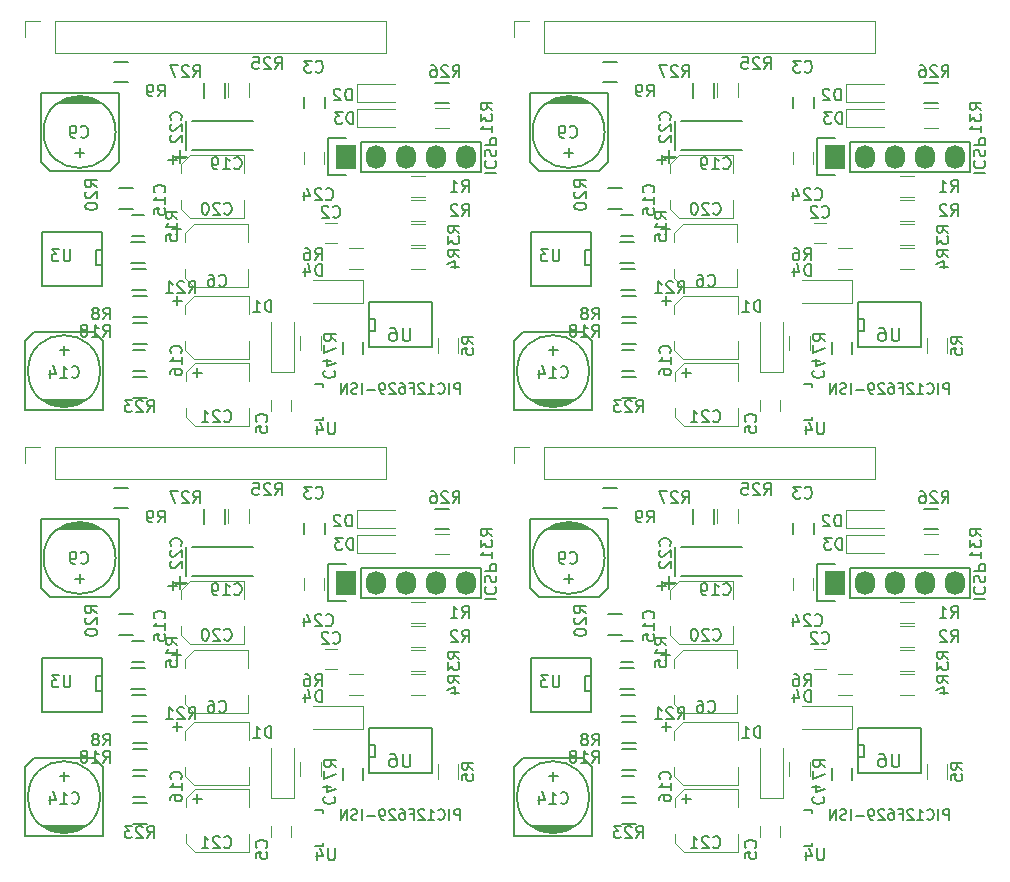
<source format=gbo>
G04 #@! TF.GenerationSoftware,KiCad,Pcbnew,5.99.0-unknown-6083c08~88~ubuntu18.04.1*
G04 #@! TF.CreationDate,2021-04-28T16:00:33+02:00*
G04 #@! TF.ProjectId,vwcdpic_with_BT_panel,76776364-7069-4635-9f77-6974685f4254,rev?*
G04 #@! TF.SameCoordinates,Original*
G04 #@! TF.FileFunction,Legend,Bot*
G04 #@! TF.FilePolarity,Positive*
%FSLAX46Y46*%
G04 Gerber Fmt 4.6, Leading zero omitted, Abs format (unit mm)*
G04 Created by KiCad (PCBNEW 5.99.0-unknown-6083c08~88~ubuntu18.04.1) date 2021-04-28 16:00:33*
%MOMM*%
%LPD*%
G01*
G04 APERTURE LIST*
%ADD10C,0.150000*%
%ADD11C,0.152400*%
%ADD12C,0.120000*%
%ADD13C,0.127000*%
%ADD14R,1.727200X2.032000*%
%ADD15O,1.727200X2.032000*%
G04 APERTURE END LIST*
D10*
X151804666Y-127755142D02*
X151852285Y-127802761D01*
X151995142Y-127850380D01*
X152090380Y-127850380D01*
X152233238Y-127802761D01*
X152328476Y-127707523D01*
X152376095Y-127612285D01*
X152423714Y-127421809D01*
X152423714Y-127278952D01*
X152376095Y-127088476D01*
X152328476Y-126993238D01*
X152233238Y-126898000D01*
X152090380Y-126850380D01*
X151995142Y-126850380D01*
X151852285Y-126898000D01*
X151804666Y-126945619D01*
X150947523Y-126850380D02*
X151138000Y-126850380D01*
X151233238Y-126898000D01*
X151280857Y-126945619D01*
X151376095Y-127088476D01*
X151423714Y-127278952D01*
X151423714Y-127659904D01*
X151376095Y-127755142D01*
X151328476Y-127802761D01*
X151233238Y-127850380D01*
X151042761Y-127850380D01*
X150947523Y-127802761D01*
X150899904Y-127755142D01*
X150852285Y-127659904D01*
X150852285Y-127421809D01*
X150899904Y-127326571D01*
X150947523Y-127278952D01*
X151042761Y-127231333D01*
X151233238Y-127231333D01*
X151328476Y-127278952D01*
X151376095Y-127326571D01*
X151423714Y-127421809D01*
X148638952Y-129039428D02*
X147877047Y-129039428D01*
X148258000Y-129420380D02*
X148258000Y-128658476D01*
X161456666Y-121924142D02*
X161504285Y-121971761D01*
X161647142Y-122019380D01*
X161742380Y-122019380D01*
X161885238Y-121971761D01*
X161980476Y-121876523D01*
X162028095Y-121781285D01*
X162075714Y-121590809D01*
X162075714Y-121447952D01*
X162028095Y-121257476D01*
X161980476Y-121162238D01*
X161885238Y-121067000D01*
X161742380Y-121019380D01*
X161647142Y-121019380D01*
X161504285Y-121067000D01*
X161456666Y-121114619D01*
X161075714Y-121114619D02*
X161028095Y-121067000D01*
X160932857Y-121019380D01*
X160694761Y-121019380D01*
X160599523Y-121067000D01*
X160551904Y-121114619D01*
X160504285Y-121209857D01*
X160504285Y-121305095D01*
X160551904Y-121447952D01*
X161123333Y-122019380D01*
X160504285Y-122019380D01*
D11*
X168002857Y-131327071D02*
X168002857Y-132252357D01*
X167948428Y-132361214D01*
X167894000Y-132415642D01*
X167785142Y-132470071D01*
X167567428Y-132470071D01*
X167458571Y-132415642D01*
X167404142Y-132361214D01*
X167349714Y-132252357D01*
X167349714Y-131327071D01*
X166315571Y-131327071D02*
X166533285Y-131327071D01*
X166642142Y-131381500D01*
X166696571Y-131435928D01*
X166805428Y-131599214D01*
X166859857Y-131816928D01*
X166859857Y-132252357D01*
X166805428Y-132361214D01*
X166751000Y-132415642D01*
X166642142Y-132470071D01*
X166424428Y-132470071D01*
X166315571Y-132415642D01*
X166261142Y-132361214D01*
X166206714Y-132252357D01*
X166206714Y-131980214D01*
X166261142Y-131871357D01*
X166315571Y-131816928D01*
X166424428Y-131762500D01*
X166642142Y-131762500D01*
X166751000Y-131816928D01*
X166805428Y-131871357D01*
X166859857Y-131980214D01*
X172169666Y-136927166D02*
X172169666Y-136038166D01*
X171831000Y-136038166D01*
X171746333Y-136080500D01*
X171704000Y-136122833D01*
X171661666Y-136207500D01*
X171661666Y-136334500D01*
X171704000Y-136419166D01*
X171746333Y-136461500D01*
X171831000Y-136503833D01*
X172169666Y-136503833D01*
X171280666Y-136927166D02*
X171280666Y-136038166D01*
X170349333Y-136842500D02*
X170391666Y-136884833D01*
X170518666Y-136927166D01*
X170603333Y-136927166D01*
X170730333Y-136884833D01*
X170815000Y-136800166D01*
X170857333Y-136715500D01*
X170899666Y-136546166D01*
X170899666Y-136419166D01*
X170857333Y-136249833D01*
X170815000Y-136165166D01*
X170730333Y-136080500D01*
X170603333Y-136038166D01*
X170518666Y-136038166D01*
X170391666Y-136080500D01*
X170349333Y-136122833D01*
X169502666Y-136927166D02*
X170010666Y-136927166D01*
X169756666Y-136927166D02*
X169756666Y-136038166D01*
X169841333Y-136165166D01*
X169926000Y-136249833D01*
X170010666Y-136292166D01*
X169164000Y-136122833D02*
X169121666Y-136080500D01*
X169037000Y-136038166D01*
X168825333Y-136038166D01*
X168740666Y-136080500D01*
X168698333Y-136122833D01*
X168656000Y-136207500D01*
X168656000Y-136292166D01*
X168698333Y-136419166D01*
X169206333Y-136927166D01*
X168656000Y-136927166D01*
X167978666Y-136461500D02*
X168275000Y-136461500D01*
X168275000Y-136927166D02*
X168275000Y-136038166D01*
X167851666Y-136038166D01*
X167132000Y-136038166D02*
X167301333Y-136038166D01*
X167386000Y-136080500D01*
X167428333Y-136122833D01*
X167513000Y-136249833D01*
X167555333Y-136419166D01*
X167555333Y-136757833D01*
X167513000Y-136842500D01*
X167470666Y-136884833D01*
X167386000Y-136927166D01*
X167216666Y-136927166D01*
X167132000Y-136884833D01*
X167089666Y-136842500D01*
X167047333Y-136757833D01*
X167047333Y-136546166D01*
X167089666Y-136461500D01*
X167132000Y-136419166D01*
X167216666Y-136376833D01*
X167386000Y-136376833D01*
X167470666Y-136419166D01*
X167513000Y-136461500D01*
X167555333Y-136546166D01*
X166708666Y-136122833D02*
X166666333Y-136080500D01*
X166581666Y-136038166D01*
X166370000Y-136038166D01*
X166285333Y-136080500D01*
X166243000Y-136122833D01*
X166200666Y-136207500D01*
X166200666Y-136292166D01*
X166243000Y-136419166D01*
X166751000Y-136927166D01*
X166200666Y-136927166D01*
X165777333Y-136927166D02*
X165608000Y-136927166D01*
X165523333Y-136884833D01*
X165481000Y-136842500D01*
X165396333Y-136715500D01*
X165354000Y-136546166D01*
X165354000Y-136207500D01*
X165396333Y-136122833D01*
X165438666Y-136080500D01*
X165523333Y-136038166D01*
X165692666Y-136038166D01*
X165777333Y-136080500D01*
X165819666Y-136122833D01*
X165862000Y-136207500D01*
X165862000Y-136419166D01*
X165819666Y-136503833D01*
X165777333Y-136546166D01*
X165692666Y-136588500D01*
X165523333Y-136588500D01*
X165438666Y-136546166D01*
X165396333Y-136503833D01*
X165354000Y-136419166D01*
X164973000Y-136588500D02*
X164295666Y-136588500D01*
X163872333Y-136927166D02*
X163872333Y-136038166D01*
X163491333Y-136884833D02*
X163364333Y-136927166D01*
X163152666Y-136927166D01*
X163068000Y-136884833D01*
X163025666Y-136842500D01*
X162983333Y-136757833D01*
X162983333Y-136673166D01*
X163025666Y-136588500D01*
X163068000Y-136546166D01*
X163152666Y-136503833D01*
X163322000Y-136461500D01*
X163406666Y-136419166D01*
X163449000Y-136376833D01*
X163491333Y-136292166D01*
X163491333Y-136207500D01*
X163449000Y-136122833D01*
X163406666Y-136080500D01*
X163322000Y-136038166D01*
X163110333Y-136038166D01*
X162983333Y-136080500D01*
X162602333Y-136927166D02*
X162602333Y-136038166D01*
X162094333Y-136927166D01*
X162094333Y-136038166D01*
D10*
X153094017Y-117814362D02*
X153141636Y-117861981D01*
X153284493Y-117909600D01*
X153379731Y-117909600D01*
X153522588Y-117861981D01*
X153617826Y-117766743D01*
X153665445Y-117671505D01*
X153713064Y-117481029D01*
X153713064Y-117338172D01*
X153665445Y-117147696D01*
X153617826Y-117052458D01*
X153522588Y-116957220D01*
X153379731Y-116909600D01*
X153284493Y-116909600D01*
X153141636Y-116957220D01*
X153094017Y-117004839D01*
X152141636Y-117909600D02*
X152713064Y-117909600D01*
X152427350Y-117909600D02*
X152427350Y-116909600D01*
X152522588Y-117052458D01*
X152617826Y-117147696D01*
X152713064Y-117195315D01*
X151665445Y-117909600D02*
X151474969Y-117909600D01*
X151379731Y-117861981D01*
X151332112Y-117814362D01*
X151236874Y-117671505D01*
X151189255Y-117481029D01*
X151189255Y-117100077D01*
X151236874Y-117004839D01*
X151284493Y-116957220D01*
X151379731Y-116909600D01*
X151570207Y-116909600D01*
X151665445Y-116957220D01*
X151713064Y-117004839D01*
X151760683Y-117100077D01*
X151760683Y-117338172D01*
X151713064Y-117433410D01*
X151665445Y-117481029D01*
X151570207Y-117528648D01*
X151379731Y-117528648D01*
X151284493Y-117481029D01*
X151236874Y-117433410D01*
X151189255Y-117338172D01*
X148257952Y-117101428D02*
X147496047Y-117101428D01*
X147877000Y-117482380D02*
X147877000Y-116720476D01*
X172378666Y-119832380D02*
X172712000Y-119356190D01*
X172950095Y-119832380D02*
X172950095Y-118832380D01*
X172569142Y-118832380D01*
X172473904Y-118880000D01*
X172426285Y-118927619D01*
X172378666Y-119022857D01*
X172378666Y-119165714D01*
X172426285Y-119260952D01*
X172473904Y-119308571D01*
X172569142Y-119356190D01*
X172950095Y-119356190D01*
X171426285Y-119832380D02*
X171997714Y-119832380D01*
X171712000Y-119832380D02*
X171712000Y-118832380D01*
X171807238Y-118975238D01*
X171902476Y-119070476D01*
X171997714Y-119118095D01*
X173348380Y-132675333D02*
X172872190Y-132342000D01*
X173348380Y-132103904D02*
X172348380Y-132103904D01*
X172348380Y-132484857D01*
X172396000Y-132580095D01*
X172443619Y-132627714D01*
X172538857Y-132675333D01*
X172681714Y-132675333D01*
X172776952Y-132627714D01*
X172824571Y-132580095D01*
X172872190Y-132484857D01*
X172872190Y-132103904D01*
X172348380Y-133580095D02*
X172348380Y-133103904D01*
X172824571Y-133056285D01*
X172776952Y-133103904D01*
X172729333Y-133199142D01*
X172729333Y-133437238D01*
X172776952Y-133532476D01*
X172824571Y-133580095D01*
X172919809Y-133627714D01*
X173157904Y-133627714D01*
X173253142Y-133580095D01*
X173300761Y-133532476D01*
X173348380Y-133437238D01*
X173348380Y-133199142D01*
X173300761Y-133103904D01*
X173253142Y-133056285D01*
X171584857Y-110116880D02*
X171918190Y-109640690D01*
X172156285Y-110116880D02*
X172156285Y-109116880D01*
X171775333Y-109116880D01*
X171680095Y-109164500D01*
X171632476Y-109212119D01*
X171584857Y-109307357D01*
X171584857Y-109450214D01*
X171632476Y-109545452D01*
X171680095Y-109593071D01*
X171775333Y-109640690D01*
X172156285Y-109640690D01*
X171203904Y-109212119D02*
X171156285Y-109164500D01*
X171061047Y-109116880D01*
X170822952Y-109116880D01*
X170727714Y-109164500D01*
X170680095Y-109212119D01*
X170632476Y-109307357D01*
X170632476Y-109402595D01*
X170680095Y-109545452D01*
X171251523Y-110116880D01*
X170632476Y-110116880D01*
X169775333Y-109116880D02*
X169965809Y-109116880D01*
X170061047Y-109164500D01*
X170108666Y-109212119D01*
X170203904Y-109354976D01*
X170251523Y-109545452D01*
X170251523Y-109926404D01*
X170203904Y-110021642D01*
X170156285Y-110069261D01*
X170061047Y-110116880D01*
X169870571Y-110116880D01*
X169775333Y-110069261D01*
X169727714Y-110021642D01*
X169680095Y-109926404D01*
X169680095Y-109688309D01*
X169727714Y-109593071D01*
X169775333Y-109545452D01*
X169870571Y-109497833D01*
X170061047Y-109497833D01*
X170156285Y-109545452D01*
X170203904Y-109593071D01*
X170251523Y-109688309D01*
X155805142Y-139279333D02*
X155852761Y-139231714D01*
X155900380Y-139088857D01*
X155900380Y-138993619D01*
X155852761Y-138850761D01*
X155757523Y-138755523D01*
X155662285Y-138707904D01*
X155471809Y-138660285D01*
X155328952Y-138660285D01*
X155138476Y-138707904D01*
X155043238Y-138755523D01*
X154948000Y-138850761D01*
X154900380Y-138993619D01*
X154900380Y-139088857D01*
X154948000Y-139231714D01*
X154995619Y-139279333D01*
X154900380Y-140184095D02*
X154900380Y-139707904D01*
X155376571Y-139660285D01*
X155328952Y-139707904D01*
X155281333Y-139803142D01*
X155281333Y-140041238D01*
X155328952Y-140136476D01*
X155376571Y-140184095D01*
X155471809Y-140231714D01*
X155709904Y-140231714D01*
X155805142Y-140184095D01*
X155852761Y-140136476D01*
X155900380Y-140041238D01*
X155900380Y-139803142D01*
X155852761Y-139707904D01*
X155805142Y-139660285D01*
X172156380Y-125309333D02*
X171680190Y-124976000D01*
X172156380Y-124737904D02*
X171156380Y-124737904D01*
X171156380Y-125118857D01*
X171204000Y-125214095D01*
X171251619Y-125261714D01*
X171346857Y-125309333D01*
X171489714Y-125309333D01*
X171584952Y-125261714D01*
X171632571Y-125214095D01*
X171680190Y-125118857D01*
X171680190Y-124737904D01*
X171489714Y-126166476D02*
X172156380Y-126166476D01*
X171108761Y-125928380D02*
X171823047Y-125690285D01*
X171823047Y-126309333D01*
X145726377Y-138475980D02*
X146059710Y-137999790D01*
X146297805Y-138475980D02*
X146297805Y-137475980D01*
X145916853Y-137475980D01*
X145821615Y-137523600D01*
X145773996Y-137571219D01*
X145726377Y-137666457D01*
X145726377Y-137809314D01*
X145773996Y-137904552D01*
X145821615Y-137952171D01*
X145916853Y-137999790D01*
X146297805Y-137999790D01*
X145345424Y-137571219D02*
X145297805Y-137523600D01*
X145202567Y-137475980D01*
X144964472Y-137475980D01*
X144869234Y-137523600D01*
X144821615Y-137571219D01*
X144773996Y-137666457D01*
X144773996Y-137761695D01*
X144821615Y-137904552D01*
X145393043Y-138475980D01*
X144773996Y-138475980D01*
X144440662Y-137475980D02*
X143821615Y-137475980D01*
X144154948Y-137856933D01*
X144012091Y-137856933D01*
X143916853Y-137904552D01*
X143869234Y-137952171D01*
X143821615Y-138047409D01*
X143821615Y-138285504D01*
X143869234Y-138380742D01*
X143916853Y-138428361D01*
X144012091Y-138475980D01*
X144297805Y-138475980D01*
X144393043Y-138428361D01*
X144440662Y-138380742D01*
X161607404Y-139342880D02*
X161607404Y-140152404D01*
X161559785Y-140247642D01*
X161512166Y-140295261D01*
X161416928Y-140342880D01*
X161226452Y-140342880D01*
X161131214Y-140295261D01*
X161083595Y-140247642D01*
X161035976Y-140152404D01*
X161035976Y-139342880D01*
X160131214Y-139676214D02*
X160131214Y-140342880D01*
X160369309Y-139295261D02*
X160607404Y-140009547D01*
X159988357Y-140009547D01*
X152255457Y-121659142D02*
X152303076Y-121706761D01*
X152445933Y-121754380D01*
X152541171Y-121754380D01*
X152684028Y-121706761D01*
X152779266Y-121611523D01*
X152826885Y-121516285D01*
X152874504Y-121325809D01*
X152874504Y-121182952D01*
X152826885Y-120992476D01*
X152779266Y-120897238D01*
X152684028Y-120802000D01*
X152541171Y-120754380D01*
X152445933Y-120754380D01*
X152303076Y-120802000D01*
X152255457Y-120849619D01*
X151874504Y-120849619D02*
X151826885Y-120802000D01*
X151731647Y-120754380D01*
X151493552Y-120754380D01*
X151398314Y-120802000D01*
X151350695Y-120849619D01*
X151303076Y-120944857D01*
X151303076Y-121040095D01*
X151350695Y-121182952D01*
X151922123Y-121754380D01*
X151303076Y-121754380D01*
X150684028Y-120754380D02*
X150588790Y-120754380D01*
X150493552Y-120802000D01*
X150445933Y-120849619D01*
X150398314Y-120944857D01*
X150350695Y-121135333D01*
X150350695Y-121373428D01*
X150398314Y-121563904D01*
X150445933Y-121659142D01*
X150493552Y-121706761D01*
X150588790Y-121754380D01*
X150684028Y-121754380D01*
X150779266Y-121706761D01*
X150826885Y-121659142D01*
X150874504Y-121563904D01*
X150922123Y-121373428D01*
X150922123Y-121135333D01*
X150874504Y-120944857D01*
X150826885Y-120849619D01*
X150779266Y-120802000D01*
X150684028Y-120754380D01*
X148613552Y-122943428D02*
X147851647Y-122943428D01*
X148232600Y-123324380D02*
X148232600Y-122562476D01*
X156535357Y-109418380D02*
X156868690Y-108942190D01*
X157106785Y-109418380D02*
X157106785Y-108418380D01*
X156725833Y-108418380D01*
X156630595Y-108466000D01*
X156582976Y-108513619D01*
X156535357Y-108608857D01*
X156535357Y-108751714D01*
X156582976Y-108846952D01*
X156630595Y-108894571D01*
X156725833Y-108942190D01*
X157106785Y-108942190D01*
X156154404Y-108513619D02*
X156106785Y-108466000D01*
X156011547Y-108418380D01*
X155773452Y-108418380D01*
X155678214Y-108466000D01*
X155630595Y-108513619D01*
X155582976Y-108608857D01*
X155582976Y-108704095D01*
X155630595Y-108846952D01*
X156202023Y-109418380D01*
X155582976Y-109418380D01*
X154678214Y-108418380D02*
X155154404Y-108418380D01*
X155202023Y-108894571D01*
X155154404Y-108846952D01*
X155059166Y-108799333D01*
X154821071Y-108799333D01*
X154725833Y-108846952D01*
X154678214Y-108894571D01*
X154630595Y-108989809D01*
X154630595Y-109227904D01*
X154678214Y-109323142D01*
X154725833Y-109370761D01*
X154821071Y-109418380D01*
X155059166Y-109418380D01*
X155154404Y-109370761D01*
X155202023Y-109323142D01*
X160853357Y-120435642D02*
X160900976Y-120483261D01*
X161043833Y-120530880D01*
X161139071Y-120530880D01*
X161281928Y-120483261D01*
X161377166Y-120388023D01*
X161424785Y-120292785D01*
X161472404Y-120102309D01*
X161472404Y-119959452D01*
X161424785Y-119768976D01*
X161377166Y-119673738D01*
X161281928Y-119578500D01*
X161139071Y-119530880D01*
X161043833Y-119530880D01*
X160900976Y-119578500D01*
X160853357Y-119626119D01*
X160472404Y-119626119D02*
X160424785Y-119578500D01*
X160329547Y-119530880D01*
X160091452Y-119530880D01*
X159996214Y-119578500D01*
X159948595Y-119626119D01*
X159900976Y-119721357D01*
X159900976Y-119816595D01*
X159948595Y-119959452D01*
X160520023Y-120530880D01*
X159900976Y-120530880D01*
X159043833Y-119864214D02*
X159043833Y-120530880D01*
X159281928Y-119483261D02*
X159520023Y-120197547D01*
X158900976Y-120197547D01*
X140113046Y-115154982D02*
X140160665Y-115202601D01*
X140303522Y-115250220D01*
X140398760Y-115250220D01*
X140541618Y-115202601D01*
X140636856Y-115107363D01*
X140684475Y-115012125D01*
X140732094Y-114821649D01*
X140732094Y-114678792D01*
X140684475Y-114488316D01*
X140636856Y-114393078D01*
X140541618Y-114297840D01*
X140398760Y-114250220D01*
X140303522Y-114250220D01*
X140160665Y-114297840D01*
X140113046Y-114345459D01*
X139636856Y-115250220D02*
X139446380Y-115250220D01*
X139351141Y-115202601D01*
X139303522Y-115154982D01*
X139208284Y-115012125D01*
X139160665Y-114821649D01*
X139160665Y-114440697D01*
X139208284Y-114345459D01*
X139255903Y-114297840D01*
X139351141Y-114250220D01*
X139541618Y-114250220D01*
X139636856Y-114297840D01*
X139684475Y-114345459D01*
X139732094Y-114440697D01*
X139732094Y-114678792D01*
X139684475Y-114774030D01*
X139636856Y-114821649D01*
X139541618Y-114869268D01*
X139351141Y-114869268D01*
X139255903Y-114821649D01*
X139208284Y-114774030D01*
X139160665Y-114678792D01*
X148280380Y-122102642D02*
X147804190Y-121769309D01*
X148280380Y-121531214D02*
X147280380Y-121531214D01*
X147280380Y-121912166D01*
X147328000Y-122007404D01*
X147375619Y-122055023D01*
X147470857Y-122102642D01*
X147613714Y-122102642D01*
X147708952Y-122055023D01*
X147756571Y-122007404D01*
X147804190Y-121912166D01*
X147804190Y-121531214D01*
X148280380Y-123055023D02*
X148280380Y-122483595D01*
X148280380Y-122769309D02*
X147280380Y-122769309D01*
X147423238Y-122674071D01*
X147518476Y-122578833D01*
X147566095Y-122483595D01*
X147280380Y-123959785D02*
X147280380Y-123483595D01*
X147756571Y-123435976D01*
X147708952Y-123483595D01*
X147661333Y-123578833D01*
X147661333Y-123816928D01*
X147708952Y-123912166D01*
X147756571Y-123959785D01*
X147851809Y-124007404D01*
X148089904Y-124007404D01*
X148185142Y-123959785D01*
X148232761Y-123912166D01*
X148280380Y-123816928D01*
X148280380Y-123578833D01*
X148232761Y-123483595D01*
X148185142Y-123435976D01*
X159932666Y-125610880D02*
X160266000Y-125134690D01*
X160504095Y-125610880D02*
X160504095Y-124610880D01*
X160123142Y-124610880D01*
X160027904Y-124658500D01*
X159980285Y-124706119D01*
X159932666Y-124801357D01*
X159932666Y-124944214D01*
X159980285Y-125039452D01*
X160027904Y-125087071D01*
X160123142Y-125134690D01*
X160504095Y-125134690D01*
X159075523Y-124610880D02*
X159266000Y-124610880D01*
X159361238Y-124658500D01*
X159408857Y-124706119D01*
X159504095Y-124848976D01*
X159551714Y-125039452D01*
X159551714Y-125420404D01*
X159504095Y-125515642D01*
X159456476Y-125563261D01*
X159361238Y-125610880D01*
X159170761Y-125610880D01*
X159075523Y-125563261D01*
X159027904Y-125515642D01*
X158980285Y-125420404D01*
X158980285Y-125182309D01*
X159027904Y-125087071D01*
X159075523Y-125039452D01*
X159170761Y-124991833D01*
X159361238Y-124991833D01*
X159456476Y-125039452D01*
X159504095Y-125087071D01*
X159551714Y-125182309D01*
X156249595Y-129992380D02*
X156249595Y-128992380D01*
X156011500Y-128992380D01*
X155868642Y-129040000D01*
X155773404Y-129135238D01*
X155725785Y-129230476D01*
X155678166Y-129420952D01*
X155678166Y-129563809D01*
X155725785Y-129754285D01*
X155773404Y-129849523D01*
X155868642Y-129944761D01*
X156011500Y-129992380D01*
X156249595Y-129992380D01*
X154725785Y-129992380D02*
X155297214Y-129992380D01*
X155011500Y-129992380D02*
X155011500Y-128992380D01*
X155106738Y-129135238D01*
X155201976Y-129230476D01*
X155297214Y-129278095D01*
X141485880Y-119435642D02*
X141009690Y-119102309D01*
X141485880Y-118864214D02*
X140485880Y-118864214D01*
X140485880Y-119245166D01*
X140533500Y-119340404D01*
X140581119Y-119388023D01*
X140676357Y-119435642D01*
X140819214Y-119435642D01*
X140914452Y-119388023D01*
X140962071Y-119340404D01*
X141009690Y-119245166D01*
X141009690Y-118864214D01*
X140581119Y-119816595D02*
X140533500Y-119864214D01*
X140485880Y-119959452D01*
X140485880Y-120197547D01*
X140533500Y-120292785D01*
X140581119Y-120340404D01*
X140676357Y-120388023D01*
X140771595Y-120388023D01*
X140914452Y-120340404D01*
X141485880Y-119768976D01*
X141485880Y-120388023D01*
X140485880Y-121007071D02*
X140485880Y-121102309D01*
X140533500Y-121197547D01*
X140581119Y-121245166D01*
X140676357Y-121292785D01*
X140866833Y-121340404D01*
X141104928Y-121340404D01*
X141295404Y-121292785D01*
X141390642Y-121245166D01*
X141438261Y-121197547D01*
X141485880Y-121102309D01*
X141485880Y-121007071D01*
X141438261Y-120911833D01*
X141390642Y-120864214D01*
X141295404Y-120816595D01*
X141104928Y-120768976D01*
X140866833Y-120768976D01*
X140676357Y-120816595D01*
X140581119Y-120864214D01*
X140533500Y-120911833D01*
X140485880Y-121007071D01*
X139326857Y-135485142D02*
X139374476Y-135532761D01*
X139517333Y-135580380D01*
X139612571Y-135580380D01*
X139755428Y-135532761D01*
X139850666Y-135437523D01*
X139898285Y-135342285D01*
X139945904Y-135151809D01*
X139945904Y-135008952D01*
X139898285Y-134818476D01*
X139850666Y-134723238D01*
X139755428Y-134628000D01*
X139612571Y-134580380D01*
X139517333Y-134580380D01*
X139374476Y-134628000D01*
X139326857Y-134675619D01*
X138374476Y-135580380D02*
X138945904Y-135580380D01*
X138660190Y-135580380D02*
X138660190Y-134580380D01*
X138755428Y-134723238D01*
X138850666Y-134818476D01*
X138945904Y-134866095D01*
X137517333Y-134913714D02*
X137517333Y-135580380D01*
X137755428Y-134532761D02*
X137993523Y-135247047D01*
X137374476Y-135247047D01*
X147169142Y-119880142D02*
X147216761Y-119832523D01*
X147264380Y-119689666D01*
X147264380Y-119594428D01*
X147216761Y-119451571D01*
X147121523Y-119356333D01*
X147026285Y-119308714D01*
X146835809Y-119261095D01*
X146692952Y-119261095D01*
X146502476Y-119308714D01*
X146407238Y-119356333D01*
X146312000Y-119451571D01*
X146264380Y-119594428D01*
X146264380Y-119689666D01*
X146312000Y-119832523D01*
X146359619Y-119880142D01*
X147264380Y-120832523D02*
X147264380Y-120261095D01*
X147264380Y-120546809D02*
X146264380Y-120546809D01*
X146407238Y-120451571D01*
X146502476Y-120356333D01*
X146550095Y-120261095D01*
X146264380Y-121737285D02*
X146264380Y-121261095D01*
X146740571Y-121213476D01*
X146692952Y-121261095D01*
X146645333Y-121356333D01*
X146645333Y-121594428D01*
X146692952Y-121689666D01*
X146740571Y-121737285D01*
X146835809Y-121784904D01*
X147073904Y-121784904D01*
X147169142Y-121737285D01*
X147216761Y-121689666D01*
X147264380Y-121594428D01*
X147264380Y-121356333D01*
X147216761Y-121261095D01*
X147169142Y-121213476D01*
X149613857Y-110116880D02*
X149947190Y-109640690D01*
X150185285Y-110116880D02*
X150185285Y-109116880D01*
X149804333Y-109116880D01*
X149709095Y-109164500D01*
X149661476Y-109212119D01*
X149613857Y-109307357D01*
X149613857Y-109450214D01*
X149661476Y-109545452D01*
X149709095Y-109593071D01*
X149804333Y-109640690D01*
X150185285Y-109640690D01*
X149232904Y-109212119D02*
X149185285Y-109164500D01*
X149090047Y-109116880D01*
X148851952Y-109116880D01*
X148756714Y-109164500D01*
X148709095Y-109212119D01*
X148661476Y-109307357D01*
X148661476Y-109402595D01*
X148709095Y-109545452D01*
X149280523Y-110116880D01*
X148661476Y-110116880D01*
X148328142Y-109116880D02*
X147661476Y-109116880D01*
X148090047Y-110116880D01*
X163044095Y-112085380D02*
X163044095Y-111085380D01*
X162806000Y-111085380D01*
X162663142Y-111133000D01*
X162567904Y-111228238D01*
X162520285Y-111323476D01*
X162472666Y-111513952D01*
X162472666Y-111656809D01*
X162520285Y-111847285D01*
X162567904Y-111942523D01*
X162663142Y-112037761D01*
X162806000Y-112085380D01*
X163044095Y-112085380D01*
X162091714Y-111180619D02*
X162044095Y-111133000D01*
X161948857Y-111085380D01*
X161710761Y-111085380D01*
X161615523Y-111133000D01*
X161567904Y-111180619D01*
X161520285Y-111275857D01*
X161520285Y-111371095D01*
X161567904Y-111513952D01*
X162139333Y-112085380D01*
X161520285Y-112085380D01*
X163171095Y-114053880D02*
X163171095Y-113053880D01*
X162933000Y-113053880D01*
X162790142Y-113101500D01*
X162694904Y-113196738D01*
X162647285Y-113291976D01*
X162599666Y-113482452D01*
X162599666Y-113625309D01*
X162647285Y-113815785D01*
X162694904Y-113911023D01*
X162790142Y-114006261D01*
X162933000Y-114053880D01*
X163171095Y-114053880D01*
X162266333Y-113053880D02*
X161647285Y-113053880D01*
X161980619Y-113434833D01*
X161837761Y-113434833D01*
X161742523Y-113482452D01*
X161694904Y-113530071D01*
X161647285Y-113625309D01*
X161647285Y-113863404D01*
X161694904Y-113958642D01*
X161742523Y-114006261D01*
X161837761Y-114053880D01*
X162123476Y-114053880D01*
X162218714Y-114006261D01*
X162266333Y-113958642D01*
X174950380Y-112895142D02*
X174474190Y-112561809D01*
X174950380Y-112323714D02*
X173950380Y-112323714D01*
X173950380Y-112704666D01*
X173998000Y-112799904D01*
X174045619Y-112847523D01*
X174140857Y-112895142D01*
X174283714Y-112895142D01*
X174378952Y-112847523D01*
X174426571Y-112799904D01*
X174474190Y-112704666D01*
X174474190Y-112323714D01*
X173950380Y-113228476D02*
X173950380Y-113847523D01*
X174331333Y-113514190D01*
X174331333Y-113657047D01*
X174378952Y-113752285D01*
X174426571Y-113799904D01*
X174521809Y-113847523D01*
X174759904Y-113847523D01*
X174855142Y-113799904D01*
X174902761Y-113752285D01*
X174950380Y-113657047D01*
X174950380Y-113371333D01*
X174902761Y-113276095D01*
X174855142Y-113228476D01*
X174950380Y-114799904D02*
X174950380Y-114228476D01*
X174950380Y-114514190D02*
X173950380Y-114514190D01*
X174093238Y-114418952D01*
X174188476Y-114323714D01*
X174236095Y-114228476D01*
X161730420Y-132479753D02*
X161254230Y-132146420D01*
X161730420Y-131908324D02*
X160730420Y-131908324D01*
X160730420Y-132289277D01*
X160778040Y-132384515D01*
X160825659Y-132432134D01*
X160920897Y-132479753D01*
X161063754Y-132479753D01*
X161158992Y-132432134D01*
X161206611Y-132384515D01*
X161254230Y-132289277D01*
X161254230Y-131908324D01*
X160730420Y-132813086D02*
X160730420Y-133479753D01*
X161730420Y-133051181D01*
X146623066Y-111755180D02*
X146956400Y-111278990D01*
X147194495Y-111755180D02*
X147194495Y-110755180D01*
X146813542Y-110755180D01*
X146718304Y-110802800D01*
X146670685Y-110850419D01*
X146623066Y-110945657D01*
X146623066Y-111088514D01*
X146670685Y-111183752D01*
X146718304Y-111231371D01*
X146813542Y-111278990D01*
X147194495Y-111278990D01*
X146146876Y-111755180D02*
X145956400Y-111755180D01*
X145861161Y-111707561D01*
X145813542Y-111659942D01*
X145718304Y-111517085D01*
X145670685Y-111326609D01*
X145670685Y-110945657D01*
X145718304Y-110850419D01*
X145765923Y-110802800D01*
X145861161Y-110755180D01*
X146051638Y-110755180D01*
X146146876Y-110802800D01*
X146194495Y-110850419D01*
X146242114Y-110945657D01*
X146242114Y-111183752D01*
X146194495Y-111278990D01*
X146146876Y-111326609D01*
X146051638Y-111374228D01*
X145861161Y-111374228D01*
X145765923Y-111326609D01*
X145718304Y-111278990D01*
X145670685Y-111183752D01*
X159996166Y-109640642D02*
X160043785Y-109688261D01*
X160186642Y-109735880D01*
X160281880Y-109735880D01*
X160424738Y-109688261D01*
X160519976Y-109593023D01*
X160567595Y-109497785D01*
X160615214Y-109307309D01*
X160615214Y-109164452D01*
X160567595Y-108973976D01*
X160519976Y-108878738D01*
X160424738Y-108783500D01*
X160281880Y-108735880D01*
X160186642Y-108735880D01*
X160043785Y-108783500D01*
X159996166Y-108831119D01*
X159662833Y-108735880D02*
X159043785Y-108735880D01*
X159377119Y-109116833D01*
X159234261Y-109116833D01*
X159139023Y-109164452D01*
X159091404Y-109212071D01*
X159043785Y-109307309D01*
X159043785Y-109545404D01*
X159091404Y-109640642D01*
X159139023Y-109688261D01*
X159234261Y-109735880D01*
X159519976Y-109735880D01*
X159615214Y-109688261D01*
X159662833Y-109640642D01*
X141993857Y-132087880D02*
X142327190Y-131611690D01*
X142565285Y-132087880D02*
X142565285Y-131087880D01*
X142184333Y-131087880D01*
X142089095Y-131135500D01*
X142041476Y-131183119D01*
X141993857Y-131278357D01*
X141993857Y-131421214D01*
X142041476Y-131516452D01*
X142089095Y-131564071D01*
X142184333Y-131611690D01*
X142565285Y-131611690D01*
X141041476Y-132087880D02*
X141612904Y-132087880D01*
X141327190Y-132087880D02*
X141327190Y-131087880D01*
X141422428Y-131230738D01*
X141517666Y-131325976D01*
X141612904Y-131373595D01*
X140470047Y-131516452D02*
X140565285Y-131468833D01*
X140612904Y-131421214D01*
X140660523Y-131325976D01*
X140660523Y-131278357D01*
X140612904Y-131183119D01*
X140565285Y-131135500D01*
X140470047Y-131087880D01*
X140279571Y-131087880D01*
X140184333Y-131135500D01*
X140136714Y-131183119D01*
X140089095Y-131278357D01*
X140089095Y-131325976D01*
X140136714Y-131421214D01*
X140184333Y-131468833D01*
X140279571Y-131516452D01*
X140470047Y-131516452D01*
X140565285Y-131564071D01*
X140612904Y-131611690D01*
X140660523Y-131706928D01*
X140660523Y-131897404D01*
X140612904Y-131992642D01*
X140565285Y-132040261D01*
X140470047Y-132087880D01*
X140279571Y-132087880D01*
X140184333Y-132040261D01*
X140136714Y-131992642D01*
X140089095Y-131897404D01*
X140089095Y-131706928D01*
X140136714Y-131611690D01*
X140184333Y-131564071D01*
X140279571Y-131516452D01*
X148566142Y-133469142D02*
X148613761Y-133421523D01*
X148661380Y-133278666D01*
X148661380Y-133183428D01*
X148613761Y-133040571D01*
X148518523Y-132945333D01*
X148423285Y-132897714D01*
X148232809Y-132850095D01*
X148089952Y-132850095D01*
X147899476Y-132897714D01*
X147804238Y-132945333D01*
X147709000Y-133040571D01*
X147661380Y-133183428D01*
X147661380Y-133278666D01*
X147709000Y-133421523D01*
X147756619Y-133469142D01*
X148661380Y-134421523D02*
X148661380Y-133850095D01*
X148661380Y-134135809D02*
X147661380Y-134135809D01*
X147804238Y-134040571D01*
X147899476Y-133945333D01*
X147947095Y-133850095D01*
X147661380Y-135278666D02*
X147661380Y-135088190D01*
X147709000Y-134992952D01*
X147756619Y-134945333D01*
X147899476Y-134850095D01*
X148089952Y-134802476D01*
X148470904Y-134802476D01*
X148566142Y-134850095D01*
X148613761Y-134897714D01*
X148661380Y-134992952D01*
X148661380Y-135183428D01*
X148613761Y-135278666D01*
X148566142Y-135326285D01*
X148470904Y-135373904D01*
X148232809Y-135373904D01*
X148137571Y-135326285D01*
X148089952Y-135278666D01*
X148042333Y-135183428D01*
X148042333Y-134992952D01*
X148089952Y-134897714D01*
X148137571Y-134850095D01*
X148232809Y-134802476D01*
X152245297Y-139239262D02*
X152292916Y-139286881D01*
X152435773Y-139334500D01*
X152531011Y-139334500D01*
X152673868Y-139286881D01*
X152769106Y-139191643D01*
X152816725Y-139096405D01*
X152864344Y-138905929D01*
X152864344Y-138763072D01*
X152816725Y-138572596D01*
X152769106Y-138477358D01*
X152673868Y-138382120D01*
X152531011Y-138334500D01*
X152435773Y-138334500D01*
X152292916Y-138382120D01*
X152245297Y-138429739D01*
X151864344Y-138429739D02*
X151816725Y-138382120D01*
X151721487Y-138334500D01*
X151483392Y-138334500D01*
X151388154Y-138382120D01*
X151340535Y-138429739D01*
X151292916Y-138524977D01*
X151292916Y-138620215D01*
X151340535Y-138763072D01*
X151911963Y-139334500D01*
X151292916Y-139334500D01*
X150340535Y-139334500D02*
X150911963Y-139334500D01*
X150626249Y-139334500D02*
X150626249Y-138334500D01*
X150721487Y-138477358D01*
X150816725Y-138572596D01*
X150911963Y-138620215D01*
X150357792Y-135143548D02*
X149595887Y-135143548D01*
X149976840Y-135524500D02*
X149976840Y-134762596D01*
X174299619Y-118252690D02*
X175299619Y-118252690D01*
X174394857Y-117205071D02*
X174347238Y-117252690D01*
X174299619Y-117395547D01*
X174299619Y-117490785D01*
X174347238Y-117633642D01*
X174442476Y-117728880D01*
X174537714Y-117776500D01*
X174728190Y-117824119D01*
X174871047Y-117824119D01*
X175061523Y-117776500D01*
X175156761Y-117728880D01*
X175252000Y-117633642D01*
X175299619Y-117490785D01*
X175299619Y-117395547D01*
X175252000Y-117252690D01*
X175204380Y-117205071D01*
X174347238Y-116824119D02*
X174299619Y-116681261D01*
X174299619Y-116443166D01*
X174347238Y-116347928D01*
X174394857Y-116300309D01*
X174490095Y-116252690D01*
X174585333Y-116252690D01*
X174680571Y-116300309D01*
X174728190Y-116347928D01*
X174775809Y-116443166D01*
X174823428Y-116633642D01*
X174871047Y-116728880D01*
X174918666Y-116776500D01*
X175013904Y-116824119D01*
X175109142Y-116824119D01*
X175204380Y-116776500D01*
X175252000Y-116728880D01*
X175299619Y-116633642D01*
X175299619Y-116395547D01*
X175252000Y-116252690D01*
X174299619Y-115824119D02*
X175299619Y-115824119D01*
X175299619Y-115443166D01*
X175252000Y-115347928D01*
X175204380Y-115300309D01*
X175109142Y-115252690D01*
X174966285Y-115252690D01*
X174871047Y-115300309D01*
X174823428Y-115347928D01*
X174775809Y-115443166D01*
X174775809Y-115824119D01*
X149232857Y-128404880D02*
X149566190Y-127928690D01*
X149804285Y-128404880D02*
X149804285Y-127404880D01*
X149423333Y-127404880D01*
X149328095Y-127452500D01*
X149280476Y-127500119D01*
X149232857Y-127595357D01*
X149232857Y-127738214D01*
X149280476Y-127833452D01*
X149328095Y-127881071D01*
X149423333Y-127928690D01*
X149804285Y-127928690D01*
X148851904Y-127500119D02*
X148804285Y-127452500D01*
X148709047Y-127404880D01*
X148470952Y-127404880D01*
X148375714Y-127452500D01*
X148328095Y-127500119D01*
X148280476Y-127595357D01*
X148280476Y-127690595D01*
X148328095Y-127833452D01*
X148899523Y-128404880D01*
X148280476Y-128404880D01*
X147328095Y-128404880D02*
X147899523Y-128404880D01*
X147613809Y-128404880D02*
X147613809Y-127404880D01*
X147709047Y-127547738D01*
X147804285Y-127642976D01*
X147899523Y-127690595D01*
X139217304Y-124699780D02*
X139217304Y-125509304D01*
X139169685Y-125604542D01*
X139122066Y-125652161D01*
X139026828Y-125699780D01*
X138836352Y-125699780D01*
X138741114Y-125652161D01*
X138693495Y-125604542D01*
X138645876Y-125509304D01*
X138645876Y-124699780D01*
X138264923Y-124699780D02*
X137645876Y-124699780D01*
X137979209Y-125080733D01*
X137836352Y-125080733D01*
X137741114Y-125128352D01*
X137693495Y-125175971D01*
X137645876Y-125271209D01*
X137645876Y-125509304D01*
X137693495Y-125604542D01*
X137741114Y-125652161D01*
X137836352Y-125699780D01*
X138122066Y-125699780D01*
X138217304Y-125652161D01*
X138264923Y-125604542D01*
X148566142Y-113720642D02*
X148613761Y-113673023D01*
X148661380Y-113530166D01*
X148661380Y-113434928D01*
X148613761Y-113292071D01*
X148518523Y-113196833D01*
X148423285Y-113149214D01*
X148232809Y-113101595D01*
X148089952Y-113101595D01*
X147899476Y-113149214D01*
X147804238Y-113196833D01*
X147709000Y-113292071D01*
X147661380Y-113434928D01*
X147661380Y-113530166D01*
X147709000Y-113673023D01*
X147756619Y-113720642D01*
X147756619Y-114101595D02*
X147709000Y-114149214D01*
X147661380Y-114244452D01*
X147661380Y-114482547D01*
X147709000Y-114577785D01*
X147756619Y-114625404D01*
X147851857Y-114673023D01*
X147947095Y-114673023D01*
X148089952Y-114625404D01*
X148661380Y-114053976D01*
X148661380Y-114673023D01*
X147756619Y-115053976D02*
X147709000Y-115101595D01*
X147661380Y-115196833D01*
X147661380Y-115434928D01*
X147709000Y-115530166D01*
X147756619Y-115577785D01*
X147851857Y-115625404D01*
X147947095Y-115625404D01*
X148089952Y-115577785D01*
X148661380Y-115006357D01*
X148661380Y-115625404D01*
X148904912Y-116934288D02*
X148143007Y-116934288D01*
X148523960Y-117315240D02*
X148523960Y-116553336D01*
X160742357Y-134977166D02*
X160694738Y-135024785D01*
X160647119Y-135167642D01*
X160647119Y-135262880D01*
X160694738Y-135405738D01*
X160789976Y-135500976D01*
X160885214Y-135548595D01*
X161075690Y-135596214D01*
X161218547Y-135596214D01*
X161409023Y-135548595D01*
X161504261Y-135500976D01*
X161599500Y-135405738D01*
X161647119Y-135262880D01*
X161647119Y-135167642D01*
X161599500Y-135024785D01*
X161551880Y-134977166D01*
X161313785Y-134120023D02*
X160647119Y-134120023D01*
X161694738Y-134358119D02*
X160980452Y-134596214D01*
X160980452Y-133977166D01*
X142025666Y-130627380D02*
X142359000Y-130151190D01*
X142597095Y-130627380D02*
X142597095Y-129627380D01*
X142216142Y-129627380D01*
X142120904Y-129675000D01*
X142073285Y-129722619D01*
X142025666Y-129817857D01*
X142025666Y-129960714D01*
X142073285Y-130055952D01*
X142120904Y-130103571D01*
X142216142Y-130151190D01*
X142597095Y-130151190D01*
X141454238Y-130055952D02*
X141549476Y-130008333D01*
X141597095Y-129960714D01*
X141644714Y-129865476D01*
X141644714Y-129817857D01*
X141597095Y-129722619D01*
X141549476Y-129675000D01*
X141454238Y-129627380D01*
X141263761Y-129627380D01*
X141168523Y-129675000D01*
X141120904Y-129722619D01*
X141073285Y-129817857D01*
X141073285Y-129865476D01*
X141120904Y-129960714D01*
X141168523Y-130008333D01*
X141263761Y-130055952D01*
X141454238Y-130055952D01*
X141549476Y-130103571D01*
X141597095Y-130151190D01*
X141644714Y-130246428D01*
X141644714Y-130436904D01*
X141597095Y-130532142D01*
X141549476Y-130579761D01*
X141454238Y-130627380D01*
X141263761Y-130627380D01*
X141168523Y-130579761D01*
X141120904Y-130532142D01*
X141073285Y-130436904D01*
X141073285Y-130246428D01*
X141120904Y-130151190D01*
X141168523Y-130103571D01*
X141263761Y-130055952D01*
X172378666Y-121864380D02*
X172712000Y-121388190D01*
X172950095Y-121864380D02*
X172950095Y-120864380D01*
X172569142Y-120864380D01*
X172473904Y-120912000D01*
X172426285Y-120959619D01*
X172378666Y-121054857D01*
X172378666Y-121197714D01*
X172426285Y-121292952D01*
X172473904Y-121340571D01*
X172569142Y-121388190D01*
X172950095Y-121388190D01*
X171997714Y-120959619D02*
X171950095Y-120912000D01*
X171854857Y-120864380D01*
X171616761Y-120864380D01*
X171521523Y-120912000D01*
X171473904Y-120959619D01*
X171426285Y-121054857D01*
X171426285Y-121150095D01*
X171473904Y-121292952D01*
X172045333Y-121864380D01*
X171426285Y-121864380D01*
X172156380Y-123277333D02*
X171680190Y-122944000D01*
X172156380Y-122705904D02*
X171156380Y-122705904D01*
X171156380Y-123086857D01*
X171204000Y-123182095D01*
X171251619Y-123229714D01*
X171346857Y-123277333D01*
X171489714Y-123277333D01*
X171584952Y-123229714D01*
X171632571Y-123182095D01*
X171680190Y-123086857D01*
X171680190Y-122705904D01*
X171156380Y-123610666D02*
X171156380Y-124229714D01*
X171537333Y-123896380D01*
X171537333Y-124039238D01*
X171584952Y-124134476D01*
X171632571Y-124182095D01*
X171727809Y-124229714D01*
X171965904Y-124229714D01*
X172061142Y-124182095D01*
X172108761Y-124134476D01*
X172156380Y-124039238D01*
X172156380Y-123753523D01*
X172108761Y-123658285D01*
X172061142Y-123610666D01*
X160504095Y-126944380D02*
X160504095Y-125944380D01*
X160266000Y-125944380D01*
X160123142Y-125992000D01*
X160027904Y-126087238D01*
X159980285Y-126182476D01*
X159932666Y-126372952D01*
X159932666Y-126515809D01*
X159980285Y-126706285D01*
X160027904Y-126801523D01*
X160123142Y-126896761D01*
X160266000Y-126944380D01*
X160504095Y-126944380D01*
X159075523Y-126277714D02*
X159075523Y-126944380D01*
X159313619Y-125896761D02*
X159551714Y-126611047D01*
X158932666Y-126611047D01*
X110402666Y-127755142D02*
X110450285Y-127802761D01*
X110593142Y-127850380D01*
X110688380Y-127850380D01*
X110831238Y-127802761D01*
X110926476Y-127707523D01*
X110974095Y-127612285D01*
X111021714Y-127421809D01*
X111021714Y-127278952D01*
X110974095Y-127088476D01*
X110926476Y-126993238D01*
X110831238Y-126898000D01*
X110688380Y-126850380D01*
X110593142Y-126850380D01*
X110450285Y-126898000D01*
X110402666Y-126945619D01*
X109545523Y-126850380D02*
X109736000Y-126850380D01*
X109831238Y-126898000D01*
X109878857Y-126945619D01*
X109974095Y-127088476D01*
X110021714Y-127278952D01*
X110021714Y-127659904D01*
X109974095Y-127755142D01*
X109926476Y-127802761D01*
X109831238Y-127850380D01*
X109640761Y-127850380D01*
X109545523Y-127802761D01*
X109497904Y-127755142D01*
X109450285Y-127659904D01*
X109450285Y-127421809D01*
X109497904Y-127326571D01*
X109545523Y-127278952D01*
X109640761Y-127231333D01*
X109831238Y-127231333D01*
X109926476Y-127278952D01*
X109974095Y-127326571D01*
X110021714Y-127421809D01*
X107236952Y-129039428D02*
X106475047Y-129039428D01*
X106856000Y-129420380D02*
X106856000Y-128658476D01*
X120054666Y-121924142D02*
X120102285Y-121971761D01*
X120245142Y-122019380D01*
X120340380Y-122019380D01*
X120483238Y-121971761D01*
X120578476Y-121876523D01*
X120626095Y-121781285D01*
X120673714Y-121590809D01*
X120673714Y-121447952D01*
X120626095Y-121257476D01*
X120578476Y-121162238D01*
X120483238Y-121067000D01*
X120340380Y-121019380D01*
X120245142Y-121019380D01*
X120102285Y-121067000D01*
X120054666Y-121114619D01*
X119673714Y-121114619D02*
X119626095Y-121067000D01*
X119530857Y-121019380D01*
X119292761Y-121019380D01*
X119197523Y-121067000D01*
X119149904Y-121114619D01*
X119102285Y-121209857D01*
X119102285Y-121305095D01*
X119149904Y-121447952D01*
X119721333Y-122019380D01*
X119102285Y-122019380D01*
D11*
X126600857Y-131327071D02*
X126600857Y-132252357D01*
X126546428Y-132361214D01*
X126492000Y-132415642D01*
X126383142Y-132470071D01*
X126165428Y-132470071D01*
X126056571Y-132415642D01*
X126002142Y-132361214D01*
X125947714Y-132252357D01*
X125947714Y-131327071D01*
X124913571Y-131327071D02*
X125131285Y-131327071D01*
X125240142Y-131381500D01*
X125294571Y-131435928D01*
X125403428Y-131599214D01*
X125457857Y-131816928D01*
X125457857Y-132252357D01*
X125403428Y-132361214D01*
X125349000Y-132415642D01*
X125240142Y-132470071D01*
X125022428Y-132470071D01*
X124913571Y-132415642D01*
X124859142Y-132361214D01*
X124804714Y-132252357D01*
X124804714Y-131980214D01*
X124859142Y-131871357D01*
X124913571Y-131816928D01*
X125022428Y-131762500D01*
X125240142Y-131762500D01*
X125349000Y-131816928D01*
X125403428Y-131871357D01*
X125457857Y-131980214D01*
X130767666Y-136927166D02*
X130767666Y-136038166D01*
X130429000Y-136038166D01*
X130344333Y-136080500D01*
X130302000Y-136122833D01*
X130259666Y-136207500D01*
X130259666Y-136334500D01*
X130302000Y-136419166D01*
X130344333Y-136461500D01*
X130429000Y-136503833D01*
X130767666Y-136503833D01*
X129878666Y-136927166D02*
X129878666Y-136038166D01*
X128947333Y-136842500D02*
X128989666Y-136884833D01*
X129116666Y-136927166D01*
X129201333Y-136927166D01*
X129328333Y-136884833D01*
X129413000Y-136800166D01*
X129455333Y-136715500D01*
X129497666Y-136546166D01*
X129497666Y-136419166D01*
X129455333Y-136249833D01*
X129413000Y-136165166D01*
X129328333Y-136080500D01*
X129201333Y-136038166D01*
X129116666Y-136038166D01*
X128989666Y-136080500D01*
X128947333Y-136122833D01*
X128100666Y-136927166D02*
X128608666Y-136927166D01*
X128354666Y-136927166D02*
X128354666Y-136038166D01*
X128439333Y-136165166D01*
X128524000Y-136249833D01*
X128608666Y-136292166D01*
X127762000Y-136122833D02*
X127719666Y-136080500D01*
X127635000Y-136038166D01*
X127423333Y-136038166D01*
X127338666Y-136080500D01*
X127296333Y-136122833D01*
X127254000Y-136207500D01*
X127254000Y-136292166D01*
X127296333Y-136419166D01*
X127804333Y-136927166D01*
X127254000Y-136927166D01*
X126576666Y-136461500D02*
X126873000Y-136461500D01*
X126873000Y-136927166D02*
X126873000Y-136038166D01*
X126449666Y-136038166D01*
X125730000Y-136038166D02*
X125899333Y-136038166D01*
X125984000Y-136080500D01*
X126026333Y-136122833D01*
X126111000Y-136249833D01*
X126153333Y-136419166D01*
X126153333Y-136757833D01*
X126111000Y-136842500D01*
X126068666Y-136884833D01*
X125984000Y-136927166D01*
X125814666Y-136927166D01*
X125730000Y-136884833D01*
X125687666Y-136842500D01*
X125645333Y-136757833D01*
X125645333Y-136546166D01*
X125687666Y-136461500D01*
X125730000Y-136419166D01*
X125814666Y-136376833D01*
X125984000Y-136376833D01*
X126068666Y-136419166D01*
X126111000Y-136461500D01*
X126153333Y-136546166D01*
X125306666Y-136122833D02*
X125264333Y-136080500D01*
X125179666Y-136038166D01*
X124968000Y-136038166D01*
X124883333Y-136080500D01*
X124841000Y-136122833D01*
X124798666Y-136207500D01*
X124798666Y-136292166D01*
X124841000Y-136419166D01*
X125349000Y-136927166D01*
X124798666Y-136927166D01*
X124375333Y-136927166D02*
X124206000Y-136927166D01*
X124121333Y-136884833D01*
X124079000Y-136842500D01*
X123994333Y-136715500D01*
X123952000Y-136546166D01*
X123952000Y-136207500D01*
X123994333Y-136122833D01*
X124036666Y-136080500D01*
X124121333Y-136038166D01*
X124290666Y-136038166D01*
X124375333Y-136080500D01*
X124417666Y-136122833D01*
X124460000Y-136207500D01*
X124460000Y-136419166D01*
X124417666Y-136503833D01*
X124375333Y-136546166D01*
X124290666Y-136588500D01*
X124121333Y-136588500D01*
X124036666Y-136546166D01*
X123994333Y-136503833D01*
X123952000Y-136419166D01*
X123571000Y-136588500D02*
X122893666Y-136588500D01*
X122470333Y-136927166D02*
X122470333Y-136038166D01*
X122089333Y-136884833D02*
X121962333Y-136927166D01*
X121750666Y-136927166D01*
X121666000Y-136884833D01*
X121623666Y-136842500D01*
X121581333Y-136757833D01*
X121581333Y-136673166D01*
X121623666Y-136588500D01*
X121666000Y-136546166D01*
X121750666Y-136503833D01*
X121920000Y-136461500D01*
X122004666Y-136419166D01*
X122047000Y-136376833D01*
X122089333Y-136292166D01*
X122089333Y-136207500D01*
X122047000Y-136122833D01*
X122004666Y-136080500D01*
X121920000Y-136038166D01*
X121708333Y-136038166D01*
X121581333Y-136080500D01*
X121200333Y-136927166D02*
X121200333Y-136038166D01*
X120692333Y-136927166D01*
X120692333Y-136038166D01*
D10*
X111692017Y-117814362D02*
X111739636Y-117861981D01*
X111882493Y-117909600D01*
X111977731Y-117909600D01*
X112120588Y-117861981D01*
X112215826Y-117766743D01*
X112263445Y-117671505D01*
X112311064Y-117481029D01*
X112311064Y-117338172D01*
X112263445Y-117147696D01*
X112215826Y-117052458D01*
X112120588Y-116957220D01*
X111977731Y-116909600D01*
X111882493Y-116909600D01*
X111739636Y-116957220D01*
X111692017Y-117004839D01*
X110739636Y-117909600D02*
X111311064Y-117909600D01*
X111025350Y-117909600D02*
X111025350Y-116909600D01*
X111120588Y-117052458D01*
X111215826Y-117147696D01*
X111311064Y-117195315D01*
X110263445Y-117909600D02*
X110072969Y-117909600D01*
X109977731Y-117861981D01*
X109930112Y-117814362D01*
X109834874Y-117671505D01*
X109787255Y-117481029D01*
X109787255Y-117100077D01*
X109834874Y-117004839D01*
X109882493Y-116957220D01*
X109977731Y-116909600D01*
X110168207Y-116909600D01*
X110263445Y-116957220D01*
X110311064Y-117004839D01*
X110358683Y-117100077D01*
X110358683Y-117338172D01*
X110311064Y-117433410D01*
X110263445Y-117481029D01*
X110168207Y-117528648D01*
X109977731Y-117528648D01*
X109882493Y-117481029D01*
X109834874Y-117433410D01*
X109787255Y-117338172D01*
X106855952Y-117101428D02*
X106094047Y-117101428D01*
X106475000Y-117482380D02*
X106475000Y-116720476D01*
X130976666Y-119832380D02*
X131310000Y-119356190D01*
X131548095Y-119832380D02*
X131548095Y-118832380D01*
X131167142Y-118832380D01*
X131071904Y-118880000D01*
X131024285Y-118927619D01*
X130976666Y-119022857D01*
X130976666Y-119165714D01*
X131024285Y-119260952D01*
X131071904Y-119308571D01*
X131167142Y-119356190D01*
X131548095Y-119356190D01*
X130024285Y-119832380D02*
X130595714Y-119832380D01*
X130310000Y-119832380D02*
X130310000Y-118832380D01*
X130405238Y-118975238D01*
X130500476Y-119070476D01*
X130595714Y-119118095D01*
X131946380Y-132675333D02*
X131470190Y-132342000D01*
X131946380Y-132103904D02*
X130946380Y-132103904D01*
X130946380Y-132484857D01*
X130994000Y-132580095D01*
X131041619Y-132627714D01*
X131136857Y-132675333D01*
X131279714Y-132675333D01*
X131374952Y-132627714D01*
X131422571Y-132580095D01*
X131470190Y-132484857D01*
X131470190Y-132103904D01*
X130946380Y-133580095D02*
X130946380Y-133103904D01*
X131422571Y-133056285D01*
X131374952Y-133103904D01*
X131327333Y-133199142D01*
X131327333Y-133437238D01*
X131374952Y-133532476D01*
X131422571Y-133580095D01*
X131517809Y-133627714D01*
X131755904Y-133627714D01*
X131851142Y-133580095D01*
X131898761Y-133532476D01*
X131946380Y-133437238D01*
X131946380Y-133199142D01*
X131898761Y-133103904D01*
X131851142Y-133056285D01*
X130182857Y-110116880D02*
X130516190Y-109640690D01*
X130754285Y-110116880D02*
X130754285Y-109116880D01*
X130373333Y-109116880D01*
X130278095Y-109164500D01*
X130230476Y-109212119D01*
X130182857Y-109307357D01*
X130182857Y-109450214D01*
X130230476Y-109545452D01*
X130278095Y-109593071D01*
X130373333Y-109640690D01*
X130754285Y-109640690D01*
X129801904Y-109212119D02*
X129754285Y-109164500D01*
X129659047Y-109116880D01*
X129420952Y-109116880D01*
X129325714Y-109164500D01*
X129278095Y-109212119D01*
X129230476Y-109307357D01*
X129230476Y-109402595D01*
X129278095Y-109545452D01*
X129849523Y-110116880D01*
X129230476Y-110116880D01*
X128373333Y-109116880D02*
X128563809Y-109116880D01*
X128659047Y-109164500D01*
X128706666Y-109212119D01*
X128801904Y-109354976D01*
X128849523Y-109545452D01*
X128849523Y-109926404D01*
X128801904Y-110021642D01*
X128754285Y-110069261D01*
X128659047Y-110116880D01*
X128468571Y-110116880D01*
X128373333Y-110069261D01*
X128325714Y-110021642D01*
X128278095Y-109926404D01*
X128278095Y-109688309D01*
X128325714Y-109593071D01*
X128373333Y-109545452D01*
X128468571Y-109497833D01*
X128659047Y-109497833D01*
X128754285Y-109545452D01*
X128801904Y-109593071D01*
X128849523Y-109688309D01*
X114403142Y-139279333D02*
X114450761Y-139231714D01*
X114498380Y-139088857D01*
X114498380Y-138993619D01*
X114450761Y-138850761D01*
X114355523Y-138755523D01*
X114260285Y-138707904D01*
X114069809Y-138660285D01*
X113926952Y-138660285D01*
X113736476Y-138707904D01*
X113641238Y-138755523D01*
X113546000Y-138850761D01*
X113498380Y-138993619D01*
X113498380Y-139088857D01*
X113546000Y-139231714D01*
X113593619Y-139279333D01*
X113498380Y-140184095D02*
X113498380Y-139707904D01*
X113974571Y-139660285D01*
X113926952Y-139707904D01*
X113879333Y-139803142D01*
X113879333Y-140041238D01*
X113926952Y-140136476D01*
X113974571Y-140184095D01*
X114069809Y-140231714D01*
X114307904Y-140231714D01*
X114403142Y-140184095D01*
X114450761Y-140136476D01*
X114498380Y-140041238D01*
X114498380Y-139803142D01*
X114450761Y-139707904D01*
X114403142Y-139660285D01*
X130754380Y-125309333D02*
X130278190Y-124976000D01*
X130754380Y-124737904D02*
X129754380Y-124737904D01*
X129754380Y-125118857D01*
X129802000Y-125214095D01*
X129849619Y-125261714D01*
X129944857Y-125309333D01*
X130087714Y-125309333D01*
X130182952Y-125261714D01*
X130230571Y-125214095D01*
X130278190Y-125118857D01*
X130278190Y-124737904D01*
X130087714Y-126166476D02*
X130754380Y-126166476D01*
X129706761Y-125928380D02*
X130421047Y-125690285D01*
X130421047Y-126309333D01*
X104324377Y-138475980D02*
X104657710Y-137999790D01*
X104895805Y-138475980D02*
X104895805Y-137475980D01*
X104514853Y-137475980D01*
X104419615Y-137523600D01*
X104371996Y-137571219D01*
X104324377Y-137666457D01*
X104324377Y-137809314D01*
X104371996Y-137904552D01*
X104419615Y-137952171D01*
X104514853Y-137999790D01*
X104895805Y-137999790D01*
X103943424Y-137571219D02*
X103895805Y-137523600D01*
X103800567Y-137475980D01*
X103562472Y-137475980D01*
X103467234Y-137523600D01*
X103419615Y-137571219D01*
X103371996Y-137666457D01*
X103371996Y-137761695D01*
X103419615Y-137904552D01*
X103991043Y-138475980D01*
X103371996Y-138475980D01*
X103038662Y-137475980D02*
X102419615Y-137475980D01*
X102752948Y-137856933D01*
X102610091Y-137856933D01*
X102514853Y-137904552D01*
X102467234Y-137952171D01*
X102419615Y-138047409D01*
X102419615Y-138285504D01*
X102467234Y-138380742D01*
X102514853Y-138428361D01*
X102610091Y-138475980D01*
X102895805Y-138475980D01*
X102991043Y-138428361D01*
X103038662Y-138380742D01*
X120205404Y-139342880D02*
X120205404Y-140152404D01*
X120157785Y-140247642D01*
X120110166Y-140295261D01*
X120014928Y-140342880D01*
X119824452Y-140342880D01*
X119729214Y-140295261D01*
X119681595Y-140247642D01*
X119633976Y-140152404D01*
X119633976Y-139342880D01*
X118729214Y-139676214D02*
X118729214Y-140342880D01*
X118967309Y-139295261D02*
X119205404Y-140009547D01*
X118586357Y-140009547D01*
X110853457Y-121659142D02*
X110901076Y-121706761D01*
X111043933Y-121754380D01*
X111139171Y-121754380D01*
X111282028Y-121706761D01*
X111377266Y-121611523D01*
X111424885Y-121516285D01*
X111472504Y-121325809D01*
X111472504Y-121182952D01*
X111424885Y-120992476D01*
X111377266Y-120897238D01*
X111282028Y-120802000D01*
X111139171Y-120754380D01*
X111043933Y-120754380D01*
X110901076Y-120802000D01*
X110853457Y-120849619D01*
X110472504Y-120849619D02*
X110424885Y-120802000D01*
X110329647Y-120754380D01*
X110091552Y-120754380D01*
X109996314Y-120802000D01*
X109948695Y-120849619D01*
X109901076Y-120944857D01*
X109901076Y-121040095D01*
X109948695Y-121182952D01*
X110520123Y-121754380D01*
X109901076Y-121754380D01*
X109282028Y-120754380D02*
X109186790Y-120754380D01*
X109091552Y-120802000D01*
X109043933Y-120849619D01*
X108996314Y-120944857D01*
X108948695Y-121135333D01*
X108948695Y-121373428D01*
X108996314Y-121563904D01*
X109043933Y-121659142D01*
X109091552Y-121706761D01*
X109186790Y-121754380D01*
X109282028Y-121754380D01*
X109377266Y-121706761D01*
X109424885Y-121659142D01*
X109472504Y-121563904D01*
X109520123Y-121373428D01*
X109520123Y-121135333D01*
X109472504Y-120944857D01*
X109424885Y-120849619D01*
X109377266Y-120802000D01*
X109282028Y-120754380D01*
X107211552Y-122943428D02*
X106449647Y-122943428D01*
X106830600Y-123324380D02*
X106830600Y-122562476D01*
X115133357Y-109418380D02*
X115466690Y-108942190D01*
X115704785Y-109418380D02*
X115704785Y-108418380D01*
X115323833Y-108418380D01*
X115228595Y-108466000D01*
X115180976Y-108513619D01*
X115133357Y-108608857D01*
X115133357Y-108751714D01*
X115180976Y-108846952D01*
X115228595Y-108894571D01*
X115323833Y-108942190D01*
X115704785Y-108942190D01*
X114752404Y-108513619D02*
X114704785Y-108466000D01*
X114609547Y-108418380D01*
X114371452Y-108418380D01*
X114276214Y-108466000D01*
X114228595Y-108513619D01*
X114180976Y-108608857D01*
X114180976Y-108704095D01*
X114228595Y-108846952D01*
X114800023Y-109418380D01*
X114180976Y-109418380D01*
X113276214Y-108418380D02*
X113752404Y-108418380D01*
X113800023Y-108894571D01*
X113752404Y-108846952D01*
X113657166Y-108799333D01*
X113419071Y-108799333D01*
X113323833Y-108846952D01*
X113276214Y-108894571D01*
X113228595Y-108989809D01*
X113228595Y-109227904D01*
X113276214Y-109323142D01*
X113323833Y-109370761D01*
X113419071Y-109418380D01*
X113657166Y-109418380D01*
X113752404Y-109370761D01*
X113800023Y-109323142D01*
X119451357Y-120435642D02*
X119498976Y-120483261D01*
X119641833Y-120530880D01*
X119737071Y-120530880D01*
X119879928Y-120483261D01*
X119975166Y-120388023D01*
X120022785Y-120292785D01*
X120070404Y-120102309D01*
X120070404Y-119959452D01*
X120022785Y-119768976D01*
X119975166Y-119673738D01*
X119879928Y-119578500D01*
X119737071Y-119530880D01*
X119641833Y-119530880D01*
X119498976Y-119578500D01*
X119451357Y-119626119D01*
X119070404Y-119626119D02*
X119022785Y-119578500D01*
X118927547Y-119530880D01*
X118689452Y-119530880D01*
X118594214Y-119578500D01*
X118546595Y-119626119D01*
X118498976Y-119721357D01*
X118498976Y-119816595D01*
X118546595Y-119959452D01*
X119118023Y-120530880D01*
X118498976Y-120530880D01*
X117641833Y-119864214D02*
X117641833Y-120530880D01*
X117879928Y-119483261D02*
X118118023Y-120197547D01*
X117498976Y-120197547D01*
X98711046Y-115154982D02*
X98758665Y-115202601D01*
X98901522Y-115250220D01*
X98996760Y-115250220D01*
X99139618Y-115202601D01*
X99234856Y-115107363D01*
X99282475Y-115012125D01*
X99330094Y-114821649D01*
X99330094Y-114678792D01*
X99282475Y-114488316D01*
X99234856Y-114393078D01*
X99139618Y-114297840D01*
X98996760Y-114250220D01*
X98901522Y-114250220D01*
X98758665Y-114297840D01*
X98711046Y-114345459D01*
X98234856Y-115250220D02*
X98044380Y-115250220D01*
X97949141Y-115202601D01*
X97901522Y-115154982D01*
X97806284Y-115012125D01*
X97758665Y-114821649D01*
X97758665Y-114440697D01*
X97806284Y-114345459D01*
X97853903Y-114297840D01*
X97949141Y-114250220D01*
X98139618Y-114250220D01*
X98234856Y-114297840D01*
X98282475Y-114345459D01*
X98330094Y-114440697D01*
X98330094Y-114678792D01*
X98282475Y-114774030D01*
X98234856Y-114821649D01*
X98139618Y-114869268D01*
X97949141Y-114869268D01*
X97853903Y-114821649D01*
X97806284Y-114774030D01*
X97758665Y-114678792D01*
X106878380Y-122102642D02*
X106402190Y-121769309D01*
X106878380Y-121531214D02*
X105878380Y-121531214D01*
X105878380Y-121912166D01*
X105926000Y-122007404D01*
X105973619Y-122055023D01*
X106068857Y-122102642D01*
X106211714Y-122102642D01*
X106306952Y-122055023D01*
X106354571Y-122007404D01*
X106402190Y-121912166D01*
X106402190Y-121531214D01*
X106878380Y-123055023D02*
X106878380Y-122483595D01*
X106878380Y-122769309D02*
X105878380Y-122769309D01*
X106021238Y-122674071D01*
X106116476Y-122578833D01*
X106164095Y-122483595D01*
X105878380Y-123959785D02*
X105878380Y-123483595D01*
X106354571Y-123435976D01*
X106306952Y-123483595D01*
X106259333Y-123578833D01*
X106259333Y-123816928D01*
X106306952Y-123912166D01*
X106354571Y-123959785D01*
X106449809Y-124007404D01*
X106687904Y-124007404D01*
X106783142Y-123959785D01*
X106830761Y-123912166D01*
X106878380Y-123816928D01*
X106878380Y-123578833D01*
X106830761Y-123483595D01*
X106783142Y-123435976D01*
X118530666Y-125610880D02*
X118864000Y-125134690D01*
X119102095Y-125610880D02*
X119102095Y-124610880D01*
X118721142Y-124610880D01*
X118625904Y-124658500D01*
X118578285Y-124706119D01*
X118530666Y-124801357D01*
X118530666Y-124944214D01*
X118578285Y-125039452D01*
X118625904Y-125087071D01*
X118721142Y-125134690D01*
X119102095Y-125134690D01*
X117673523Y-124610880D02*
X117864000Y-124610880D01*
X117959238Y-124658500D01*
X118006857Y-124706119D01*
X118102095Y-124848976D01*
X118149714Y-125039452D01*
X118149714Y-125420404D01*
X118102095Y-125515642D01*
X118054476Y-125563261D01*
X117959238Y-125610880D01*
X117768761Y-125610880D01*
X117673523Y-125563261D01*
X117625904Y-125515642D01*
X117578285Y-125420404D01*
X117578285Y-125182309D01*
X117625904Y-125087071D01*
X117673523Y-125039452D01*
X117768761Y-124991833D01*
X117959238Y-124991833D01*
X118054476Y-125039452D01*
X118102095Y-125087071D01*
X118149714Y-125182309D01*
X114847595Y-129992380D02*
X114847595Y-128992380D01*
X114609500Y-128992380D01*
X114466642Y-129040000D01*
X114371404Y-129135238D01*
X114323785Y-129230476D01*
X114276166Y-129420952D01*
X114276166Y-129563809D01*
X114323785Y-129754285D01*
X114371404Y-129849523D01*
X114466642Y-129944761D01*
X114609500Y-129992380D01*
X114847595Y-129992380D01*
X113323785Y-129992380D02*
X113895214Y-129992380D01*
X113609500Y-129992380D02*
X113609500Y-128992380D01*
X113704738Y-129135238D01*
X113799976Y-129230476D01*
X113895214Y-129278095D01*
X100083880Y-119435642D02*
X99607690Y-119102309D01*
X100083880Y-118864214D02*
X99083880Y-118864214D01*
X99083880Y-119245166D01*
X99131500Y-119340404D01*
X99179119Y-119388023D01*
X99274357Y-119435642D01*
X99417214Y-119435642D01*
X99512452Y-119388023D01*
X99560071Y-119340404D01*
X99607690Y-119245166D01*
X99607690Y-118864214D01*
X99179119Y-119816595D02*
X99131500Y-119864214D01*
X99083880Y-119959452D01*
X99083880Y-120197547D01*
X99131500Y-120292785D01*
X99179119Y-120340404D01*
X99274357Y-120388023D01*
X99369595Y-120388023D01*
X99512452Y-120340404D01*
X100083880Y-119768976D01*
X100083880Y-120388023D01*
X99083880Y-121007071D02*
X99083880Y-121102309D01*
X99131500Y-121197547D01*
X99179119Y-121245166D01*
X99274357Y-121292785D01*
X99464833Y-121340404D01*
X99702928Y-121340404D01*
X99893404Y-121292785D01*
X99988642Y-121245166D01*
X100036261Y-121197547D01*
X100083880Y-121102309D01*
X100083880Y-121007071D01*
X100036261Y-120911833D01*
X99988642Y-120864214D01*
X99893404Y-120816595D01*
X99702928Y-120768976D01*
X99464833Y-120768976D01*
X99274357Y-120816595D01*
X99179119Y-120864214D01*
X99131500Y-120911833D01*
X99083880Y-121007071D01*
X97924857Y-135485142D02*
X97972476Y-135532761D01*
X98115333Y-135580380D01*
X98210571Y-135580380D01*
X98353428Y-135532761D01*
X98448666Y-135437523D01*
X98496285Y-135342285D01*
X98543904Y-135151809D01*
X98543904Y-135008952D01*
X98496285Y-134818476D01*
X98448666Y-134723238D01*
X98353428Y-134628000D01*
X98210571Y-134580380D01*
X98115333Y-134580380D01*
X97972476Y-134628000D01*
X97924857Y-134675619D01*
X96972476Y-135580380D02*
X97543904Y-135580380D01*
X97258190Y-135580380D02*
X97258190Y-134580380D01*
X97353428Y-134723238D01*
X97448666Y-134818476D01*
X97543904Y-134866095D01*
X96115333Y-134913714D02*
X96115333Y-135580380D01*
X96353428Y-134532761D02*
X96591523Y-135247047D01*
X95972476Y-135247047D01*
X105767142Y-119880142D02*
X105814761Y-119832523D01*
X105862380Y-119689666D01*
X105862380Y-119594428D01*
X105814761Y-119451571D01*
X105719523Y-119356333D01*
X105624285Y-119308714D01*
X105433809Y-119261095D01*
X105290952Y-119261095D01*
X105100476Y-119308714D01*
X105005238Y-119356333D01*
X104910000Y-119451571D01*
X104862380Y-119594428D01*
X104862380Y-119689666D01*
X104910000Y-119832523D01*
X104957619Y-119880142D01*
X105862380Y-120832523D02*
X105862380Y-120261095D01*
X105862380Y-120546809D02*
X104862380Y-120546809D01*
X105005238Y-120451571D01*
X105100476Y-120356333D01*
X105148095Y-120261095D01*
X104862380Y-121737285D02*
X104862380Y-121261095D01*
X105338571Y-121213476D01*
X105290952Y-121261095D01*
X105243333Y-121356333D01*
X105243333Y-121594428D01*
X105290952Y-121689666D01*
X105338571Y-121737285D01*
X105433809Y-121784904D01*
X105671904Y-121784904D01*
X105767142Y-121737285D01*
X105814761Y-121689666D01*
X105862380Y-121594428D01*
X105862380Y-121356333D01*
X105814761Y-121261095D01*
X105767142Y-121213476D01*
X108211857Y-110116880D02*
X108545190Y-109640690D01*
X108783285Y-110116880D02*
X108783285Y-109116880D01*
X108402333Y-109116880D01*
X108307095Y-109164500D01*
X108259476Y-109212119D01*
X108211857Y-109307357D01*
X108211857Y-109450214D01*
X108259476Y-109545452D01*
X108307095Y-109593071D01*
X108402333Y-109640690D01*
X108783285Y-109640690D01*
X107830904Y-109212119D02*
X107783285Y-109164500D01*
X107688047Y-109116880D01*
X107449952Y-109116880D01*
X107354714Y-109164500D01*
X107307095Y-109212119D01*
X107259476Y-109307357D01*
X107259476Y-109402595D01*
X107307095Y-109545452D01*
X107878523Y-110116880D01*
X107259476Y-110116880D01*
X106926142Y-109116880D02*
X106259476Y-109116880D01*
X106688047Y-110116880D01*
X121642095Y-112085380D02*
X121642095Y-111085380D01*
X121404000Y-111085380D01*
X121261142Y-111133000D01*
X121165904Y-111228238D01*
X121118285Y-111323476D01*
X121070666Y-111513952D01*
X121070666Y-111656809D01*
X121118285Y-111847285D01*
X121165904Y-111942523D01*
X121261142Y-112037761D01*
X121404000Y-112085380D01*
X121642095Y-112085380D01*
X120689714Y-111180619D02*
X120642095Y-111133000D01*
X120546857Y-111085380D01*
X120308761Y-111085380D01*
X120213523Y-111133000D01*
X120165904Y-111180619D01*
X120118285Y-111275857D01*
X120118285Y-111371095D01*
X120165904Y-111513952D01*
X120737333Y-112085380D01*
X120118285Y-112085380D01*
X121769095Y-114053880D02*
X121769095Y-113053880D01*
X121531000Y-113053880D01*
X121388142Y-113101500D01*
X121292904Y-113196738D01*
X121245285Y-113291976D01*
X121197666Y-113482452D01*
X121197666Y-113625309D01*
X121245285Y-113815785D01*
X121292904Y-113911023D01*
X121388142Y-114006261D01*
X121531000Y-114053880D01*
X121769095Y-114053880D01*
X120864333Y-113053880D02*
X120245285Y-113053880D01*
X120578619Y-113434833D01*
X120435761Y-113434833D01*
X120340523Y-113482452D01*
X120292904Y-113530071D01*
X120245285Y-113625309D01*
X120245285Y-113863404D01*
X120292904Y-113958642D01*
X120340523Y-114006261D01*
X120435761Y-114053880D01*
X120721476Y-114053880D01*
X120816714Y-114006261D01*
X120864333Y-113958642D01*
X133548380Y-112895142D02*
X133072190Y-112561809D01*
X133548380Y-112323714D02*
X132548380Y-112323714D01*
X132548380Y-112704666D01*
X132596000Y-112799904D01*
X132643619Y-112847523D01*
X132738857Y-112895142D01*
X132881714Y-112895142D01*
X132976952Y-112847523D01*
X133024571Y-112799904D01*
X133072190Y-112704666D01*
X133072190Y-112323714D01*
X132548380Y-113228476D02*
X132548380Y-113847523D01*
X132929333Y-113514190D01*
X132929333Y-113657047D01*
X132976952Y-113752285D01*
X133024571Y-113799904D01*
X133119809Y-113847523D01*
X133357904Y-113847523D01*
X133453142Y-113799904D01*
X133500761Y-113752285D01*
X133548380Y-113657047D01*
X133548380Y-113371333D01*
X133500761Y-113276095D01*
X133453142Y-113228476D01*
X133548380Y-114799904D02*
X133548380Y-114228476D01*
X133548380Y-114514190D02*
X132548380Y-114514190D01*
X132691238Y-114418952D01*
X132786476Y-114323714D01*
X132834095Y-114228476D01*
X120328420Y-132479753D02*
X119852230Y-132146420D01*
X120328420Y-131908324D02*
X119328420Y-131908324D01*
X119328420Y-132289277D01*
X119376040Y-132384515D01*
X119423659Y-132432134D01*
X119518897Y-132479753D01*
X119661754Y-132479753D01*
X119756992Y-132432134D01*
X119804611Y-132384515D01*
X119852230Y-132289277D01*
X119852230Y-131908324D01*
X119328420Y-132813086D02*
X119328420Y-133479753D01*
X120328420Y-133051181D01*
X105221066Y-111755180D02*
X105554400Y-111278990D01*
X105792495Y-111755180D02*
X105792495Y-110755180D01*
X105411542Y-110755180D01*
X105316304Y-110802800D01*
X105268685Y-110850419D01*
X105221066Y-110945657D01*
X105221066Y-111088514D01*
X105268685Y-111183752D01*
X105316304Y-111231371D01*
X105411542Y-111278990D01*
X105792495Y-111278990D01*
X104744876Y-111755180D02*
X104554400Y-111755180D01*
X104459161Y-111707561D01*
X104411542Y-111659942D01*
X104316304Y-111517085D01*
X104268685Y-111326609D01*
X104268685Y-110945657D01*
X104316304Y-110850419D01*
X104363923Y-110802800D01*
X104459161Y-110755180D01*
X104649638Y-110755180D01*
X104744876Y-110802800D01*
X104792495Y-110850419D01*
X104840114Y-110945657D01*
X104840114Y-111183752D01*
X104792495Y-111278990D01*
X104744876Y-111326609D01*
X104649638Y-111374228D01*
X104459161Y-111374228D01*
X104363923Y-111326609D01*
X104316304Y-111278990D01*
X104268685Y-111183752D01*
X118594166Y-109640642D02*
X118641785Y-109688261D01*
X118784642Y-109735880D01*
X118879880Y-109735880D01*
X119022738Y-109688261D01*
X119117976Y-109593023D01*
X119165595Y-109497785D01*
X119213214Y-109307309D01*
X119213214Y-109164452D01*
X119165595Y-108973976D01*
X119117976Y-108878738D01*
X119022738Y-108783500D01*
X118879880Y-108735880D01*
X118784642Y-108735880D01*
X118641785Y-108783500D01*
X118594166Y-108831119D01*
X118260833Y-108735880D02*
X117641785Y-108735880D01*
X117975119Y-109116833D01*
X117832261Y-109116833D01*
X117737023Y-109164452D01*
X117689404Y-109212071D01*
X117641785Y-109307309D01*
X117641785Y-109545404D01*
X117689404Y-109640642D01*
X117737023Y-109688261D01*
X117832261Y-109735880D01*
X118117976Y-109735880D01*
X118213214Y-109688261D01*
X118260833Y-109640642D01*
X100591857Y-132087880D02*
X100925190Y-131611690D01*
X101163285Y-132087880D02*
X101163285Y-131087880D01*
X100782333Y-131087880D01*
X100687095Y-131135500D01*
X100639476Y-131183119D01*
X100591857Y-131278357D01*
X100591857Y-131421214D01*
X100639476Y-131516452D01*
X100687095Y-131564071D01*
X100782333Y-131611690D01*
X101163285Y-131611690D01*
X99639476Y-132087880D02*
X100210904Y-132087880D01*
X99925190Y-132087880D02*
X99925190Y-131087880D01*
X100020428Y-131230738D01*
X100115666Y-131325976D01*
X100210904Y-131373595D01*
X99068047Y-131516452D02*
X99163285Y-131468833D01*
X99210904Y-131421214D01*
X99258523Y-131325976D01*
X99258523Y-131278357D01*
X99210904Y-131183119D01*
X99163285Y-131135500D01*
X99068047Y-131087880D01*
X98877571Y-131087880D01*
X98782333Y-131135500D01*
X98734714Y-131183119D01*
X98687095Y-131278357D01*
X98687095Y-131325976D01*
X98734714Y-131421214D01*
X98782333Y-131468833D01*
X98877571Y-131516452D01*
X99068047Y-131516452D01*
X99163285Y-131564071D01*
X99210904Y-131611690D01*
X99258523Y-131706928D01*
X99258523Y-131897404D01*
X99210904Y-131992642D01*
X99163285Y-132040261D01*
X99068047Y-132087880D01*
X98877571Y-132087880D01*
X98782333Y-132040261D01*
X98734714Y-131992642D01*
X98687095Y-131897404D01*
X98687095Y-131706928D01*
X98734714Y-131611690D01*
X98782333Y-131564071D01*
X98877571Y-131516452D01*
X107164142Y-133469142D02*
X107211761Y-133421523D01*
X107259380Y-133278666D01*
X107259380Y-133183428D01*
X107211761Y-133040571D01*
X107116523Y-132945333D01*
X107021285Y-132897714D01*
X106830809Y-132850095D01*
X106687952Y-132850095D01*
X106497476Y-132897714D01*
X106402238Y-132945333D01*
X106307000Y-133040571D01*
X106259380Y-133183428D01*
X106259380Y-133278666D01*
X106307000Y-133421523D01*
X106354619Y-133469142D01*
X107259380Y-134421523D02*
X107259380Y-133850095D01*
X107259380Y-134135809D02*
X106259380Y-134135809D01*
X106402238Y-134040571D01*
X106497476Y-133945333D01*
X106545095Y-133850095D01*
X106259380Y-135278666D02*
X106259380Y-135088190D01*
X106307000Y-134992952D01*
X106354619Y-134945333D01*
X106497476Y-134850095D01*
X106687952Y-134802476D01*
X107068904Y-134802476D01*
X107164142Y-134850095D01*
X107211761Y-134897714D01*
X107259380Y-134992952D01*
X107259380Y-135183428D01*
X107211761Y-135278666D01*
X107164142Y-135326285D01*
X107068904Y-135373904D01*
X106830809Y-135373904D01*
X106735571Y-135326285D01*
X106687952Y-135278666D01*
X106640333Y-135183428D01*
X106640333Y-134992952D01*
X106687952Y-134897714D01*
X106735571Y-134850095D01*
X106830809Y-134802476D01*
X110843297Y-139239262D02*
X110890916Y-139286881D01*
X111033773Y-139334500D01*
X111129011Y-139334500D01*
X111271868Y-139286881D01*
X111367106Y-139191643D01*
X111414725Y-139096405D01*
X111462344Y-138905929D01*
X111462344Y-138763072D01*
X111414725Y-138572596D01*
X111367106Y-138477358D01*
X111271868Y-138382120D01*
X111129011Y-138334500D01*
X111033773Y-138334500D01*
X110890916Y-138382120D01*
X110843297Y-138429739D01*
X110462344Y-138429739D02*
X110414725Y-138382120D01*
X110319487Y-138334500D01*
X110081392Y-138334500D01*
X109986154Y-138382120D01*
X109938535Y-138429739D01*
X109890916Y-138524977D01*
X109890916Y-138620215D01*
X109938535Y-138763072D01*
X110509963Y-139334500D01*
X109890916Y-139334500D01*
X108938535Y-139334500D02*
X109509963Y-139334500D01*
X109224249Y-139334500D02*
X109224249Y-138334500D01*
X109319487Y-138477358D01*
X109414725Y-138572596D01*
X109509963Y-138620215D01*
X108955792Y-135143548D02*
X108193887Y-135143548D01*
X108574840Y-135524500D02*
X108574840Y-134762596D01*
X132897619Y-118252690D02*
X133897619Y-118252690D01*
X132992857Y-117205071D02*
X132945238Y-117252690D01*
X132897619Y-117395547D01*
X132897619Y-117490785D01*
X132945238Y-117633642D01*
X133040476Y-117728880D01*
X133135714Y-117776500D01*
X133326190Y-117824119D01*
X133469047Y-117824119D01*
X133659523Y-117776500D01*
X133754761Y-117728880D01*
X133850000Y-117633642D01*
X133897619Y-117490785D01*
X133897619Y-117395547D01*
X133850000Y-117252690D01*
X133802380Y-117205071D01*
X132945238Y-116824119D02*
X132897619Y-116681261D01*
X132897619Y-116443166D01*
X132945238Y-116347928D01*
X132992857Y-116300309D01*
X133088095Y-116252690D01*
X133183333Y-116252690D01*
X133278571Y-116300309D01*
X133326190Y-116347928D01*
X133373809Y-116443166D01*
X133421428Y-116633642D01*
X133469047Y-116728880D01*
X133516666Y-116776500D01*
X133611904Y-116824119D01*
X133707142Y-116824119D01*
X133802380Y-116776500D01*
X133850000Y-116728880D01*
X133897619Y-116633642D01*
X133897619Y-116395547D01*
X133850000Y-116252690D01*
X132897619Y-115824119D02*
X133897619Y-115824119D01*
X133897619Y-115443166D01*
X133850000Y-115347928D01*
X133802380Y-115300309D01*
X133707142Y-115252690D01*
X133564285Y-115252690D01*
X133469047Y-115300309D01*
X133421428Y-115347928D01*
X133373809Y-115443166D01*
X133373809Y-115824119D01*
X107830857Y-128404880D02*
X108164190Y-127928690D01*
X108402285Y-128404880D02*
X108402285Y-127404880D01*
X108021333Y-127404880D01*
X107926095Y-127452500D01*
X107878476Y-127500119D01*
X107830857Y-127595357D01*
X107830857Y-127738214D01*
X107878476Y-127833452D01*
X107926095Y-127881071D01*
X108021333Y-127928690D01*
X108402285Y-127928690D01*
X107449904Y-127500119D02*
X107402285Y-127452500D01*
X107307047Y-127404880D01*
X107068952Y-127404880D01*
X106973714Y-127452500D01*
X106926095Y-127500119D01*
X106878476Y-127595357D01*
X106878476Y-127690595D01*
X106926095Y-127833452D01*
X107497523Y-128404880D01*
X106878476Y-128404880D01*
X105926095Y-128404880D02*
X106497523Y-128404880D01*
X106211809Y-128404880D02*
X106211809Y-127404880D01*
X106307047Y-127547738D01*
X106402285Y-127642976D01*
X106497523Y-127690595D01*
X97815304Y-124699780D02*
X97815304Y-125509304D01*
X97767685Y-125604542D01*
X97720066Y-125652161D01*
X97624828Y-125699780D01*
X97434352Y-125699780D01*
X97339114Y-125652161D01*
X97291495Y-125604542D01*
X97243876Y-125509304D01*
X97243876Y-124699780D01*
X96862923Y-124699780D02*
X96243876Y-124699780D01*
X96577209Y-125080733D01*
X96434352Y-125080733D01*
X96339114Y-125128352D01*
X96291495Y-125175971D01*
X96243876Y-125271209D01*
X96243876Y-125509304D01*
X96291495Y-125604542D01*
X96339114Y-125652161D01*
X96434352Y-125699780D01*
X96720066Y-125699780D01*
X96815304Y-125652161D01*
X96862923Y-125604542D01*
X107164142Y-113720642D02*
X107211761Y-113673023D01*
X107259380Y-113530166D01*
X107259380Y-113434928D01*
X107211761Y-113292071D01*
X107116523Y-113196833D01*
X107021285Y-113149214D01*
X106830809Y-113101595D01*
X106687952Y-113101595D01*
X106497476Y-113149214D01*
X106402238Y-113196833D01*
X106307000Y-113292071D01*
X106259380Y-113434928D01*
X106259380Y-113530166D01*
X106307000Y-113673023D01*
X106354619Y-113720642D01*
X106354619Y-114101595D02*
X106307000Y-114149214D01*
X106259380Y-114244452D01*
X106259380Y-114482547D01*
X106307000Y-114577785D01*
X106354619Y-114625404D01*
X106449857Y-114673023D01*
X106545095Y-114673023D01*
X106687952Y-114625404D01*
X107259380Y-114053976D01*
X107259380Y-114673023D01*
X106354619Y-115053976D02*
X106307000Y-115101595D01*
X106259380Y-115196833D01*
X106259380Y-115434928D01*
X106307000Y-115530166D01*
X106354619Y-115577785D01*
X106449857Y-115625404D01*
X106545095Y-115625404D01*
X106687952Y-115577785D01*
X107259380Y-115006357D01*
X107259380Y-115625404D01*
X107502912Y-116934288D02*
X106741007Y-116934288D01*
X107121960Y-117315240D02*
X107121960Y-116553336D01*
X119340357Y-134977166D02*
X119292738Y-135024785D01*
X119245119Y-135167642D01*
X119245119Y-135262880D01*
X119292738Y-135405738D01*
X119387976Y-135500976D01*
X119483214Y-135548595D01*
X119673690Y-135596214D01*
X119816547Y-135596214D01*
X120007023Y-135548595D01*
X120102261Y-135500976D01*
X120197500Y-135405738D01*
X120245119Y-135262880D01*
X120245119Y-135167642D01*
X120197500Y-135024785D01*
X120149880Y-134977166D01*
X119911785Y-134120023D02*
X119245119Y-134120023D01*
X120292738Y-134358119D02*
X119578452Y-134596214D01*
X119578452Y-133977166D01*
X100623666Y-130627380D02*
X100957000Y-130151190D01*
X101195095Y-130627380D02*
X101195095Y-129627380D01*
X100814142Y-129627380D01*
X100718904Y-129675000D01*
X100671285Y-129722619D01*
X100623666Y-129817857D01*
X100623666Y-129960714D01*
X100671285Y-130055952D01*
X100718904Y-130103571D01*
X100814142Y-130151190D01*
X101195095Y-130151190D01*
X100052238Y-130055952D02*
X100147476Y-130008333D01*
X100195095Y-129960714D01*
X100242714Y-129865476D01*
X100242714Y-129817857D01*
X100195095Y-129722619D01*
X100147476Y-129675000D01*
X100052238Y-129627380D01*
X99861761Y-129627380D01*
X99766523Y-129675000D01*
X99718904Y-129722619D01*
X99671285Y-129817857D01*
X99671285Y-129865476D01*
X99718904Y-129960714D01*
X99766523Y-130008333D01*
X99861761Y-130055952D01*
X100052238Y-130055952D01*
X100147476Y-130103571D01*
X100195095Y-130151190D01*
X100242714Y-130246428D01*
X100242714Y-130436904D01*
X100195095Y-130532142D01*
X100147476Y-130579761D01*
X100052238Y-130627380D01*
X99861761Y-130627380D01*
X99766523Y-130579761D01*
X99718904Y-130532142D01*
X99671285Y-130436904D01*
X99671285Y-130246428D01*
X99718904Y-130151190D01*
X99766523Y-130103571D01*
X99861761Y-130055952D01*
X130976666Y-121864380D02*
X131310000Y-121388190D01*
X131548095Y-121864380D02*
X131548095Y-120864380D01*
X131167142Y-120864380D01*
X131071904Y-120912000D01*
X131024285Y-120959619D01*
X130976666Y-121054857D01*
X130976666Y-121197714D01*
X131024285Y-121292952D01*
X131071904Y-121340571D01*
X131167142Y-121388190D01*
X131548095Y-121388190D01*
X130595714Y-120959619D02*
X130548095Y-120912000D01*
X130452857Y-120864380D01*
X130214761Y-120864380D01*
X130119523Y-120912000D01*
X130071904Y-120959619D01*
X130024285Y-121054857D01*
X130024285Y-121150095D01*
X130071904Y-121292952D01*
X130643333Y-121864380D01*
X130024285Y-121864380D01*
X130754380Y-123277333D02*
X130278190Y-122944000D01*
X130754380Y-122705904D02*
X129754380Y-122705904D01*
X129754380Y-123086857D01*
X129802000Y-123182095D01*
X129849619Y-123229714D01*
X129944857Y-123277333D01*
X130087714Y-123277333D01*
X130182952Y-123229714D01*
X130230571Y-123182095D01*
X130278190Y-123086857D01*
X130278190Y-122705904D01*
X129754380Y-123610666D02*
X129754380Y-124229714D01*
X130135333Y-123896380D01*
X130135333Y-124039238D01*
X130182952Y-124134476D01*
X130230571Y-124182095D01*
X130325809Y-124229714D01*
X130563904Y-124229714D01*
X130659142Y-124182095D01*
X130706761Y-124134476D01*
X130754380Y-124039238D01*
X130754380Y-123753523D01*
X130706761Y-123658285D01*
X130659142Y-123610666D01*
X119102095Y-126944380D02*
X119102095Y-125944380D01*
X118864000Y-125944380D01*
X118721142Y-125992000D01*
X118625904Y-126087238D01*
X118578285Y-126182476D01*
X118530666Y-126372952D01*
X118530666Y-126515809D01*
X118578285Y-126706285D01*
X118625904Y-126801523D01*
X118721142Y-126896761D01*
X118864000Y-126944380D01*
X119102095Y-126944380D01*
X117673523Y-126277714D02*
X117673523Y-126944380D01*
X117911619Y-125896761D02*
X118149714Y-126611047D01*
X117530666Y-126611047D01*
X151804666Y-91687142D02*
X151852285Y-91734761D01*
X151995142Y-91782380D01*
X152090380Y-91782380D01*
X152233238Y-91734761D01*
X152328476Y-91639523D01*
X152376095Y-91544285D01*
X152423714Y-91353809D01*
X152423714Y-91210952D01*
X152376095Y-91020476D01*
X152328476Y-90925238D01*
X152233238Y-90830000D01*
X152090380Y-90782380D01*
X151995142Y-90782380D01*
X151852285Y-90830000D01*
X151804666Y-90877619D01*
X150947523Y-90782380D02*
X151138000Y-90782380D01*
X151233238Y-90830000D01*
X151280857Y-90877619D01*
X151376095Y-91020476D01*
X151423714Y-91210952D01*
X151423714Y-91591904D01*
X151376095Y-91687142D01*
X151328476Y-91734761D01*
X151233238Y-91782380D01*
X151042761Y-91782380D01*
X150947523Y-91734761D01*
X150899904Y-91687142D01*
X150852285Y-91591904D01*
X150852285Y-91353809D01*
X150899904Y-91258571D01*
X150947523Y-91210952D01*
X151042761Y-91163333D01*
X151233238Y-91163333D01*
X151328476Y-91210952D01*
X151376095Y-91258571D01*
X151423714Y-91353809D01*
X148638952Y-92971428D02*
X147877047Y-92971428D01*
X148258000Y-93352380D02*
X148258000Y-92590476D01*
X161456666Y-85856142D02*
X161504285Y-85903761D01*
X161647142Y-85951380D01*
X161742380Y-85951380D01*
X161885238Y-85903761D01*
X161980476Y-85808523D01*
X162028095Y-85713285D01*
X162075714Y-85522809D01*
X162075714Y-85379952D01*
X162028095Y-85189476D01*
X161980476Y-85094238D01*
X161885238Y-84999000D01*
X161742380Y-84951380D01*
X161647142Y-84951380D01*
X161504285Y-84999000D01*
X161456666Y-85046619D01*
X161075714Y-85046619D02*
X161028095Y-84999000D01*
X160932857Y-84951380D01*
X160694761Y-84951380D01*
X160599523Y-84999000D01*
X160551904Y-85046619D01*
X160504285Y-85141857D01*
X160504285Y-85237095D01*
X160551904Y-85379952D01*
X161123333Y-85951380D01*
X160504285Y-85951380D01*
D11*
X168002857Y-95259071D02*
X168002857Y-96184357D01*
X167948428Y-96293214D01*
X167894000Y-96347642D01*
X167785142Y-96402071D01*
X167567428Y-96402071D01*
X167458571Y-96347642D01*
X167404142Y-96293214D01*
X167349714Y-96184357D01*
X167349714Y-95259071D01*
X166315571Y-95259071D02*
X166533285Y-95259071D01*
X166642142Y-95313500D01*
X166696571Y-95367928D01*
X166805428Y-95531214D01*
X166859857Y-95748928D01*
X166859857Y-96184357D01*
X166805428Y-96293214D01*
X166751000Y-96347642D01*
X166642142Y-96402071D01*
X166424428Y-96402071D01*
X166315571Y-96347642D01*
X166261142Y-96293214D01*
X166206714Y-96184357D01*
X166206714Y-95912214D01*
X166261142Y-95803357D01*
X166315571Y-95748928D01*
X166424428Y-95694500D01*
X166642142Y-95694500D01*
X166751000Y-95748928D01*
X166805428Y-95803357D01*
X166859857Y-95912214D01*
X172169666Y-100859166D02*
X172169666Y-99970166D01*
X171831000Y-99970166D01*
X171746333Y-100012500D01*
X171704000Y-100054833D01*
X171661666Y-100139500D01*
X171661666Y-100266500D01*
X171704000Y-100351166D01*
X171746333Y-100393500D01*
X171831000Y-100435833D01*
X172169666Y-100435833D01*
X171280666Y-100859166D02*
X171280666Y-99970166D01*
X170349333Y-100774500D02*
X170391666Y-100816833D01*
X170518666Y-100859166D01*
X170603333Y-100859166D01*
X170730333Y-100816833D01*
X170815000Y-100732166D01*
X170857333Y-100647500D01*
X170899666Y-100478166D01*
X170899666Y-100351166D01*
X170857333Y-100181833D01*
X170815000Y-100097166D01*
X170730333Y-100012500D01*
X170603333Y-99970166D01*
X170518666Y-99970166D01*
X170391666Y-100012500D01*
X170349333Y-100054833D01*
X169502666Y-100859166D02*
X170010666Y-100859166D01*
X169756666Y-100859166D02*
X169756666Y-99970166D01*
X169841333Y-100097166D01*
X169926000Y-100181833D01*
X170010666Y-100224166D01*
X169164000Y-100054833D02*
X169121666Y-100012500D01*
X169037000Y-99970166D01*
X168825333Y-99970166D01*
X168740666Y-100012500D01*
X168698333Y-100054833D01*
X168656000Y-100139500D01*
X168656000Y-100224166D01*
X168698333Y-100351166D01*
X169206333Y-100859166D01*
X168656000Y-100859166D01*
X167978666Y-100393500D02*
X168275000Y-100393500D01*
X168275000Y-100859166D02*
X168275000Y-99970166D01*
X167851666Y-99970166D01*
X167132000Y-99970166D02*
X167301333Y-99970166D01*
X167386000Y-100012500D01*
X167428333Y-100054833D01*
X167513000Y-100181833D01*
X167555333Y-100351166D01*
X167555333Y-100689833D01*
X167513000Y-100774500D01*
X167470666Y-100816833D01*
X167386000Y-100859166D01*
X167216666Y-100859166D01*
X167132000Y-100816833D01*
X167089666Y-100774500D01*
X167047333Y-100689833D01*
X167047333Y-100478166D01*
X167089666Y-100393500D01*
X167132000Y-100351166D01*
X167216666Y-100308833D01*
X167386000Y-100308833D01*
X167470666Y-100351166D01*
X167513000Y-100393500D01*
X167555333Y-100478166D01*
X166708666Y-100054833D02*
X166666333Y-100012500D01*
X166581666Y-99970166D01*
X166370000Y-99970166D01*
X166285333Y-100012500D01*
X166243000Y-100054833D01*
X166200666Y-100139500D01*
X166200666Y-100224166D01*
X166243000Y-100351166D01*
X166751000Y-100859166D01*
X166200666Y-100859166D01*
X165777333Y-100859166D02*
X165608000Y-100859166D01*
X165523333Y-100816833D01*
X165481000Y-100774500D01*
X165396333Y-100647500D01*
X165354000Y-100478166D01*
X165354000Y-100139500D01*
X165396333Y-100054833D01*
X165438666Y-100012500D01*
X165523333Y-99970166D01*
X165692666Y-99970166D01*
X165777333Y-100012500D01*
X165819666Y-100054833D01*
X165862000Y-100139500D01*
X165862000Y-100351166D01*
X165819666Y-100435833D01*
X165777333Y-100478166D01*
X165692666Y-100520500D01*
X165523333Y-100520500D01*
X165438666Y-100478166D01*
X165396333Y-100435833D01*
X165354000Y-100351166D01*
X164973000Y-100520500D02*
X164295666Y-100520500D01*
X163872333Y-100859166D02*
X163872333Y-99970166D01*
X163491333Y-100816833D02*
X163364333Y-100859166D01*
X163152666Y-100859166D01*
X163068000Y-100816833D01*
X163025666Y-100774500D01*
X162983333Y-100689833D01*
X162983333Y-100605166D01*
X163025666Y-100520500D01*
X163068000Y-100478166D01*
X163152666Y-100435833D01*
X163322000Y-100393500D01*
X163406666Y-100351166D01*
X163449000Y-100308833D01*
X163491333Y-100224166D01*
X163491333Y-100139500D01*
X163449000Y-100054833D01*
X163406666Y-100012500D01*
X163322000Y-99970166D01*
X163110333Y-99970166D01*
X162983333Y-100012500D01*
X162602333Y-100859166D02*
X162602333Y-99970166D01*
X162094333Y-100859166D01*
X162094333Y-99970166D01*
D10*
X153094017Y-81746362D02*
X153141636Y-81793981D01*
X153284493Y-81841600D01*
X153379731Y-81841600D01*
X153522588Y-81793981D01*
X153617826Y-81698743D01*
X153665445Y-81603505D01*
X153713064Y-81413029D01*
X153713064Y-81270172D01*
X153665445Y-81079696D01*
X153617826Y-80984458D01*
X153522588Y-80889220D01*
X153379731Y-80841600D01*
X153284493Y-80841600D01*
X153141636Y-80889220D01*
X153094017Y-80936839D01*
X152141636Y-81841600D02*
X152713064Y-81841600D01*
X152427350Y-81841600D02*
X152427350Y-80841600D01*
X152522588Y-80984458D01*
X152617826Y-81079696D01*
X152713064Y-81127315D01*
X151665445Y-81841600D02*
X151474969Y-81841600D01*
X151379731Y-81793981D01*
X151332112Y-81746362D01*
X151236874Y-81603505D01*
X151189255Y-81413029D01*
X151189255Y-81032077D01*
X151236874Y-80936839D01*
X151284493Y-80889220D01*
X151379731Y-80841600D01*
X151570207Y-80841600D01*
X151665445Y-80889220D01*
X151713064Y-80936839D01*
X151760683Y-81032077D01*
X151760683Y-81270172D01*
X151713064Y-81365410D01*
X151665445Y-81413029D01*
X151570207Y-81460648D01*
X151379731Y-81460648D01*
X151284493Y-81413029D01*
X151236874Y-81365410D01*
X151189255Y-81270172D01*
X148257952Y-81033428D02*
X147496047Y-81033428D01*
X147877000Y-81414380D02*
X147877000Y-80652476D01*
X172378666Y-83764380D02*
X172712000Y-83288190D01*
X172950095Y-83764380D02*
X172950095Y-82764380D01*
X172569142Y-82764380D01*
X172473904Y-82812000D01*
X172426285Y-82859619D01*
X172378666Y-82954857D01*
X172378666Y-83097714D01*
X172426285Y-83192952D01*
X172473904Y-83240571D01*
X172569142Y-83288190D01*
X172950095Y-83288190D01*
X171426285Y-83764380D02*
X171997714Y-83764380D01*
X171712000Y-83764380D02*
X171712000Y-82764380D01*
X171807238Y-82907238D01*
X171902476Y-83002476D01*
X171997714Y-83050095D01*
X173348380Y-96607333D02*
X172872190Y-96274000D01*
X173348380Y-96035904D02*
X172348380Y-96035904D01*
X172348380Y-96416857D01*
X172396000Y-96512095D01*
X172443619Y-96559714D01*
X172538857Y-96607333D01*
X172681714Y-96607333D01*
X172776952Y-96559714D01*
X172824571Y-96512095D01*
X172872190Y-96416857D01*
X172872190Y-96035904D01*
X172348380Y-97512095D02*
X172348380Y-97035904D01*
X172824571Y-96988285D01*
X172776952Y-97035904D01*
X172729333Y-97131142D01*
X172729333Y-97369238D01*
X172776952Y-97464476D01*
X172824571Y-97512095D01*
X172919809Y-97559714D01*
X173157904Y-97559714D01*
X173253142Y-97512095D01*
X173300761Y-97464476D01*
X173348380Y-97369238D01*
X173348380Y-97131142D01*
X173300761Y-97035904D01*
X173253142Y-96988285D01*
X171584857Y-74048880D02*
X171918190Y-73572690D01*
X172156285Y-74048880D02*
X172156285Y-73048880D01*
X171775333Y-73048880D01*
X171680095Y-73096500D01*
X171632476Y-73144119D01*
X171584857Y-73239357D01*
X171584857Y-73382214D01*
X171632476Y-73477452D01*
X171680095Y-73525071D01*
X171775333Y-73572690D01*
X172156285Y-73572690D01*
X171203904Y-73144119D02*
X171156285Y-73096500D01*
X171061047Y-73048880D01*
X170822952Y-73048880D01*
X170727714Y-73096500D01*
X170680095Y-73144119D01*
X170632476Y-73239357D01*
X170632476Y-73334595D01*
X170680095Y-73477452D01*
X171251523Y-74048880D01*
X170632476Y-74048880D01*
X169775333Y-73048880D02*
X169965809Y-73048880D01*
X170061047Y-73096500D01*
X170108666Y-73144119D01*
X170203904Y-73286976D01*
X170251523Y-73477452D01*
X170251523Y-73858404D01*
X170203904Y-73953642D01*
X170156285Y-74001261D01*
X170061047Y-74048880D01*
X169870571Y-74048880D01*
X169775333Y-74001261D01*
X169727714Y-73953642D01*
X169680095Y-73858404D01*
X169680095Y-73620309D01*
X169727714Y-73525071D01*
X169775333Y-73477452D01*
X169870571Y-73429833D01*
X170061047Y-73429833D01*
X170156285Y-73477452D01*
X170203904Y-73525071D01*
X170251523Y-73620309D01*
X155805142Y-103211333D02*
X155852761Y-103163714D01*
X155900380Y-103020857D01*
X155900380Y-102925619D01*
X155852761Y-102782761D01*
X155757523Y-102687523D01*
X155662285Y-102639904D01*
X155471809Y-102592285D01*
X155328952Y-102592285D01*
X155138476Y-102639904D01*
X155043238Y-102687523D01*
X154948000Y-102782761D01*
X154900380Y-102925619D01*
X154900380Y-103020857D01*
X154948000Y-103163714D01*
X154995619Y-103211333D01*
X154900380Y-104116095D02*
X154900380Y-103639904D01*
X155376571Y-103592285D01*
X155328952Y-103639904D01*
X155281333Y-103735142D01*
X155281333Y-103973238D01*
X155328952Y-104068476D01*
X155376571Y-104116095D01*
X155471809Y-104163714D01*
X155709904Y-104163714D01*
X155805142Y-104116095D01*
X155852761Y-104068476D01*
X155900380Y-103973238D01*
X155900380Y-103735142D01*
X155852761Y-103639904D01*
X155805142Y-103592285D01*
X172156380Y-89241333D02*
X171680190Y-88908000D01*
X172156380Y-88669904D02*
X171156380Y-88669904D01*
X171156380Y-89050857D01*
X171204000Y-89146095D01*
X171251619Y-89193714D01*
X171346857Y-89241333D01*
X171489714Y-89241333D01*
X171584952Y-89193714D01*
X171632571Y-89146095D01*
X171680190Y-89050857D01*
X171680190Y-88669904D01*
X171489714Y-90098476D02*
X172156380Y-90098476D01*
X171108761Y-89860380D02*
X171823047Y-89622285D01*
X171823047Y-90241333D01*
X145726377Y-102407980D02*
X146059710Y-101931790D01*
X146297805Y-102407980D02*
X146297805Y-101407980D01*
X145916853Y-101407980D01*
X145821615Y-101455600D01*
X145773996Y-101503219D01*
X145726377Y-101598457D01*
X145726377Y-101741314D01*
X145773996Y-101836552D01*
X145821615Y-101884171D01*
X145916853Y-101931790D01*
X146297805Y-101931790D01*
X145345424Y-101503219D02*
X145297805Y-101455600D01*
X145202567Y-101407980D01*
X144964472Y-101407980D01*
X144869234Y-101455600D01*
X144821615Y-101503219D01*
X144773996Y-101598457D01*
X144773996Y-101693695D01*
X144821615Y-101836552D01*
X145393043Y-102407980D01*
X144773996Y-102407980D01*
X144440662Y-101407980D02*
X143821615Y-101407980D01*
X144154948Y-101788933D01*
X144012091Y-101788933D01*
X143916853Y-101836552D01*
X143869234Y-101884171D01*
X143821615Y-101979409D01*
X143821615Y-102217504D01*
X143869234Y-102312742D01*
X143916853Y-102360361D01*
X144012091Y-102407980D01*
X144297805Y-102407980D01*
X144393043Y-102360361D01*
X144440662Y-102312742D01*
X161607404Y-103274880D02*
X161607404Y-104084404D01*
X161559785Y-104179642D01*
X161512166Y-104227261D01*
X161416928Y-104274880D01*
X161226452Y-104274880D01*
X161131214Y-104227261D01*
X161083595Y-104179642D01*
X161035976Y-104084404D01*
X161035976Y-103274880D01*
X160131214Y-103608214D02*
X160131214Y-104274880D01*
X160369309Y-103227261D02*
X160607404Y-103941547D01*
X159988357Y-103941547D01*
X152255457Y-85591142D02*
X152303076Y-85638761D01*
X152445933Y-85686380D01*
X152541171Y-85686380D01*
X152684028Y-85638761D01*
X152779266Y-85543523D01*
X152826885Y-85448285D01*
X152874504Y-85257809D01*
X152874504Y-85114952D01*
X152826885Y-84924476D01*
X152779266Y-84829238D01*
X152684028Y-84734000D01*
X152541171Y-84686380D01*
X152445933Y-84686380D01*
X152303076Y-84734000D01*
X152255457Y-84781619D01*
X151874504Y-84781619D02*
X151826885Y-84734000D01*
X151731647Y-84686380D01*
X151493552Y-84686380D01*
X151398314Y-84734000D01*
X151350695Y-84781619D01*
X151303076Y-84876857D01*
X151303076Y-84972095D01*
X151350695Y-85114952D01*
X151922123Y-85686380D01*
X151303076Y-85686380D01*
X150684028Y-84686380D02*
X150588790Y-84686380D01*
X150493552Y-84734000D01*
X150445933Y-84781619D01*
X150398314Y-84876857D01*
X150350695Y-85067333D01*
X150350695Y-85305428D01*
X150398314Y-85495904D01*
X150445933Y-85591142D01*
X150493552Y-85638761D01*
X150588790Y-85686380D01*
X150684028Y-85686380D01*
X150779266Y-85638761D01*
X150826885Y-85591142D01*
X150874504Y-85495904D01*
X150922123Y-85305428D01*
X150922123Y-85067333D01*
X150874504Y-84876857D01*
X150826885Y-84781619D01*
X150779266Y-84734000D01*
X150684028Y-84686380D01*
X148613552Y-86875428D02*
X147851647Y-86875428D01*
X148232600Y-87256380D02*
X148232600Y-86494476D01*
X156535357Y-73350380D02*
X156868690Y-72874190D01*
X157106785Y-73350380D02*
X157106785Y-72350380D01*
X156725833Y-72350380D01*
X156630595Y-72398000D01*
X156582976Y-72445619D01*
X156535357Y-72540857D01*
X156535357Y-72683714D01*
X156582976Y-72778952D01*
X156630595Y-72826571D01*
X156725833Y-72874190D01*
X157106785Y-72874190D01*
X156154404Y-72445619D02*
X156106785Y-72398000D01*
X156011547Y-72350380D01*
X155773452Y-72350380D01*
X155678214Y-72398000D01*
X155630595Y-72445619D01*
X155582976Y-72540857D01*
X155582976Y-72636095D01*
X155630595Y-72778952D01*
X156202023Y-73350380D01*
X155582976Y-73350380D01*
X154678214Y-72350380D02*
X155154404Y-72350380D01*
X155202023Y-72826571D01*
X155154404Y-72778952D01*
X155059166Y-72731333D01*
X154821071Y-72731333D01*
X154725833Y-72778952D01*
X154678214Y-72826571D01*
X154630595Y-72921809D01*
X154630595Y-73159904D01*
X154678214Y-73255142D01*
X154725833Y-73302761D01*
X154821071Y-73350380D01*
X155059166Y-73350380D01*
X155154404Y-73302761D01*
X155202023Y-73255142D01*
X160853357Y-84367642D02*
X160900976Y-84415261D01*
X161043833Y-84462880D01*
X161139071Y-84462880D01*
X161281928Y-84415261D01*
X161377166Y-84320023D01*
X161424785Y-84224785D01*
X161472404Y-84034309D01*
X161472404Y-83891452D01*
X161424785Y-83700976D01*
X161377166Y-83605738D01*
X161281928Y-83510500D01*
X161139071Y-83462880D01*
X161043833Y-83462880D01*
X160900976Y-83510500D01*
X160853357Y-83558119D01*
X160472404Y-83558119D02*
X160424785Y-83510500D01*
X160329547Y-83462880D01*
X160091452Y-83462880D01*
X159996214Y-83510500D01*
X159948595Y-83558119D01*
X159900976Y-83653357D01*
X159900976Y-83748595D01*
X159948595Y-83891452D01*
X160520023Y-84462880D01*
X159900976Y-84462880D01*
X159043833Y-83796214D02*
X159043833Y-84462880D01*
X159281928Y-83415261D02*
X159520023Y-84129547D01*
X158900976Y-84129547D01*
X140113046Y-79086982D02*
X140160665Y-79134601D01*
X140303522Y-79182220D01*
X140398760Y-79182220D01*
X140541618Y-79134601D01*
X140636856Y-79039363D01*
X140684475Y-78944125D01*
X140732094Y-78753649D01*
X140732094Y-78610792D01*
X140684475Y-78420316D01*
X140636856Y-78325078D01*
X140541618Y-78229840D01*
X140398760Y-78182220D01*
X140303522Y-78182220D01*
X140160665Y-78229840D01*
X140113046Y-78277459D01*
X139636856Y-79182220D02*
X139446380Y-79182220D01*
X139351141Y-79134601D01*
X139303522Y-79086982D01*
X139208284Y-78944125D01*
X139160665Y-78753649D01*
X139160665Y-78372697D01*
X139208284Y-78277459D01*
X139255903Y-78229840D01*
X139351141Y-78182220D01*
X139541618Y-78182220D01*
X139636856Y-78229840D01*
X139684475Y-78277459D01*
X139732094Y-78372697D01*
X139732094Y-78610792D01*
X139684475Y-78706030D01*
X139636856Y-78753649D01*
X139541618Y-78801268D01*
X139351141Y-78801268D01*
X139255903Y-78753649D01*
X139208284Y-78706030D01*
X139160665Y-78610792D01*
X148280380Y-86034642D02*
X147804190Y-85701309D01*
X148280380Y-85463214D02*
X147280380Y-85463214D01*
X147280380Y-85844166D01*
X147328000Y-85939404D01*
X147375619Y-85987023D01*
X147470857Y-86034642D01*
X147613714Y-86034642D01*
X147708952Y-85987023D01*
X147756571Y-85939404D01*
X147804190Y-85844166D01*
X147804190Y-85463214D01*
X148280380Y-86987023D02*
X148280380Y-86415595D01*
X148280380Y-86701309D02*
X147280380Y-86701309D01*
X147423238Y-86606071D01*
X147518476Y-86510833D01*
X147566095Y-86415595D01*
X147280380Y-87891785D02*
X147280380Y-87415595D01*
X147756571Y-87367976D01*
X147708952Y-87415595D01*
X147661333Y-87510833D01*
X147661333Y-87748928D01*
X147708952Y-87844166D01*
X147756571Y-87891785D01*
X147851809Y-87939404D01*
X148089904Y-87939404D01*
X148185142Y-87891785D01*
X148232761Y-87844166D01*
X148280380Y-87748928D01*
X148280380Y-87510833D01*
X148232761Y-87415595D01*
X148185142Y-87367976D01*
X159932666Y-89542880D02*
X160266000Y-89066690D01*
X160504095Y-89542880D02*
X160504095Y-88542880D01*
X160123142Y-88542880D01*
X160027904Y-88590500D01*
X159980285Y-88638119D01*
X159932666Y-88733357D01*
X159932666Y-88876214D01*
X159980285Y-88971452D01*
X160027904Y-89019071D01*
X160123142Y-89066690D01*
X160504095Y-89066690D01*
X159075523Y-88542880D02*
X159266000Y-88542880D01*
X159361238Y-88590500D01*
X159408857Y-88638119D01*
X159504095Y-88780976D01*
X159551714Y-88971452D01*
X159551714Y-89352404D01*
X159504095Y-89447642D01*
X159456476Y-89495261D01*
X159361238Y-89542880D01*
X159170761Y-89542880D01*
X159075523Y-89495261D01*
X159027904Y-89447642D01*
X158980285Y-89352404D01*
X158980285Y-89114309D01*
X159027904Y-89019071D01*
X159075523Y-88971452D01*
X159170761Y-88923833D01*
X159361238Y-88923833D01*
X159456476Y-88971452D01*
X159504095Y-89019071D01*
X159551714Y-89114309D01*
X156249595Y-93924380D02*
X156249595Y-92924380D01*
X156011500Y-92924380D01*
X155868642Y-92972000D01*
X155773404Y-93067238D01*
X155725785Y-93162476D01*
X155678166Y-93352952D01*
X155678166Y-93495809D01*
X155725785Y-93686285D01*
X155773404Y-93781523D01*
X155868642Y-93876761D01*
X156011500Y-93924380D01*
X156249595Y-93924380D01*
X154725785Y-93924380D02*
X155297214Y-93924380D01*
X155011500Y-93924380D02*
X155011500Y-92924380D01*
X155106738Y-93067238D01*
X155201976Y-93162476D01*
X155297214Y-93210095D01*
X141485880Y-83367642D02*
X141009690Y-83034309D01*
X141485880Y-82796214D02*
X140485880Y-82796214D01*
X140485880Y-83177166D01*
X140533500Y-83272404D01*
X140581119Y-83320023D01*
X140676357Y-83367642D01*
X140819214Y-83367642D01*
X140914452Y-83320023D01*
X140962071Y-83272404D01*
X141009690Y-83177166D01*
X141009690Y-82796214D01*
X140581119Y-83748595D02*
X140533500Y-83796214D01*
X140485880Y-83891452D01*
X140485880Y-84129547D01*
X140533500Y-84224785D01*
X140581119Y-84272404D01*
X140676357Y-84320023D01*
X140771595Y-84320023D01*
X140914452Y-84272404D01*
X141485880Y-83700976D01*
X141485880Y-84320023D01*
X140485880Y-84939071D02*
X140485880Y-85034309D01*
X140533500Y-85129547D01*
X140581119Y-85177166D01*
X140676357Y-85224785D01*
X140866833Y-85272404D01*
X141104928Y-85272404D01*
X141295404Y-85224785D01*
X141390642Y-85177166D01*
X141438261Y-85129547D01*
X141485880Y-85034309D01*
X141485880Y-84939071D01*
X141438261Y-84843833D01*
X141390642Y-84796214D01*
X141295404Y-84748595D01*
X141104928Y-84700976D01*
X140866833Y-84700976D01*
X140676357Y-84748595D01*
X140581119Y-84796214D01*
X140533500Y-84843833D01*
X140485880Y-84939071D01*
X139326857Y-99417142D02*
X139374476Y-99464761D01*
X139517333Y-99512380D01*
X139612571Y-99512380D01*
X139755428Y-99464761D01*
X139850666Y-99369523D01*
X139898285Y-99274285D01*
X139945904Y-99083809D01*
X139945904Y-98940952D01*
X139898285Y-98750476D01*
X139850666Y-98655238D01*
X139755428Y-98560000D01*
X139612571Y-98512380D01*
X139517333Y-98512380D01*
X139374476Y-98560000D01*
X139326857Y-98607619D01*
X138374476Y-99512380D02*
X138945904Y-99512380D01*
X138660190Y-99512380D02*
X138660190Y-98512380D01*
X138755428Y-98655238D01*
X138850666Y-98750476D01*
X138945904Y-98798095D01*
X137517333Y-98845714D02*
X137517333Y-99512380D01*
X137755428Y-98464761D02*
X137993523Y-99179047D01*
X137374476Y-99179047D01*
X147169142Y-83812142D02*
X147216761Y-83764523D01*
X147264380Y-83621666D01*
X147264380Y-83526428D01*
X147216761Y-83383571D01*
X147121523Y-83288333D01*
X147026285Y-83240714D01*
X146835809Y-83193095D01*
X146692952Y-83193095D01*
X146502476Y-83240714D01*
X146407238Y-83288333D01*
X146312000Y-83383571D01*
X146264380Y-83526428D01*
X146264380Y-83621666D01*
X146312000Y-83764523D01*
X146359619Y-83812142D01*
X147264380Y-84764523D02*
X147264380Y-84193095D01*
X147264380Y-84478809D02*
X146264380Y-84478809D01*
X146407238Y-84383571D01*
X146502476Y-84288333D01*
X146550095Y-84193095D01*
X146264380Y-85669285D02*
X146264380Y-85193095D01*
X146740571Y-85145476D01*
X146692952Y-85193095D01*
X146645333Y-85288333D01*
X146645333Y-85526428D01*
X146692952Y-85621666D01*
X146740571Y-85669285D01*
X146835809Y-85716904D01*
X147073904Y-85716904D01*
X147169142Y-85669285D01*
X147216761Y-85621666D01*
X147264380Y-85526428D01*
X147264380Y-85288333D01*
X147216761Y-85193095D01*
X147169142Y-85145476D01*
X149613857Y-74048880D02*
X149947190Y-73572690D01*
X150185285Y-74048880D02*
X150185285Y-73048880D01*
X149804333Y-73048880D01*
X149709095Y-73096500D01*
X149661476Y-73144119D01*
X149613857Y-73239357D01*
X149613857Y-73382214D01*
X149661476Y-73477452D01*
X149709095Y-73525071D01*
X149804333Y-73572690D01*
X150185285Y-73572690D01*
X149232904Y-73144119D02*
X149185285Y-73096500D01*
X149090047Y-73048880D01*
X148851952Y-73048880D01*
X148756714Y-73096500D01*
X148709095Y-73144119D01*
X148661476Y-73239357D01*
X148661476Y-73334595D01*
X148709095Y-73477452D01*
X149280523Y-74048880D01*
X148661476Y-74048880D01*
X148328142Y-73048880D02*
X147661476Y-73048880D01*
X148090047Y-74048880D01*
X163044095Y-76017380D02*
X163044095Y-75017380D01*
X162806000Y-75017380D01*
X162663142Y-75065000D01*
X162567904Y-75160238D01*
X162520285Y-75255476D01*
X162472666Y-75445952D01*
X162472666Y-75588809D01*
X162520285Y-75779285D01*
X162567904Y-75874523D01*
X162663142Y-75969761D01*
X162806000Y-76017380D01*
X163044095Y-76017380D01*
X162091714Y-75112619D02*
X162044095Y-75065000D01*
X161948857Y-75017380D01*
X161710761Y-75017380D01*
X161615523Y-75065000D01*
X161567904Y-75112619D01*
X161520285Y-75207857D01*
X161520285Y-75303095D01*
X161567904Y-75445952D01*
X162139333Y-76017380D01*
X161520285Y-76017380D01*
X163171095Y-77985880D02*
X163171095Y-76985880D01*
X162933000Y-76985880D01*
X162790142Y-77033500D01*
X162694904Y-77128738D01*
X162647285Y-77223976D01*
X162599666Y-77414452D01*
X162599666Y-77557309D01*
X162647285Y-77747785D01*
X162694904Y-77843023D01*
X162790142Y-77938261D01*
X162933000Y-77985880D01*
X163171095Y-77985880D01*
X162266333Y-76985880D02*
X161647285Y-76985880D01*
X161980619Y-77366833D01*
X161837761Y-77366833D01*
X161742523Y-77414452D01*
X161694904Y-77462071D01*
X161647285Y-77557309D01*
X161647285Y-77795404D01*
X161694904Y-77890642D01*
X161742523Y-77938261D01*
X161837761Y-77985880D01*
X162123476Y-77985880D01*
X162218714Y-77938261D01*
X162266333Y-77890642D01*
X174950380Y-76827142D02*
X174474190Y-76493809D01*
X174950380Y-76255714D02*
X173950380Y-76255714D01*
X173950380Y-76636666D01*
X173998000Y-76731904D01*
X174045619Y-76779523D01*
X174140857Y-76827142D01*
X174283714Y-76827142D01*
X174378952Y-76779523D01*
X174426571Y-76731904D01*
X174474190Y-76636666D01*
X174474190Y-76255714D01*
X173950380Y-77160476D02*
X173950380Y-77779523D01*
X174331333Y-77446190D01*
X174331333Y-77589047D01*
X174378952Y-77684285D01*
X174426571Y-77731904D01*
X174521809Y-77779523D01*
X174759904Y-77779523D01*
X174855142Y-77731904D01*
X174902761Y-77684285D01*
X174950380Y-77589047D01*
X174950380Y-77303333D01*
X174902761Y-77208095D01*
X174855142Y-77160476D01*
X174950380Y-78731904D02*
X174950380Y-78160476D01*
X174950380Y-78446190D02*
X173950380Y-78446190D01*
X174093238Y-78350952D01*
X174188476Y-78255714D01*
X174236095Y-78160476D01*
X161730420Y-96411753D02*
X161254230Y-96078420D01*
X161730420Y-95840324D02*
X160730420Y-95840324D01*
X160730420Y-96221277D01*
X160778040Y-96316515D01*
X160825659Y-96364134D01*
X160920897Y-96411753D01*
X161063754Y-96411753D01*
X161158992Y-96364134D01*
X161206611Y-96316515D01*
X161254230Y-96221277D01*
X161254230Y-95840324D01*
X160730420Y-96745086D02*
X160730420Y-97411753D01*
X161730420Y-96983181D01*
X146623066Y-75687180D02*
X146956400Y-75210990D01*
X147194495Y-75687180D02*
X147194495Y-74687180D01*
X146813542Y-74687180D01*
X146718304Y-74734800D01*
X146670685Y-74782419D01*
X146623066Y-74877657D01*
X146623066Y-75020514D01*
X146670685Y-75115752D01*
X146718304Y-75163371D01*
X146813542Y-75210990D01*
X147194495Y-75210990D01*
X146146876Y-75687180D02*
X145956400Y-75687180D01*
X145861161Y-75639561D01*
X145813542Y-75591942D01*
X145718304Y-75449085D01*
X145670685Y-75258609D01*
X145670685Y-74877657D01*
X145718304Y-74782419D01*
X145765923Y-74734800D01*
X145861161Y-74687180D01*
X146051638Y-74687180D01*
X146146876Y-74734800D01*
X146194495Y-74782419D01*
X146242114Y-74877657D01*
X146242114Y-75115752D01*
X146194495Y-75210990D01*
X146146876Y-75258609D01*
X146051638Y-75306228D01*
X145861161Y-75306228D01*
X145765923Y-75258609D01*
X145718304Y-75210990D01*
X145670685Y-75115752D01*
X159996166Y-73572642D02*
X160043785Y-73620261D01*
X160186642Y-73667880D01*
X160281880Y-73667880D01*
X160424738Y-73620261D01*
X160519976Y-73525023D01*
X160567595Y-73429785D01*
X160615214Y-73239309D01*
X160615214Y-73096452D01*
X160567595Y-72905976D01*
X160519976Y-72810738D01*
X160424738Y-72715500D01*
X160281880Y-72667880D01*
X160186642Y-72667880D01*
X160043785Y-72715500D01*
X159996166Y-72763119D01*
X159662833Y-72667880D02*
X159043785Y-72667880D01*
X159377119Y-73048833D01*
X159234261Y-73048833D01*
X159139023Y-73096452D01*
X159091404Y-73144071D01*
X159043785Y-73239309D01*
X159043785Y-73477404D01*
X159091404Y-73572642D01*
X159139023Y-73620261D01*
X159234261Y-73667880D01*
X159519976Y-73667880D01*
X159615214Y-73620261D01*
X159662833Y-73572642D01*
X141993857Y-96019880D02*
X142327190Y-95543690D01*
X142565285Y-96019880D02*
X142565285Y-95019880D01*
X142184333Y-95019880D01*
X142089095Y-95067500D01*
X142041476Y-95115119D01*
X141993857Y-95210357D01*
X141993857Y-95353214D01*
X142041476Y-95448452D01*
X142089095Y-95496071D01*
X142184333Y-95543690D01*
X142565285Y-95543690D01*
X141041476Y-96019880D02*
X141612904Y-96019880D01*
X141327190Y-96019880D02*
X141327190Y-95019880D01*
X141422428Y-95162738D01*
X141517666Y-95257976D01*
X141612904Y-95305595D01*
X140470047Y-95448452D02*
X140565285Y-95400833D01*
X140612904Y-95353214D01*
X140660523Y-95257976D01*
X140660523Y-95210357D01*
X140612904Y-95115119D01*
X140565285Y-95067500D01*
X140470047Y-95019880D01*
X140279571Y-95019880D01*
X140184333Y-95067500D01*
X140136714Y-95115119D01*
X140089095Y-95210357D01*
X140089095Y-95257976D01*
X140136714Y-95353214D01*
X140184333Y-95400833D01*
X140279571Y-95448452D01*
X140470047Y-95448452D01*
X140565285Y-95496071D01*
X140612904Y-95543690D01*
X140660523Y-95638928D01*
X140660523Y-95829404D01*
X140612904Y-95924642D01*
X140565285Y-95972261D01*
X140470047Y-96019880D01*
X140279571Y-96019880D01*
X140184333Y-95972261D01*
X140136714Y-95924642D01*
X140089095Y-95829404D01*
X140089095Y-95638928D01*
X140136714Y-95543690D01*
X140184333Y-95496071D01*
X140279571Y-95448452D01*
X148566142Y-97401142D02*
X148613761Y-97353523D01*
X148661380Y-97210666D01*
X148661380Y-97115428D01*
X148613761Y-96972571D01*
X148518523Y-96877333D01*
X148423285Y-96829714D01*
X148232809Y-96782095D01*
X148089952Y-96782095D01*
X147899476Y-96829714D01*
X147804238Y-96877333D01*
X147709000Y-96972571D01*
X147661380Y-97115428D01*
X147661380Y-97210666D01*
X147709000Y-97353523D01*
X147756619Y-97401142D01*
X148661380Y-98353523D02*
X148661380Y-97782095D01*
X148661380Y-98067809D02*
X147661380Y-98067809D01*
X147804238Y-97972571D01*
X147899476Y-97877333D01*
X147947095Y-97782095D01*
X147661380Y-99210666D02*
X147661380Y-99020190D01*
X147709000Y-98924952D01*
X147756619Y-98877333D01*
X147899476Y-98782095D01*
X148089952Y-98734476D01*
X148470904Y-98734476D01*
X148566142Y-98782095D01*
X148613761Y-98829714D01*
X148661380Y-98924952D01*
X148661380Y-99115428D01*
X148613761Y-99210666D01*
X148566142Y-99258285D01*
X148470904Y-99305904D01*
X148232809Y-99305904D01*
X148137571Y-99258285D01*
X148089952Y-99210666D01*
X148042333Y-99115428D01*
X148042333Y-98924952D01*
X148089952Y-98829714D01*
X148137571Y-98782095D01*
X148232809Y-98734476D01*
X152245297Y-103171262D02*
X152292916Y-103218881D01*
X152435773Y-103266500D01*
X152531011Y-103266500D01*
X152673868Y-103218881D01*
X152769106Y-103123643D01*
X152816725Y-103028405D01*
X152864344Y-102837929D01*
X152864344Y-102695072D01*
X152816725Y-102504596D01*
X152769106Y-102409358D01*
X152673868Y-102314120D01*
X152531011Y-102266500D01*
X152435773Y-102266500D01*
X152292916Y-102314120D01*
X152245297Y-102361739D01*
X151864344Y-102361739D02*
X151816725Y-102314120D01*
X151721487Y-102266500D01*
X151483392Y-102266500D01*
X151388154Y-102314120D01*
X151340535Y-102361739D01*
X151292916Y-102456977D01*
X151292916Y-102552215D01*
X151340535Y-102695072D01*
X151911963Y-103266500D01*
X151292916Y-103266500D01*
X150340535Y-103266500D02*
X150911963Y-103266500D01*
X150626249Y-103266500D02*
X150626249Y-102266500D01*
X150721487Y-102409358D01*
X150816725Y-102504596D01*
X150911963Y-102552215D01*
X150357792Y-99075548D02*
X149595887Y-99075548D01*
X149976840Y-99456500D02*
X149976840Y-98694596D01*
X174299619Y-82184690D02*
X175299619Y-82184690D01*
X174394857Y-81137071D02*
X174347238Y-81184690D01*
X174299619Y-81327547D01*
X174299619Y-81422785D01*
X174347238Y-81565642D01*
X174442476Y-81660880D01*
X174537714Y-81708500D01*
X174728190Y-81756119D01*
X174871047Y-81756119D01*
X175061523Y-81708500D01*
X175156761Y-81660880D01*
X175252000Y-81565642D01*
X175299619Y-81422785D01*
X175299619Y-81327547D01*
X175252000Y-81184690D01*
X175204380Y-81137071D01*
X174347238Y-80756119D02*
X174299619Y-80613261D01*
X174299619Y-80375166D01*
X174347238Y-80279928D01*
X174394857Y-80232309D01*
X174490095Y-80184690D01*
X174585333Y-80184690D01*
X174680571Y-80232309D01*
X174728190Y-80279928D01*
X174775809Y-80375166D01*
X174823428Y-80565642D01*
X174871047Y-80660880D01*
X174918666Y-80708500D01*
X175013904Y-80756119D01*
X175109142Y-80756119D01*
X175204380Y-80708500D01*
X175252000Y-80660880D01*
X175299619Y-80565642D01*
X175299619Y-80327547D01*
X175252000Y-80184690D01*
X174299619Y-79756119D02*
X175299619Y-79756119D01*
X175299619Y-79375166D01*
X175252000Y-79279928D01*
X175204380Y-79232309D01*
X175109142Y-79184690D01*
X174966285Y-79184690D01*
X174871047Y-79232309D01*
X174823428Y-79279928D01*
X174775809Y-79375166D01*
X174775809Y-79756119D01*
X149232857Y-92336880D02*
X149566190Y-91860690D01*
X149804285Y-92336880D02*
X149804285Y-91336880D01*
X149423333Y-91336880D01*
X149328095Y-91384500D01*
X149280476Y-91432119D01*
X149232857Y-91527357D01*
X149232857Y-91670214D01*
X149280476Y-91765452D01*
X149328095Y-91813071D01*
X149423333Y-91860690D01*
X149804285Y-91860690D01*
X148851904Y-91432119D02*
X148804285Y-91384500D01*
X148709047Y-91336880D01*
X148470952Y-91336880D01*
X148375714Y-91384500D01*
X148328095Y-91432119D01*
X148280476Y-91527357D01*
X148280476Y-91622595D01*
X148328095Y-91765452D01*
X148899523Y-92336880D01*
X148280476Y-92336880D01*
X147328095Y-92336880D02*
X147899523Y-92336880D01*
X147613809Y-92336880D02*
X147613809Y-91336880D01*
X147709047Y-91479738D01*
X147804285Y-91574976D01*
X147899523Y-91622595D01*
X139217304Y-88631780D02*
X139217304Y-89441304D01*
X139169685Y-89536542D01*
X139122066Y-89584161D01*
X139026828Y-89631780D01*
X138836352Y-89631780D01*
X138741114Y-89584161D01*
X138693495Y-89536542D01*
X138645876Y-89441304D01*
X138645876Y-88631780D01*
X138264923Y-88631780D02*
X137645876Y-88631780D01*
X137979209Y-89012733D01*
X137836352Y-89012733D01*
X137741114Y-89060352D01*
X137693495Y-89107971D01*
X137645876Y-89203209D01*
X137645876Y-89441304D01*
X137693495Y-89536542D01*
X137741114Y-89584161D01*
X137836352Y-89631780D01*
X138122066Y-89631780D01*
X138217304Y-89584161D01*
X138264923Y-89536542D01*
X148566142Y-77652642D02*
X148613761Y-77605023D01*
X148661380Y-77462166D01*
X148661380Y-77366928D01*
X148613761Y-77224071D01*
X148518523Y-77128833D01*
X148423285Y-77081214D01*
X148232809Y-77033595D01*
X148089952Y-77033595D01*
X147899476Y-77081214D01*
X147804238Y-77128833D01*
X147709000Y-77224071D01*
X147661380Y-77366928D01*
X147661380Y-77462166D01*
X147709000Y-77605023D01*
X147756619Y-77652642D01*
X147756619Y-78033595D02*
X147709000Y-78081214D01*
X147661380Y-78176452D01*
X147661380Y-78414547D01*
X147709000Y-78509785D01*
X147756619Y-78557404D01*
X147851857Y-78605023D01*
X147947095Y-78605023D01*
X148089952Y-78557404D01*
X148661380Y-77985976D01*
X148661380Y-78605023D01*
X147756619Y-78985976D02*
X147709000Y-79033595D01*
X147661380Y-79128833D01*
X147661380Y-79366928D01*
X147709000Y-79462166D01*
X147756619Y-79509785D01*
X147851857Y-79557404D01*
X147947095Y-79557404D01*
X148089952Y-79509785D01*
X148661380Y-78938357D01*
X148661380Y-79557404D01*
X148904912Y-80866288D02*
X148143007Y-80866288D01*
X148523960Y-81247240D02*
X148523960Y-80485336D01*
X160742357Y-98909166D02*
X160694738Y-98956785D01*
X160647119Y-99099642D01*
X160647119Y-99194880D01*
X160694738Y-99337738D01*
X160789976Y-99432976D01*
X160885214Y-99480595D01*
X161075690Y-99528214D01*
X161218547Y-99528214D01*
X161409023Y-99480595D01*
X161504261Y-99432976D01*
X161599500Y-99337738D01*
X161647119Y-99194880D01*
X161647119Y-99099642D01*
X161599500Y-98956785D01*
X161551880Y-98909166D01*
X161313785Y-98052023D02*
X160647119Y-98052023D01*
X161694738Y-98290119D02*
X160980452Y-98528214D01*
X160980452Y-97909166D01*
X142025666Y-94559380D02*
X142359000Y-94083190D01*
X142597095Y-94559380D02*
X142597095Y-93559380D01*
X142216142Y-93559380D01*
X142120904Y-93607000D01*
X142073285Y-93654619D01*
X142025666Y-93749857D01*
X142025666Y-93892714D01*
X142073285Y-93987952D01*
X142120904Y-94035571D01*
X142216142Y-94083190D01*
X142597095Y-94083190D01*
X141454238Y-93987952D02*
X141549476Y-93940333D01*
X141597095Y-93892714D01*
X141644714Y-93797476D01*
X141644714Y-93749857D01*
X141597095Y-93654619D01*
X141549476Y-93607000D01*
X141454238Y-93559380D01*
X141263761Y-93559380D01*
X141168523Y-93607000D01*
X141120904Y-93654619D01*
X141073285Y-93749857D01*
X141073285Y-93797476D01*
X141120904Y-93892714D01*
X141168523Y-93940333D01*
X141263761Y-93987952D01*
X141454238Y-93987952D01*
X141549476Y-94035571D01*
X141597095Y-94083190D01*
X141644714Y-94178428D01*
X141644714Y-94368904D01*
X141597095Y-94464142D01*
X141549476Y-94511761D01*
X141454238Y-94559380D01*
X141263761Y-94559380D01*
X141168523Y-94511761D01*
X141120904Y-94464142D01*
X141073285Y-94368904D01*
X141073285Y-94178428D01*
X141120904Y-94083190D01*
X141168523Y-94035571D01*
X141263761Y-93987952D01*
X172378666Y-85796380D02*
X172712000Y-85320190D01*
X172950095Y-85796380D02*
X172950095Y-84796380D01*
X172569142Y-84796380D01*
X172473904Y-84844000D01*
X172426285Y-84891619D01*
X172378666Y-84986857D01*
X172378666Y-85129714D01*
X172426285Y-85224952D01*
X172473904Y-85272571D01*
X172569142Y-85320190D01*
X172950095Y-85320190D01*
X171997714Y-84891619D02*
X171950095Y-84844000D01*
X171854857Y-84796380D01*
X171616761Y-84796380D01*
X171521523Y-84844000D01*
X171473904Y-84891619D01*
X171426285Y-84986857D01*
X171426285Y-85082095D01*
X171473904Y-85224952D01*
X172045333Y-85796380D01*
X171426285Y-85796380D01*
X172156380Y-87209333D02*
X171680190Y-86876000D01*
X172156380Y-86637904D02*
X171156380Y-86637904D01*
X171156380Y-87018857D01*
X171204000Y-87114095D01*
X171251619Y-87161714D01*
X171346857Y-87209333D01*
X171489714Y-87209333D01*
X171584952Y-87161714D01*
X171632571Y-87114095D01*
X171680190Y-87018857D01*
X171680190Y-86637904D01*
X171156380Y-87542666D02*
X171156380Y-88161714D01*
X171537333Y-87828380D01*
X171537333Y-87971238D01*
X171584952Y-88066476D01*
X171632571Y-88114095D01*
X171727809Y-88161714D01*
X171965904Y-88161714D01*
X172061142Y-88114095D01*
X172108761Y-88066476D01*
X172156380Y-87971238D01*
X172156380Y-87685523D01*
X172108761Y-87590285D01*
X172061142Y-87542666D01*
X160504095Y-90876380D02*
X160504095Y-89876380D01*
X160266000Y-89876380D01*
X160123142Y-89924000D01*
X160027904Y-90019238D01*
X159980285Y-90114476D01*
X159932666Y-90304952D01*
X159932666Y-90447809D01*
X159980285Y-90638285D01*
X160027904Y-90733523D01*
X160123142Y-90828761D01*
X160266000Y-90876380D01*
X160504095Y-90876380D01*
X159075523Y-90209714D02*
X159075523Y-90876380D01*
X159313619Y-89828761D02*
X159551714Y-90543047D01*
X158932666Y-90543047D01*
X118530666Y-89542880D02*
X118864000Y-89066690D01*
X119102095Y-89542880D02*
X119102095Y-88542880D01*
X118721142Y-88542880D01*
X118625904Y-88590500D01*
X118578285Y-88638119D01*
X118530666Y-88733357D01*
X118530666Y-88876214D01*
X118578285Y-88971452D01*
X118625904Y-89019071D01*
X118721142Y-89066690D01*
X119102095Y-89066690D01*
X117673523Y-88542880D02*
X117864000Y-88542880D01*
X117959238Y-88590500D01*
X118006857Y-88638119D01*
X118102095Y-88780976D01*
X118149714Y-88971452D01*
X118149714Y-89352404D01*
X118102095Y-89447642D01*
X118054476Y-89495261D01*
X117959238Y-89542880D01*
X117768761Y-89542880D01*
X117673523Y-89495261D01*
X117625904Y-89447642D01*
X117578285Y-89352404D01*
X117578285Y-89114309D01*
X117625904Y-89019071D01*
X117673523Y-88971452D01*
X117768761Y-88923833D01*
X117959238Y-88923833D01*
X118054476Y-88971452D01*
X118102095Y-89019071D01*
X118149714Y-89114309D01*
X131946380Y-96607333D02*
X131470190Y-96274000D01*
X131946380Y-96035904D02*
X130946380Y-96035904D01*
X130946380Y-96416857D01*
X130994000Y-96512095D01*
X131041619Y-96559714D01*
X131136857Y-96607333D01*
X131279714Y-96607333D01*
X131374952Y-96559714D01*
X131422571Y-96512095D01*
X131470190Y-96416857D01*
X131470190Y-96035904D01*
X130946380Y-97512095D02*
X130946380Y-97035904D01*
X131422571Y-96988285D01*
X131374952Y-97035904D01*
X131327333Y-97131142D01*
X131327333Y-97369238D01*
X131374952Y-97464476D01*
X131422571Y-97512095D01*
X131517809Y-97559714D01*
X131755904Y-97559714D01*
X131851142Y-97512095D01*
X131898761Y-97464476D01*
X131946380Y-97369238D01*
X131946380Y-97131142D01*
X131898761Y-97035904D01*
X131851142Y-96988285D01*
X130754380Y-89241333D02*
X130278190Y-88908000D01*
X130754380Y-88669904D02*
X129754380Y-88669904D01*
X129754380Y-89050857D01*
X129802000Y-89146095D01*
X129849619Y-89193714D01*
X129944857Y-89241333D01*
X130087714Y-89241333D01*
X130182952Y-89193714D01*
X130230571Y-89146095D01*
X130278190Y-89050857D01*
X130278190Y-88669904D01*
X130087714Y-90098476D02*
X130754380Y-90098476D01*
X129706761Y-89860380D02*
X130421047Y-89622285D01*
X130421047Y-90241333D01*
X130754380Y-87209333D02*
X130278190Y-86876000D01*
X130754380Y-86637904D02*
X129754380Y-86637904D01*
X129754380Y-87018857D01*
X129802000Y-87114095D01*
X129849619Y-87161714D01*
X129944857Y-87209333D01*
X130087714Y-87209333D01*
X130182952Y-87161714D01*
X130230571Y-87114095D01*
X130278190Y-87018857D01*
X130278190Y-86637904D01*
X129754380Y-87542666D02*
X129754380Y-88161714D01*
X130135333Y-87828380D01*
X130135333Y-87971238D01*
X130182952Y-88066476D01*
X130230571Y-88114095D01*
X130325809Y-88161714D01*
X130563904Y-88161714D01*
X130659142Y-88114095D01*
X130706761Y-88066476D01*
X130754380Y-87971238D01*
X130754380Y-87685523D01*
X130706761Y-87590285D01*
X130659142Y-87542666D01*
X130976666Y-85796380D02*
X131310000Y-85320190D01*
X131548095Y-85796380D02*
X131548095Y-84796380D01*
X131167142Y-84796380D01*
X131071904Y-84844000D01*
X131024285Y-84891619D01*
X130976666Y-84986857D01*
X130976666Y-85129714D01*
X131024285Y-85224952D01*
X131071904Y-85272571D01*
X131167142Y-85320190D01*
X131548095Y-85320190D01*
X130595714Y-84891619D02*
X130548095Y-84844000D01*
X130452857Y-84796380D01*
X130214761Y-84796380D01*
X130119523Y-84844000D01*
X130071904Y-84891619D01*
X130024285Y-84986857D01*
X130024285Y-85082095D01*
X130071904Y-85224952D01*
X130643333Y-85796380D01*
X130024285Y-85796380D01*
X130976666Y-83764380D02*
X131310000Y-83288190D01*
X131548095Y-83764380D02*
X131548095Y-82764380D01*
X131167142Y-82764380D01*
X131071904Y-82812000D01*
X131024285Y-82859619D01*
X130976666Y-82954857D01*
X130976666Y-83097714D01*
X131024285Y-83192952D01*
X131071904Y-83240571D01*
X131167142Y-83288190D01*
X131548095Y-83288190D01*
X130024285Y-83764380D02*
X130595714Y-83764380D01*
X130310000Y-83764380D02*
X130310000Y-82764380D01*
X130405238Y-82907238D01*
X130500476Y-83002476D01*
X130595714Y-83050095D01*
X132897619Y-82184690D02*
X133897619Y-82184690D01*
X132992857Y-81137071D02*
X132945238Y-81184690D01*
X132897619Y-81327547D01*
X132897619Y-81422785D01*
X132945238Y-81565642D01*
X133040476Y-81660880D01*
X133135714Y-81708500D01*
X133326190Y-81756119D01*
X133469047Y-81756119D01*
X133659523Y-81708500D01*
X133754761Y-81660880D01*
X133850000Y-81565642D01*
X133897619Y-81422785D01*
X133897619Y-81327547D01*
X133850000Y-81184690D01*
X133802380Y-81137071D01*
X132945238Y-80756119D02*
X132897619Y-80613261D01*
X132897619Y-80375166D01*
X132945238Y-80279928D01*
X132992857Y-80232309D01*
X133088095Y-80184690D01*
X133183333Y-80184690D01*
X133278571Y-80232309D01*
X133326190Y-80279928D01*
X133373809Y-80375166D01*
X133421428Y-80565642D01*
X133469047Y-80660880D01*
X133516666Y-80708500D01*
X133611904Y-80756119D01*
X133707142Y-80756119D01*
X133802380Y-80708500D01*
X133850000Y-80660880D01*
X133897619Y-80565642D01*
X133897619Y-80327547D01*
X133850000Y-80184690D01*
X132897619Y-79756119D02*
X133897619Y-79756119D01*
X133897619Y-79375166D01*
X133850000Y-79279928D01*
X133802380Y-79232309D01*
X133707142Y-79184690D01*
X133564285Y-79184690D01*
X133469047Y-79232309D01*
X133421428Y-79279928D01*
X133373809Y-79375166D01*
X133373809Y-79756119D01*
D11*
X126600857Y-95259071D02*
X126600857Y-96184357D01*
X126546428Y-96293214D01*
X126492000Y-96347642D01*
X126383142Y-96402071D01*
X126165428Y-96402071D01*
X126056571Y-96347642D01*
X126002142Y-96293214D01*
X125947714Y-96184357D01*
X125947714Y-95259071D01*
X124913571Y-95259071D02*
X125131285Y-95259071D01*
X125240142Y-95313500D01*
X125294571Y-95367928D01*
X125403428Y-95531214D01*
X125457857Y-95748928D01*
X125457857Y-96184357D01*
X125403428Y-96293214D01*
X125349000Y-96347642D01*
X125240142Y-96402071D01*
X125022428Y-96402071D01*
X124913571Y-96347642D01*
X124859142Y-96293214D01*
X124804714Y-96184357D01*
X124804714Y-95912214D01*
X124859142Y-95803357D01*
X124913571Y-95748928D01*
X125022428Y-95694500D01*
X125240142Y-95694500D01*
X125349000Y-95748928D01*
X125403428Y-95803357D01*
X125457857Y-95912214D01*
X130767666Y-100859166D02*
X130767666Y-99970166D01*
X130429000Y-99970166D01*
X130344333Y-100012500D01*
X130302000Y-100054833D01*
X130259666Y-100139500D01*
X130259666Y-100266500D01*
X130302000Y-100351166D01*
X130344333Y-100393500D01*
X130429000Y-100435833D01*
X130767666Y-100435833D01*
X129878666Y-100859166D02*
X129878666Y-99970166D01*
X128947333Y-100774500D02*
X128989666Y-100816833D01*
X129116666Y-100859166D01*
X129201333Y-100859166D01*
X129328333Y-100816833D01*
X129413000Y-100732166D01*
X129455333Y-100647500D01*
X129497666Y-100478166D01*
X129497666Y-100351166D01*
X129455333Y-100181833D01*
X129413000Y-100097166D01*
X129328333Y-100012500D01*
X129201333Y-99970166D01*
X129116666Y-99970166D01*
X128989666Y-100012500D01*
X128947333Y-100054833D01*
X128100666Y-100859166D02*
X128608666Y-100859166D01*
X128354666Y-100859166D02*
X128354666Y-99970166D01*
X128439333Y-100097166D01*
X128524000Y-100181833D01*
X128608666Y-100224166D01*
X127762000Y-100054833D02*
X127719666Y-100012500D01*
X127635000Y-99970166D01*
X127423333Y-99970166D01*
X127338666Y-100012500D01*
X127296333Y-100054833D01*
X127254000Y-100139500D01*
X127254000Y-100224166D01*
X127296333Y-100351166D01*
X127804333Y-100859166D01*
X127254000Y-100859166D01*
X126576666Y-100393500D02*
X126873000Y-100393500D01*
X126873000Y-100859166D02*
X126873000Y-99970166D01*
X126449666Y-99970166D01*
X125730000Y-99970166D02*
X125899333Y-99970166D01*
X125984000Y-100012500D01*
X126026333Y-100054833D01*
X126111000Y-100181833D01*
X126153333Y-100351166D01*
X126153333Y-100689833D01*
X126111000Y-100774500D01*
X126068666Y-100816833D01*
X125984000Y-100859166D01*
X125814666Y-100859166D01*
X125730000Y-100816833D01*
X125687666Y-100774500D01*
X125645333Y-100689833D01*
X125645333Y-100478166D01*
X125687666Y-100393500D01*
X125730000Y-100351166D01*
X125814666Y-100308833D01*
X125984000Y-100308833D01*
X126068666Y-100351166D01*
X126111000Y-100393500D01*
X126153333Y-100478166D01*
X125306666Y-100054833D02*
X125264333Y-100012500D01*
X125179666Y-99970166D01*
X124968000Y-99970166D01*
X124883333Y-100012500D01*
X124841000Y-100054833D01*
X124798666Y-100139500D01*
X124798666Y-100224166D01*
X124841000Y-100351166D01*
X125349000Y-100859166D01*
X124798666Y-100859166D01*
X124375333Y-100859166D02*
X124206000Y-100859166D01*
X124121333Y-100816833D01*
X124079000Y-100774500D01*
X123994333Y-100647500D01*
X123952000Y-100478166D01*
X123952000Y-100139500D01*
X123994333Y-100054833D01*
X124036666Y-100012500D01*
X124121333Y-99970166D01*
X124290666Y-99970166D01*
X124375333Y-100012500D01*
X124417666Y-100054833D01*
X124460000Y-100139500D01*
X124460000Y-100351166D01*
X124417666Y-100435833D01*
X124375333Y-100478166D01*
X124290666Y-100520500D01*
X124121333Y-100520500D01*
X124036666Y-100478166D01*
X123994333Y-100435833D01*
X123952000Y-100351166D01*
X123571000Y-100520500D02*
X122893666Y-100520500D01*
X122470333Y-100859166D02*
X122470333Y-99970166D01*
X122089333Y-100816833D02*
X121962333Y-100859166D01*
X121750666Y-100859166D01*
X121666000Y-100816833D01*
X121623666Y-100774500D01*
X121581333Y-100689833D01*
X121581333Y-100605166D01*
X121623666Y-100520500D01*
X121666000Y-100478166D01*
X121750666Y-100435833D01*
X121920000Y-100393500D01*
X122004666Y-100351166D01*
X122047000Y-100308833D01*
X122089333Y-100224166D01*
X122089333Y-100139500D01*
X122047000Y-100054833D01*
X122004666Y-100012500D01*
X121920000Y-99970166D01*
X121708333Y-99970166D01*
X121581333Y-100012500D01*
X121200333Y-100859166D02*
X121200333Y-99970166D01*
X120692333Y-100859166D01*
X120692333Y-99970166D01*
D10*
X119102095Y-90876380D02*
X119102095Y-89876380D01*
X118864000Y-89876380D01*
X118721142Y-89924000D01*
X118625904Y-90019238D01*
X118578285Y-90114476D01*
X118530666Y-90304952D01*
X118530666Y-90447809D01*
X118578285Y-90638285D01*
X118625904Y-90733523D01*
X118721142Y-90828761D01*
X118864000Y-90876380D01*
X119102095Y-90876380D01*
X117673523Y-90209714D02*
X117673523Y-90876380D01*
X117911619Y-89828761D02*
X118149714Y-90543047D01*
X117530666Y-90543047D01*
X120054666Y-85856142D02*
X120102285Y-85903761D01*
X120245142Y-85951380D01*
X120340380Y-85951380D01*
X120483238Y-85903761D01*
X120578476Y-85808523D01*
X120626095Y-85713285D01*
X120673714Y-85522809D01*
X120673714Y-85379952D01*
X120626095Y-85189476D01*
X120578476Y-85094238D01*
X120483238Y-84999000D01*
X120340380Y-84951380D01*
X120245142Y-84951380D01*
X120102285Y-84999000D01*
X120054666Y-85046619D01*
X119673714Y-85046619D02*
X119626095Y-84999000D01*
X119530857Y-84951380D01*
X119292761Y-84951380D01*
X119197523Y-84999000D01*
X119149904Y-85046619D01*
X119102285Y-85141857D01*
X119102285Y-85237095D01*
X119149904Y-85379952D01*
X119721333Y-85951380D01*
X119102285Y-85951380D01*
X110843297Y-103171262D02*
X110890916Y-103218881D01*
X111033773Y-103266500D01*
X111129011Y-103266500D01*
X111271868Y-103218881D01*
X111367106Y-103123643D01*
X111414725Y-103028405D01*
X111462344Y-102837929D01*
X111462344Y-102695072D01*
X111414725Y-102504596D01*
X111367106Y-102409358D01*
X111271868Y-102314120D01*
X111129011Y-102266500D01*
X111033773Y-102266500D01*
X110890916Y-102314120D01*
X110843297Y-102361739D01*
X110462344Y-102361739D02*
X110414725Y-102314120D01*
X110319487Y-102266500D01*
X110081392Y-102266500D01*
X109986154Y-102314120D01*
X109938535Y-102361739D01*
X109890916Y-102456977D01*
X109890916Y-102552215D01*
X109938535Y-102695072D01*
X110509963Y-103266500D01*
X109890916Y-103266500D01*
X108938535Y-103266500D02*
X109509963Y-103266500D01*
X109224249Y-103266500D02*
X109224249Y-102266500D01*
X109319487Y-102409358D01*
X109414725Y-102504596D01*
X109509963Y-102552215D01*
X108955792Y-99075548D02*
X108193887Y-99075548D01*
X108574840Y-99456500D02*
X108574840Y-98694596D01*
X110853457Y-85591142D02*
X110901076Y-85638761D01*
X111043933Y-85686380D01*
X111139171Y-85686380D01*
X111282028Y-85638761D01*
X111377266Y-85543523D01*
X111424885Y-85448285D01*
X111472504Y-85257809D01*
X111472504Y-85114952D01*
X111424885Y-84924476D01*
X111377266Y-84829238D01*
X111282028Y-84734000D01*
X111139171Y-84686380D01*
X111043933Y-84686380D01*
X110901076Y-84734000D01*
X110853457Y-84781619D01*
X110472504Y-84781619D02*
X110424885Y-84734000D01*
X110329647Y-84686380D01*
X110091552Y-84686380D01*
X109996314Y-84734000D01*
X109948695Y-84781619D01*
X109901076Y-84876857D01*
X109901076Y-84972095D01*
X109948695Y-85114952D01*
X110520123Y-85686380D01*
X109901076Y-85686380D01*
X109282028Y-84686380D02*
X109186790Y-84686380D01*
X109091552Y-84734000D01*
X109043933Y-84781619D01*
X108996314Y-84876857D01*
X108948695Y-85067333D01*
X108948695Y-85305428D01*
X108996314Y-85495904D01*
X109043933Y-85591142D01*
X109091552Y-85638761D01*
X109186790Y-85686380D01*
X109282028Y-85686380D01*
X109377266Y-85638761D01*
X109424885Y-85591142D01*
X109472504Y-85495904D01*
X109520123Y-85305428D01*
X109520123Y-85067333D01*
X109472504Y-84876857D01*
X109424885Y-84781619D01*
X109377266Y-84734000D01*
X109282028Y-84686380D01*
X107211552Y-86875428D02*
X106449647Y-86875428D01*
X106830600Y-87256380D02*
X106830600Y-86494476D01*
X110402666Y-91687142D02*
X110450285Y-91734761D01*
X110593142Y-91782380D01*
X110688380Y-91782380D01*
X110831238Y-91734761D01*
X110926476Y-91639523D01*
X110974095Y-91544285D01*
X111021714Y-91353809D01*
X111021714Y-91210952D01*
X110974095Y-91020476D01*
X110926476Y-90925238D01*
X110831238Y-90830000D01*
X110688380Y-90782380D01*
X110593142Y-90782380D01*
X110450285Y-90830000D01*
X110402666Y-90877619D01*
X109545523Y-90782380D02*
X109736000Y-90782380D01*
X109831238Y-90830000D01*
X109878857Y-90877619D01*
X109974095Y-91020476D01*
X110021714Y-91210952D01*
X110021714Y-91591904D01*
X109974095Y-91687142D01*
X109926476Y-91734761D01*
X109831238Y-91782380D01*
X109640761Y-91782380D01*
X109545523Y-91734761D01*
X109497904Y-91687142D01*
X109450285Y-91591904D01*
X109450285Y-91353809D01*
X109497904Y-91258571D01*
X109545523Y-91210952D01*
X109640761Y-91163333D01*
X109831238Y-91163333D01*
X109926476Y-91210952D01*
X109974095Y-91258571D01*
X110021714Y-91353809D01*
X107236952Y-92971428D02*
X106475047Y-92971428D01*
X106856000Y-93352380D02*
X106856000Y-92590476D01*
X119451357Y-84367642D02*
X119498976Y-84415261D01*
X119641833Y-84462880D01*
X119737071Y-84462880D01*
X119879928Y-84415261D01*
X119975166Y-84320023D01*
X120022785Y-84224785D01*
X120070404Y-84034309D01*
X120070404Y-83891452D01*
X120022785Y-83700976D01*
X119975166Y-83605738D01*
X119879928Y-83510500D01*
X119737071Y-83462880D01*
X119641833Y-83462880D01*
X119498976Y-83510500D01*
X119451357Y-83558119D01*
X119070404Y-83558119D02*
X119022785Y-83510500D01*
X118927547Y-83462880D01*
X118689452Y-83462880D01*
X118594214Y-83510500D01*
X118546595Y-83558119D01*
X118498976Y-83653357D01*
X118498976Y-83748595D01*
X118546595Y-83891452D01*
X119118023Y-84462880D01*
X118498976Y-84462880D01*
X117641833Y-83796214D02*
X117641833Y-84462880D01*
X117879928Y-83415261D02*
X118118023Y-84129547D01*
X117498976Y-84129547D01*
X97815304Y-88631780D02*
X97815304Y-89441304D01*
X97767685Y-89536542D01*
X97720066Y-89584161D01*
X97624828Y-89631780D01*
X97434352Y-89631780D01*
X97339114Y-89584161D01*
X97291495Y-89536542D01*
X97243876Y-89441304D01*
X97243876Y-88631780D01*
X96862923Y-88631780D02*
X96243876Y-88631780D01*
X96577209Y-89012733D01*
X96434352Y-89012733D01*
X96339114Y-89060352D01*
X96291495Y-89107971D01*
X96243876Y-89203209D01*
X96243876Y-89441304D01*
X96291495Y-89536542D01*
X96339114Y-89584161D01*
X96434352Y-89631780D01*
X96720066Y-89631780D01*
X96815304Y-89584161D01*
X96862923Y-89536542D01*
X97924857Y-99417142D02*
X97972476Y-99464761D01*
X98115333Y-99512380D01*
X98210571Y-99512380D01*
X98353428Y-99464761D01*
X98448666Y-99369523D01*
X98496285Y-99274285D01*
X98543904Y-99083809D01*
X98543904Y-98940952D01*
X98496285Y-98750476D01*
X98448666Y-98655238D01*
X98353428Y-98560000D01*
X98210571Y-98512380D01*
X98115333Y-98512380D01*
X97972476Y-98560000D01*
X97924857Y-98607619D01*
X96972476Y-99512380D02*
X97543904Y-99512380D01*
X97258190Y-99512380D02*
X97258190Y-98512380D01*
X97353428Y-98655238D01*
X97448666Y-98750476D01*
X97543904Y-98798095D01*
X96115333Y-98845714D02*
X96115333Y-99512380D01*
X96353428Y-98464761D02*
X96591523Y-99179047D01*
X95972476Y-99179047D01*
X107164142Y-77652642D02*
X107211761Y-77605023D01*
X107259380Y-77462166D01*
X107259380Y-77366928D01*
X107211761Y-77224071D01*
X107116523Y-77128833D01*
X107021285Y-77081214D01*
X106830809Y-77033595D01*
X106687952Y-77033595D01*
X106497476Y-77081214D01*
X106402238Y-77128833D01*
X106307000Y-77224071D01*
X106259380Y-77366928D01*
X106259380Y-77462166D01*
X106307000Y-77605023D01*
X106354619Y-77652642D01*
X106354619Y-78033595D02*
X106307000Y-78081214D01*
X106259380Y-78176452D01*
X106259380Y-78414547D01*
X106307000Y-78509785D01*
X106354619Y-78557404D01*
X106449857Y-78605023D01*
X106545095Y-78605023D01*
X106687952Y-78557404D01*
X107259380Y-77985976D01*
X107259380Y-78605023D01*
X106354619Y-78985976D02*
X106307000Y-79033595D01*
X106259380Y-79128833D01*
X106259380Y-79366928D01*
X106307000Y-79462166D01*
X106354619Y-79509785D01*
X106449857Y-79557404D01*
X106545095Y-79557404D01*
X106687952Y-79509785D01*
X107259380Y-78938357D01*
X107259380Y-79557404D01*
X107502912Y-80866288D02*
X106741007Y-80866288D01*
X107121960Y-81247240D02*
X107121960Y-80485336D01*
X105767142Y-83812142D02*
X105814761Y-83764523D01*
X105862380Y-83621666D01*
X105862380Y-83526428D01*
X105814761Y-83383571D01*
X105719523Y-83288333D01*
X105624285Y-83240714D01*
X105433809Y-83193095D01*
X105290952Y-83193095D01*
X105100476Y-83240714D01*
X105005238Y-83288333D01*
X104910000Y-83383571D01*
X104862380Y-83526428D01*
X104862380Y-83621666D01*
X104910000Y-83764523D01*
X104957619Y-83812142D01*
X105862380Y-84764523D02*
X105862380Y-84193095D01*
X105862380Y-84478809D02*
X104862380Y-84478809D01*
X105005238Y-84383571D01*
X105100476Y-84288333D01*
X105148095Y-84193095D01*
X104862380Y-85669285D02*
X104862380Y-85193095D01*
X105338571Y-85145476D01*
X105290952Y-85193095D01*
X105243333Y-85288333D01*
X105243333Y-85526428D01*
X105290952Y-85621666D01*
X105338571Y-85669285D01*
X105433809Y-85716904D01*
X105671904Y-85716904D01*
X105767142Y-85669285D01*
X105814761Y-85621666D01*
X105862380Y-85526428D01*
X105862380Y-85288333D01*
X105814761Y-85193095D01*
X105767142Y-85145476D01*
X115133357Y-73350380D02*
X115466690Y-72874190D01*
X115704785Y-73350380D02*
X115704785Y-72350380D01*
X115323833Y-72350380D01*
X115228595Y-72398000D01*
X115180976Y-72445619D01*
X115133357Y-72540857D01*
X115133357Y-72683714D01*
X115180976Y-72778952D01*
X115228595Y-72826571D01*
X115323833Y-72874190D01*
X115704785Y-72874190D01*
X114752404Y-72445619D02*
X114704785Y-72398000D01*
X114609547Y-72350380D01*
X114371452Y-72350380D01*
X114276214Y-72398000D01*
X114228595Y-72445619D01*
X114180976Y-72540857D01*
X114180976Y-72636095D01*
X114228595Y-72778952D01*
X114800023Y-73350380D01*
X114180976Y-73350380D01*
X113276214Y-72350380D02*
X113752404Y-72350380D01*
X113800023Y-72826571D01*
X113752404Y-72778952D01*
X113657166Y-72731333D01*
X113419071Y-72731333D01*
X113323833Y-72778952D01*
X113276214Y-72826571D01*
X113228595Y-72921809D01*
X113228595Y-73159904D01*
X113276214Y-73255142D01*
X113323833Y-73302761D01*
X113419071Y-73350380D01*
X113657166Y-73350380D01*
X113752404Y-73302761D01*
X113800023Y-73255142D01*
X119340357Y-98909166D02*
X119292738Y-98956785D01*
X119245119Y-99099642D01*
X119245119Y-99194880D01*
X119292738Y-99337738D01*
X119387976Y-99432976D01*
X119483214Y-99480595D01*
X119673690Y-99528214D01*
X119816547Y-99528214D01*
X120007023Y-99480595D01*
X120102261Y-99432976D01*
X120197500Y-99337738D01*
X120245119Y-99194880D01*
X120245119Y-99099642D01*
X120197500Y-98956785D01*
X120149880Y-98909166D01*
X119911785Y-98052023D02*
X119245119Y-98052023D01*
X120292738Y-98290119D02*
X119578452Y-98528214D01*
X119578452Y-97909166D01*
X120205404Y-103274880D02*
X120205404Y-104084404D01*
X120157785Y-104179642D01*
X120110166Y-104227261D01*
X120014928Y-104274880D01*
X119824452Y-104274880D01*
X119729214Y-104227261D01*
X119681595Y-104179642D01*
X119633976Y-104084404D01*
X119633976Y-103274880D01*
X118729214Y-103608214D02*
X118729214Y-104274880D01*
X118967309Y-103227261D02*
X119205404Y-103941547D01*
X118586357Y-103941547D01*
X114403142Y-103211333D02*
X114450761Y-103163714D01*
X114498380Y-103020857D01*
X114498380Y-102925619D01*
X114450761Y-102782761D01*
X114355523Y-102687523D01*
X114260285Y-102639904D01*
X114069809Y-102592285D01*
X113926952Y-102592285D01*
X113736476Y-102639904D01*
X113641238Y-102687523D01*
X113546000Y-102782761D01*
X113498380Y-102925619D01*
X113498380Y-103020857D01*
X113546000Y-103163714D01*
X113593619Y-103211333D01*
X113498380Y-104116095D02*
X113498380Y-103639904D01*
X113974571Y-103592285D01*
X113926952Y-103639904D01*
X113879333Y-103735142D01*
X113879333Y-103973238D01*
X113926952Y-104068476D01*
X113974571Y-104116095D01*
X114069809Y-104163714D01*
X114307904Y-104163714D01*
X114403142Y-104116095D01*
X114450761Y-104068476D01*
X114498380Y-103973238D01*
X114498380Y-103735142D01*
X114450761Y-103639904D01*
X114403142Y-103592285D01*
X114847595Y-93924380D02*
X114847595Y-92924380D01*
X114609500Y-92924380D01*
X114466642Y-92972000D01*
X114371404Y-93067238D01*
X114323785Y-93162476D01*
X114276166Y-93352952D01*
X114276166Y-93495809D01*
X114323785Y-93686285D01*
X114371404Y-93781523D01*
X114466642Y-93876761D01*
X114609500Y-93924380D01*
X114847595Y-93924380D01*
X113323785Y-93924380D02*
X113895214Y-93924380D01*
X113609500Y-93924380D02*
X113609500Y-92924380D01*
X113704738Y-93067238D01*
X113799976Y-93162476D01*
X113895214Y-93210095D01*
X111692017Y-81746362D02*
X111739636Y-81793981D01*
X111882493Y-81841600D01*
X111977731Y-81841600D01*
X112120588Y-81793981D01*
X112215826Y-81698743D01*
X112263445Y-81603505D01*
X112311064Y-81413029D01*
X112311064Y-81270172D01*
X112263445Y-81079696D01*
X112215826Y-80984458D01*
X112120588Y-80889220D01*
X111977731Y-80841600D01*
X111882493Y-80841600D01*
X111739636Y-80889220D01*
X111692017Y-80936839D01*
X110739636Y-81841600D02*
X111311064Y-81841600D01*
X111025350Y-81841600D02*
X111025350Y-80841600D01*
X111120588Y-80984458D01*
X111215826Y-81079696D01*
X111311064Y-81127315D01*
X110263445Y-81841600D02*
X110072969Y-81841600D01*
X109977731Y-81793981D01*
X109930112Y-81746362D01*
X109834874Y-81603505D01*
X109787255Y-81413029D01*
X109787255Y-81032077D01*
X109834874Y-80936839D01*
X109882493Y-80889220D01*
X109977731Y-80841600D01*
X110168207Y-80841600D01*
X110263445Y-80889220D01*
X110311064Y-80936839D01*
X110358683Y-81032077D01*
X110358683Y-81270172D01*
X110311064Y-81365410D01*
X110263445Y-81413029D01*
X110168207Y-81460648D01*
X109977731Y-81460648D01*
X109882493Y-81413029D01*
X109834874Y-81365410D01*
X109787255Y-81270172D01*
X106855952Y-81033428D02*
X106094047Y-81033428D01*
X106475000Y-81414380D02*
X106475000Y-80652476D01*
X104324377Y-102407980D02*
X104657710Y-101931790D01*
X104895805Y-102407980D02*
X104895805Y-101407980D01*
X104514853Y-101407980D01*
X104419615Y-101455600D01*
X104371996Y-101503219D01*
X104324377Y-101598457D01*
X104324377Y-101741314D01*
X104371996Y-101836552D01*
X104419615Y-101884171D01*
X104514853Y-101931790D01*
X104895805Y-101931790D01*
X103943424Y-101503219D02*
X103895805Y-101455600D01*
X103800567Y-101407980D01*
X103562472Y-101407980D01*
X103467234Y-101455600D01*
X103419615Y-101503219D01*
X103371996Y-101598457D01*
X103371996Y-101693695D01*
X103419615Y-101836552D01*
X103991043Y-102407980D01*
X103371996Y-102407980D01*
X103038662Y-101407980D02*
X102419615Y-101407980D01*
X102752948Y-101788933D01*
X102610091Y-101788933D01*
X102514853Y-101836552D01*
X102467234Y-101884171D01*
X102419615Y-101979409D01*
X102419615Y-102217504D01*
X102467234Y-102312742D01*
X102514853Y-102360361D01*
X102610091Y-102407980D01*
X102895805Y-102407980D01*
X102991043Y-102360361D01*
X103038662Y-102312742D01*
X118594166Y-73572642D02*
X118641785Y-73620261D01*
X118784642Y-73667880D01*
X118879880Y-73667880D01*
X119022738Y-73620261D01*
X119117976Y-73525023D01*
X119165595Y-73429785D01*
X119213214Y-73239309D01*
X119213214Y-73096452D01*
X119165595Y-72905976D01*
X119117976Y-72810738D01*
X119022738Y-72715500D01*
X118879880Y-72667880D01*
X118784642Y-72667880D01*
X118641785Y-72715500D01*
X118594166Y-72763119D01*
X118260833Y-72667880D02*
X117641785Y-72667880D01*
X117975119Y-73048833D01*
X117832261Y-73048833D01*
X117737023Y-73096452D01*
X117689404Y-73144071D01*
X117641785Y-73239309D01*
X117641785Y-73477404D01*
X117689404Y-73572642D01*
X117737023Y-73620261D01*
X117832261Y-73667880D01*
X118117976Y-73667880D01*
X118213214Y-73620261D01*
X118260833Y-73572642D01*
X98711046Y-79086982D02*
X98758665Y-79134601D01*
X98901522Y-79182220D01*
X98996760Y-79182220D01*
X99139618Y-79134601D01*
X99234856Y-79039363D01*
X99282475Y-78944125D01*
X99330094Y-78753649D01*
X99330094Y-78610792D01*
X99282475Y-78420316D01*
X99234856Y-78325078D01*
X99139618Y-78229840D01*
X98996760Y-78182220D01*
X98901522Y-78182220D01*
X98758665Y-78229840D01*
X98711046Y-78277459D01*
X98234856Y-79182220D02*
X98044380Y-79182220D01*
X97949141Y-79134601D01*
X97901522Y-79086982D01*
X97806284Y-78944125D01*
X97758665Y-78753649D01*
X97758665Y-78372697D01*
X97806284Y-78277459D01*
X97853903Y-78229840D01*
X97949141Y-78182220D01*
X98139618Y-78182220D01*
X98234856Y-78229840D01*
X98282475Y-78277459D01*
X98330094Y-78372697D01*
X98330094Y-78610792D01*
X98282475Y-78706030D01*
X98234856Y-78753649D01*
X98139618Y-78801268D01*
X97949141Y-78801268D01*
X97853903Y-78753649D01*
X97806284Y-78706030D01*
X97758665Y-78610792D01*
X100623666Y-94559380D02*
X100957000Y-94083190D01*
X101195095Y-94559380D02*
X101195095Y-93559380D01*
X100814142Y-93559380D01*
X100718904Y-93607000D01*
X100671285Y-93654619D01*
X100623666Y-93749857D01*
X100623666Y-93892714D01*
X100671285Y-93987952D01*
X100718904Y-94035571D01*
X100814142Y-94083190D01*
X101195095Y-94083190D01*
X100052238Y-93987952D02*
X100147476Y-93940333D01*
X100195095Y-93892714D01*
X100242714Y-93797476D01*
X100242714Y-93749857D01*
X100195095Y-93654619D01*
X100147476Y-93607000D01*
X100052238Y-93559380D01*
X99861761Y-93559380D01*
X99766523Y-93607000D01*
X99718904Y-93654619D01*
X99671285Y-93749857D01*
X99671285Y-93797476D01*
X99718904Y-93892714D01*
X99766523Y-93940333D01*
X99861761Y-93987952D01*
X100052238Y-93987952D01*
X100147476Y-94035571D01*
X100195095Y-94083190D01*
X100242714Y-94178428D01*
X100242714Y-94368904D01*
X100195095Y-94464142D01*
X100147476Y-94511761D01*
X100052238Y-94559380D01*
X99861761Y-94559380D01*
X99766523Y-94511761D01*
X99718904Y-94464142D01*
X99671285Y-94368904D01*
X99671285Y-94178428D01*
X99718904Y-94083190D01*
X99766523Y-94035571D01*
X99861761Y-93987952D01*
X105221066Y-75687180D02*
X105554400Y-75210990D01*
X105792495Y-75687180D02*
X105792495Y-74687180D01*
X105411542Y-74687180D01*
X105316304Y-74734800D01*
X105268685Y-74782419D01*
X105221066Y-74877657D01*
X105221066Y-75020514D01*
X105268685Y-75115752D01*
X105316304Y-75163371D01*
X105411542Y-75210990D01*
X105792495Y-75210990D01*
X104744876Y-75687180D02*
X104554400Y-75687180D01*
X104459161Y-75639561D01*
X104411542Y-75591942D01*
X104316304Y-75449085D01*
X104268685Y-75258609D01*
X104268685Y-74877657D01*
X104316304Y-74782419D01*
X104363923Y-74734800D01*
X104459161Y-74687180D01*
X104649638Y-74687180D01*
X104744876Y-74734800D01*
X104792495Y-74782419D01*
X104840114Y-74877657D01*
X104840114Y-75115752D01*
X104792495Y-75210990D01*
X104744876Y-75258609D01*
X104649638Y-75306228D01*
X104459161Y-75306228D01*
X104363923Y-75258609D01*
X104316304Y-75210990D01*
X104268685Y-75115752D01*
X106878380Y-86034642D02*
X106402190Y-85701309D01*
X106878380Y-85463214D02*
X105878380Y-85463214D01*
X105878380Y-85844166D01*
X105926000Y-85939404D01*
X105973619Y-85987023D01*
X106068857Y-86034642D01*
X106211714Y-86034642D01*
X106306952Y-85987023D01*
X106354571Y-85939404D01*
X106402190Y-85844166D01*
X106402190Y-85463214D01*
X106878380Y-86987023D02*
X106878380Y-86415595D01*
X106878380Y-86701309D02*
X105878380Y-86701309D01*
X106021238Y-86606071D01*
X106116476Y-86510833D01*
X106164095Y-86415595D01*
X105878380Y-87891785D02*
X105878380Y-87415595D01*
X106354571Y-87367976D01*
X106306952Y-87415595D01*
X106259333Y-87510833D01*
X106259333Y-87748928D01*
X106306952Y-87844166D01*
X106354571Y-87891785D01*
X106449809Y-87939404D01*
X106687904Y-87939404D01*
X106783142Y-87891785D01*
X106830761Y-87844166D01*
X106878380Y-87748928D01*
X106878380Y-87510833D01*
X106830761Y-87415595D01*
X106783142Y-87367976D01*
X107164142Y-97401142D02*
X107211761Y-97353523D01*
X107259380Y-97210666D01*
X107259380Y-97115428D01*
X107211761Y-96972571D01*
X107116523Y-96877333D01*
X107021285Y-96829714D01*
X106830809Y-96782095D01*
X106687952Y-96782095D01*
X106497476Y-96829714D01*
X106402238Y-96877333D01*
X106307000Y-96972571D01*
X106259380Y-97115428D01*
X106259380Y-97210666D01*
X106307000Y-97353523D01*
X106354619Y-97401142D01*
X107259380Y-98353523D02*
X107259380Y-97782095D01*
X107259380Y-98067809D02*
X106259380Y-98067809D01*
X106402238Y-97972571D01*
X106497476Y-97877333D01*
X106545095Y-97782095D01*
X106259380Y-99210666D02*
X106259380Y-99020190D01*
X106307000Y-98924952D01*
X106354619Y-98877333D01*
X106497476Y-98782095D01*
X106687952Y-98734476D01*
X107068904Y-98734476D01*
X107164142Y-98782095D01*
X107211761Y-98829714D01*
X107259380Y-98924952D01*
X107259380Y-99115428D01*
X107211761Y-99210666D01*
X107164142Y-99258285D01*
X107068904Y-99305904D01*
X106830809Y-99305904D01*
X106735571Y-99258285D01*
X106687952Y-99210666D01*
X106640333Y-99115428D01*
X106640333Y-98924952D01*
X106687952Y-98829714D01*
X106735571Y-98782095D01*
X106830809Y-98734476D01*
X100591857Y-96019880D02*
X100925190Y-95543690D01*
X101163285Y-96019880D02*
X101163285Y-95019880D01*
X100782333Y-95019880D01*
X100687095Y-95067500D01*
X100639476Y-95115119D01*
X100591857Y-95210357D01*
X100591857Y-95353214D01*
X100639476Y-95448452D01*
X100687095Y-95496071D01*
X100782333Y-95543690D01*
X101163285Y-95543690D01*
X99639476Y-96019880D02*
X100210904Y-96019880D01*
X99925190Y-96019880D02*
X99925190Y-95019880D01*
X100020428Y-95162738D01*
X100115666Y-95257976D01*
X100210904Y-95305595D01*
X99068047Y-95448452D02*
X99163285Y-95400833D01*
X99210904Y-95353214D01*
X99258523Y-95257976D01*
X99258523Y-95210357D01*
X99210904Y-95115119D01*
X99163285Y-95067500D01*
X99068047Y-95019880D01*
X98877571Y-95019880D01*
X98782333Y-95067500D01*
X98734714Y-95115119D01*
X98687095Y-95210357D01*
X98687095Y-95257976D01*
X98734714Y-95353214D01*
X98782333Y-95400833D01*
X98877571Y-95448452D01*
X99068047Y-95448452D01*
X99163285Y-95496071D01*
X99210904Y-95543690D01*
X99258523Y-95638928D01*
X99258523Y-95829404D01*
X99210904Y-95924642D01*
X99163285Y-95972261D01*
X99068047Y-96019880D01*
X98877571Y-96019880D01*
X98782333Y-95972261D01*
X98734714Y-95924642D01*
X98687095Y-95829404D01*
X98687095Y-95638928D01*
X98734714Y-95543690D01*
X98782333Y-95496071D01*
X98877571Y-95448452D01*
X100083880Y-83367642D02*
X99607690Y-83034309D01*
X100083880Y-82796214D02*
X99083880Y-82796214D01*
X99083880Y-83177166D01*
X99131500Y-83272404D01*
X99179119Y-83320023D01*
X99274357Y-83367642D01*
X99417214Y-83367642D01*
X99512452Y-83320023D01*
X99560071Y-83272404D01*
X99607690Y-83177166D01*
X99607690Y-82796214D01*
X99179119Y-83748595D02*
X99131500Y-83796214D01*
X99083880Y-83891452D01*
X99083880Y-84129547D01*
X99131500Y-84224785D01*
X99179119Y-84272404D01*
X99274357Y-84320023D01*
X99369595Y-84320023D01*
X99512452Y-84272404D01*
X100083880Y-83700976D01*
X100083880Y-84320023D01*
X99083880Y-84939071D02*
X99083880Y-85034309D01*
X99131500Y-85129547D01*
X99179119Y-85177166D01*
X99274357Y-85224785D01*
X99464833Y-85272404D01*
X99702928Y-85272404D01*
X99893404Y-85224785D01*
X99988642Y-85177166D01*
X100036261Y-85129547D01*
X100083880Y-85034309D01*
X100083880Y-84939071D01*
X100036261Y-84843833D01*
X99988642Y-84796214D01*
X99893404Y-84748595D01*
X99702928Y-84700976D01*
X99464833Y-84700976D01*
X99274357Y-84748595D01*
X99179119Y-84796214D01*
X99131500Y-84843833D01*
X99083880Y-84939071D01*
X107830857Y-92336880D02*
X108164190Y-91860690D01*
X108402285Y-92336880D02*
X108402285Y-91336880D01*
X108021333Y-91336880D01*
X107926095Y-91384500D01*
X107878476Y-91432119D01*
X107830857Y-91527357D01*
X107830857Y-91670214D01*
X107878476Y-91765452D01*
X107926095Y-91813071D01*
X108021333Y-91860690D01*
X108402285Y-91860690D01*
X107449904Y-91432119D02*
X107402285Y-91384500D01*
X107307047Y-91336880D01*
X107068952Y-91336880D01*
X106973714Y-91384500D01*
X106926095Y-91432119D01*
X106878476Y-91527357D01*
X106878476Y-91622595D01*
X106926095Y-91765452D01*
X107497523Y-92336880D01*
X106878476Y-92336880D01*
X105926095Y-92336880D02*
X106497523Y-92336880D01*
X106211809Y-92336880D02*
X106211809Y-91336880D01*
X106307047Y-91479738D01*
X106402285Y-91574976D01*
X106497523Y-91622595D01*
X130182857Y-74048880D02*
X130516190Y-73572690D01*
X130754285Y-74048880D02*
X130754285Y-73048880D01*
X130373333Y-73048880D01*
X130278095Y-73096500D01*
X130230476Y-73144119D01*
X130182857Y-73239357D01*
X130182857Y-73382214D01*
X130230476Y-73477452D01*
X130278095Y-73525071D01*
X130373333Y-73572690D01*
X130754285Y-73572690D01*
X129801904Y-73144119D02*
X129754285Y-73096500D01*
X129659047Y-73048880D01*
X129420952Y-73048880D01*
X129325714Y-73096500D01*
X129278095Y-73144119D01*
X129230476Y-73239357D01*
X129230476Y-73334595D01*
X129278095Y-73477452D01*
X129849523Y-74048880D01*
X129230476Y-74048880D01*
X128373333Y-73048880D02*
X128563809Y-73048880D01*
X128659047Y-73096500D01*
X128706666Y-73144119D01*
X128801904Y-73286976D01*
X128849523Y-73477452D01*
X128849523Y-73858404D01*
X128801904Y-73953642D01*
X128754285Y-74001261D01*
X128659047Y-74048880D01*
X128468571Y-74048880D01*
X128373333Y-74001261D01*
X128325714Y-73953642D01*
X128278095Y-73858404D01*
X128278095Y-73620309D01*
X128325714Y-73525071D01*
X128373333Y-73477452D01*
X128468571Y-73429833D01*
X128659047Y-73429833D01*
X128754285Y-73477452D01*
X128801904Y-73525071D01*
X128849523Y-73620309D01*
X108211857Y-74048880D02*
X108545190Y-73572690D01*
X108783285Y-74048880D02*
X108783285Y-73048880D01*
X108402333Y-73048880D01*
X108307095Y-73096500D01*
X108259476Y-73144119D01*
X108211857Y-73239357D01*
X108211857Y-73382214D01*
X108259476Y-73477452D01*
X108307095Y-73525071D01*
X108402333Y-73572690D01*
X108783285Y-73572690D01*
X107830904Y-73144119D02*
X107783285Y-73096500D01*
X107688047Y-73048880D01*
X107449952Y-73048880D01*
X107354714Y-73096500D01*
X107307095Y-73144119D01*
X107259476Y-73239357D01*
X107259476Y-73334595D01*
X107307095Y-73477452D01*
X107878523Y-74048880D01*
X107259476Y-74048880D01*
X106926142Y-73048880D02*
X106259476Y-73048880D01*
X106688047Y-74048880D01*
X121642095Y-76017380D02*
X121642095Y-75017380D01*
X121404000Y-75017380D01*
X121261142Y-75065000D01*
X121165904Y-75160238D01*
X121118285Y-75255476D01*
X121070666Y-75445952D01*
X121070666Y-75588809D01*
X121118285Y-75779285D01*
X121165904Y-75874523D01*
X121261142Y-75969761D01*
X121404000Y-76017380D01*
X121642095Y-76017380D01*
X120689714Y-75112619D02*
X120642095Y-75065000D01*
X120546857Y-75017380D01*
X120308761Y-75017380D01*
X120213523Y-75065000D01*
X120165904Y-75112619D01*
X120118285Y-75207857D01*
X120118285Y-75303095D01*
X120165904Y-75445952D01*
X120737333Y-76017380D01*
X120118285Y-76017380D01*
X121769095Y-77985880D02*
X121769095Y-76985880D01*
X121531000Y-76985880D01*
X121388142Y-77033500D01*
X121292904Y-77128738D01*
X121245285Y-77223976D01*
X121197666Y-77414452D01*
X121197666Y-77557309D01*
X121245285Y-77747785D01*
X121292904Y-77843023D01*
X121388142Y-77938261D01*
X121531000Y-77985880D01*
X121769095Y-77985880D01*
X120864333Y-76985880D02*
X120245285Y-76985880D01*
X120578619Y-77366833D01*
X120435761Y-77366833D01*
X120340523Y-77414452D01*
X120292904Y-77462071D01*
X120245285Y-77557309D01*
X120245285Y-77795404D01*
X120292904Y-77890642D01*
X120340523Y-77938261D01*
X120435761Y-77985880D01*
X120721476Y-77985880D01*
X120816714Y-77938261D01*
X120864333Y-77890642D01*
X133548380Y-76827142D02*
X133072190Y-76493809D01*
X133548380Y-76255714D02*
X132548380Y-76255714D01*
X132548380Y-76636666D01*
X132596000Y-76731904D01*
X132643619Y-76779523D01*
X132738857Y-76827142D01*
X132881714Y-76827142D01*
X132976952Y-76779523D01*
X133024571Y-76731904D01*
X133072190Y-76636666D01*
X133072190Y-76255714D01*
X132548380Y-77160476D02*
X132548380Y-77779523D01*
X132929333Y-77446190D01*
X132929333Y-77589047D01*
X132976952Y-77684285D01*
X133024571Y-77731904D01*
X133119809Y-77779523D01*
X133357904Y-77779523D01*
X133453142Y-77731904D01*
X133500761Y-77684285D01*
X133548380Y-77589047D01*
X133548380Y-77303333D01*
X133500761Y-77208095D01*
X133453142Y-77160476D01*
X133548380Y-78731904D02*
X133548380Y-78160476D01*
X133548380Y-78446190D02*
X132548380Y-78446190D01*
X132691238Y-78350952D01*
X132786476Y-78255714D01*
X132834095Y-78160476D01*
X120328420Y-96411753D02*
X119852230Y-96078420D01*
X120328420Y-95840324D02*
X119328420Y-95840324D01*
X119328420Y-96221277D01*
X119376040Y-96316515D01*
X119423659Y-96364134D01*
X119518897Y-96411753D01*
X119661754Y-96411753D01*
X119756992Y-96364134D01*
X119804611Y-96316515D01*
X119852230Y-96221277D01*
X119852230Y-95840324D01*
X119328420Y-96745086D02*
X119328420Y-97411753D01*
X120328420Y-96983181D01*
D12*
X149728000Y-128648000D02*
X154308000Y-128648000D01*
X148968000Y-129408000D02*
X149728000Y-128648000D01*
X149728000Y-133988000D02*
X148968000Y-133228000D01*
X154308000Y-133988000D02*
X149728000Y-133988000D01*
X148968000Y-133228000D02*
X148968000Y-132438000D01*
X148968000Y-129408000D02*
X148968000Y-130198000D01*
X154308000Y-133988000D02*
X154308000Y-132438000D01*
X154308000Y-128648000D02*
X154308000Y-130198000D01*
X161790000Y-124167000D02*
X160790000Y-124167000D01*
X160790000Y-122467000D02*
X161790000Y-122467000D01*
D13*
X164465000Y-129286000D02*
X164465000Y-129159000D01*
X164465000Y-129159000D02*
X169799000Y-129159000D01*
X169799000Y-132969000D02*
X164465000Y-132969000D01*
X164465000Y-132969000D02*
X164465000Y-129286000D01*
X164465000Y-131572000D02*
X164973000Y-131572000D01*
X164973000Y-131572000D02*
X164973000Y-130556000D01*
X164973000Y-130556000D02*
X164465000Y-130556000D01*
X169799000Y-132969000D02*
X169799000Y-129159000D01*
D12*
X149347000Y-116710000D02*
X153927000Y-116710000D01*
X148587000Y-117470000D02*
X149347000Y-116710000D01*
X149347000Y-122050000D02*
X148587000Y-121290000D01*
X153927000Y-122050000D02*
X149347000Y-122050000D01*
X148587000Y-121290000D02*
X148587000Y-120500000D01*
X148587000Y-117470000D02*
X148587000Y-118260000D01*
X153927000Y-122050000D02*
X153927000Y-120500000D01*
X153927000Y-116710000D02*
X153927000Y-118260000D01*
X169256000Y-118500000D02*
X168056000Y-118500000D01*
X168056000Y-120260000D02*
X169256000Y-120260000D01*
X172076000Y-133442000D02*
X172076000Y-132242000D01*
X170316000Y-132242000D02*
X170316000Y-133442000D01*
D10*
X170086720Y-112350520D02*
X171286720Y-112350520D01*
X171286720Y-110600520D02*
X170086720Y-110600520D01*
D12*
X157872800Y-137422000D02*
X157872800Y-138422000D01*
X156172800Y-138422000D02*
X156172800Y-137422000D01*
X169256000Y-124596000D02*
X168056000Y-124596000D01*
X168056000Y-126356000D02*
X169256000Y-126356000D01*
D10*
X144514000Y-137273000D02*
X145714000Y-137273000D01*
X145714000Y-135523000D02*
X144514000Y-135523000D01*
X160647380Y-136132620D02*
X159946340Y-136132620D01*
X160647380Y-136333280D02*
X160647380Y-136132620D01*
X160647380Y-139132260D02*
X160647380Y-138883340D01*
X159946340Y-139132260D02*
X160647380Y-139132260D01*
X160647380Y-136333280D02*
X160647380Y-136381540D01*
D12*
X149702600Y-122552000D02*
X154282600Y-122552000D01*
X148942600Y-123312000D02*
X149702600Y-122552000D01*
X149702600Y-127892000D02*
X148942600Y-127132000D01*
X154282600Y-127892000D02*
X149702600Y-127892000D01*
X148942600Y-127132000D02*
X148942600Y-126342000D01*
X148942600Y-123312000D02*
X148942600Y-124102000D01*
X154282600Y-127892000D02*
X154282600Y-126342000D01*
X154282600Y-122552000D02*
X154282600Y-124102000D01*
X152563440Y-110641840D02*
X152563440Y-111841840D01*
X154323440Y-111841840D02*
X154323440Y-110641840D01*
X158979500Y-117467000D02*
X158979500Y-116467000D01*
X160679500Y-116467000D02*
X160679500Y-117467000D01*
D10*
X139242800Y-111843820D02*
X140766800Y-111843820D01*
X141147800Y-111970820D02*
X138861800Y-111970820D01*
X138607800Y-112097820D02*
X141401800Y-112097820D01*
X141655800Y-112224820D02*
X138353800Y-112224820D01*
X138226800Y-112351820D02*
X141782800Y-112351820D01*
X136702800Y-111462820D02*
X143306800Y-111462820D01*
X143306800Y-111462820D02*
X143306800Y-117304820D01*
X143306800Y-117304820D02*
X142544800Y-118066820D01*
X142544800Y-118066820D02*
X137464800Y-118066820D01*
X137464800Y-118066820D02*
X136702800Y-117304820D01*
X136702800Y-117304820D02*
X136702800Y-111462820D01*
X140004800Y-116923820D02*
X140004800Y-116161820D01*
X139623800Y-116542820D02*
X140385800Y-116542820D01*
X143052800Y-114764820D02*
G75*
G03*
X143052800Y-114764820I-3048000J0D01*
G01*
X144383200Y-125843000D02*
X145583200Y-125843000D01*
X145583200Y-124093000D02*
X144383200Y-124093000D01*
D12*
X162785500Y-126356000D02*
X163985500Y-126356000D01*
X163985500Y-124596000D02*
X162785500Y-124596000D01*
X156170120Y-135127840D02*
X156170120Y-130827840D01*
X158170120Y-135127840D02*
X156170120Y-135127840D01*
X158170120Y-130827840D02*
X158170120Y-135127840D01*
D10*
X143354500Y-121271000D02*
X144554500Y-121271000D01*
X144554500Y-119521000D02*
X143354500Y-119521000D01*
X139446000Y-137937240D02*
X137922000Y-137937240D01*
X137541000Y-137810240D02*
X139827000Y-137810240D01*
X140081000Y-137683240D02*
X137287000Y-137683240D01*
X137033000Y-137556240D02*
X140335000Y-137556240D01*
X140462000Y-137429240D02*
X136906000Y-137429240D01*
X141986000Y-138318240D02*
X135382000Y-138318240D01*
X135382000Y-138318240D02*
X135382000Y-132476240D01*
X135382000Y-132476240D02*
X136144000Y-131714240D01*
X136144000Y-131714240D02*
X141224000Y-131714240D01*
X141224000Y-131714240D02*
X141986000Y-132476240D01*
X141986000Y-132476240D02*
X141986000Y-138318240D01*
X138684000Y-132857240D02*
X138684000Y-133619240D01*
X139065000Y-133238240D02*
X138303000Y-133238240D01*
X141732000Y-135016240D02*
G75*
G03*
X141732000Y-135016240I-3048000J0D01*
G01*
X145432400Y-123532000D02*
X144432400Y-123532000D01*
X144432400Y-121832000D02*
X145432400Y-121832000D01*
X152322500Y-111852000D02*
X152322500Y-110652000D01*
X150572500Y-110652000D02*
X150572500Y-111852000D01*
D12*
X166682920Y-110725520D02*
X163482920Y-110725520D01*
X163482920Y-112225520D02*
X166682920Y-112225520D01*
X163482920Y-112225520D02*
X163482920Y-110725520D01*
X163498160Y-114308320D02*
X163498160Y-112808320D01*
X163498160Y-114308320D02*
X166698160Y-114308320D01*
X166698160Y-112808320D02*
X163498160Y-112808320D01*
X171307040Y-112703720D02*
X170107040Y-112703720D01*
X170107040Y-114463720D02*
X171307040Y-114463720D01*
X160458040Y-133246420D02*
X160458040Y-132046420D01*
X158698040Y-132046420D02*
X158698040Y-133246420D01*
D10*
X142910000Y-110552200D02*
X144110000Y-110552200D01*
X144110000Y-108802200D02*
X142910000Y-108802200D01*
X159043000Y-112768000D02*
X159043000Y-111768000D01*
X160743000Y-111768000D02*
X160743000Y-112768000D01*
D12*
X165962640Y-105380480D02*
X165962640Y-108040480D01*
X137962640Y-105380480D02*
X165962640Y-105380480D01*
X137962640Y-108040480D02*
X165962640Y-108040480D01*
X137962640Y-105380480D02*
X137962640Y-108040480D01*
X136692640Y-105380480D02*
X135362640Y-105380480D01*
X135362640Y-105380480D02*
X135362640Y-106710480D01*
D10*
X144514000Y-132701000D02*
X145714000Y-132701000D01*
X145714000Y-130951000D02*
X144514000Y-130951000D01*
X145514000Y-134962000D02*
X144514000Y-134962000D01*
X144514000Y-133262000D02*
X145514000Y-133262000D01*
D12*
X149768640Y-134317280D02*
X154348640Y-134317280D01*
X149008640Y-135077280D02*
X149768640Y-134317280D01*
X149768640Y-139657280D02*
X149008640Y-138897280D01*
X154348640Y-139657280D02*
X149768640Y-139657280D01*
X149008640Y-138897280D02*
X149008640Y-138107280D01*
X149008640Y-135077280D02*
X149008640Y-135867280D01*
X154348640Y-139657280D02*
X154348640Y-138107280D01*
X154348640Y-134317280D02*
X154348640Y-135867280D01*
D10*
X162560000Y-115290000D02*
X161010000Y-115290000D01*
X161010000Y-115290000D02*
X161010000Y-118390000D01*
X161010000Y-118390000D02*
X162560000Y-118390000D01*
X163830000Y-118110000D02*
X173990000Y-118110000D01*
X173990000Y-118110000D02*
X173990000Y-115570000D01*
X173990000Y-115570000D02*
X163830000Y-115570000D01*
X163830000Y-118110000D02*
X163830000Y-115570000D01*
X145608600Y-126379000D02*
X144408600Y-126379000D01*
X144408600Y-128129000D02*
X145608600Y-128129000D01*
X141859000Y-123230640D02*
X136779000Y-123230640D01*
X136779000Y-123230640D02*
X136779000Y-127802640D01*
X136779000Y-127802640D02*
X141859000Y-127802640D01*
X141859000Y-127802640D02*
X141859000Y-123230640D01*
X141859000Y-124754640D02*
X141351000Y-124754640D01*
X141351000Y-124754640D02*
X141351000Y-126024640D01*
X141351000Y-126024640D02*
X141859000Y-126024640D01*
X149026880Y-116260880D02*
X149026880Y-113863120D01*
X147924520Y-116860320D02*
X149123400Y-116860320D01*
X148523960Y-117360700D02*
X148523960Y-116260880D01*
X154724100Y-116260880D02*
X149522180Y-116260880D01*
X149522180Y-113863120D02*
X154724100Y-113863120D01*
X162281500Y-133532500D02*
X162281500Y-132532500D01*
X163981500Y-132532500D02*
X163981500Y-133532500D01*
X145714000Y-128665000D02*
X144514000Y-128665000D01*
X144514000Y-130415000D02*
X145714000Y-130415000D01*
D12*
X169256000Y-120532000D02*
X168056000Y-120532000D01*
X168056000Y-122292000D02*
X169256000Y-122292000D01*
X169256000Y-122564000D02*
X168056000Y-122564000D01*
X168056000Y-124324000D02*
X169256000Y-124324000D01*
X164030500Y-129270000D02*
X159730500Y-129270000D01*
X164030500Y-127270000D02*
X164030500Y-129270000D01*
X159730500Y-127270000D02*
X164030500Y-127270000D01*
X108326000Y-128648000D02*
X112906000Y-128648000D01*
X107566000Y-129408000D02*
X108326000Y-128648000D01*
X108326000Y-133988000D02*
X107566000Y-133228000D01*
X112906000Y-133988000D02*
X108326000Y-133988000D01*
X107566000Y-133228000D02*
X107566000Y-132438000D01*
X107566000Y-129408000D02*
X107566000Y-130198000D01*
X112906000Y-133988000D02*
X112906000Y-132438000D01*
X112906000Y-128648000D02*
X112906000Y-130198000D01*
X120388000Y-124167000D02*
X119388000Y-124167000D01*
X119388000Y-122467000D02*
X120388000Y-122467000D01*
D13*
X123063000Y-129286000D02*
X123063000Y-129159000D01*
X123063000Y-129159000D02*
X128397000Y-129159000D01*
X128397000Y-132969000D02*
X123063000Y-132969000D01*
X123063000Y-132969000D02*
X123063000Y-129286000D01*
X123063000Y-131572000D02*
X123571000Y-131572000D01*
X123571000Y-131572000D02*
X123571000Y-130556000D01*
X123571000Y-130556000D02*
X123063000Y-130556000D01*
X128397000Y-132969000D02*
X128397000Y-129159000D01*
D12*
X107945000Y-116710000D02*
X112525000Y-116710000D01*
X107185000Y-117470000D02*
X107945000Y-116710000D01*
X107945000Y-122050000D02*
X107185000Y-121290000D01*
X112525000Y-122050000D02*
X107945000Y-122050000D01*
X107185000Y-121290000D02*
X107185000Y-120500000D01*
X107185000Y-117470000D02*
X107185000Y-118260000D01*
X112525000Y-122050000D02*
X112525000Y-120500000D01*
X112525000Y-116710000D02*
X112525000Y-118260000D01*
X127854000Y-118500000D02*
X126654000Y-118500000D01*
X126654000Y-120260000D02*
X127854000Y-120260000D01*
X130674000Y-133442000D02*
X130674000Y-132242000D01*
X128914000Y-132242000D02*
X128914000Y-133442000D01*
D10*
X128684720Y-112350520D02*
X129884720Y-112350520D01*
X129884720Y-110600520D02*
X128684720Y-110600520D01*
D12*
X116470800Y-137422000D02*
X116470800Y-138422000D01*
X114770800Y-138422000D02*
X114770800Y-137422000D01*
X127854000Y-124596000D02*
X126654000Y-124596000D01*
X126654000Y-126356000D02*
X127854000Y-126356000D01*
D10*
X103112000Y-137273000D02*
X104312000Y-137273000D01*
X104312000Y-135523000D02*
X103112000Y-135523000D01*
X119245380Y-136132620D02*
X118544340Y-136132620D01*
X119245380Y-136333280D02*
X119245380Y-136132620D01*
X119245380Y-139132260D02*
X119245380Y-138883340D01*
X118544340Y-139132260D02*
X119245380Y-139132260D01*
X119245380Y-136333280D02*
X119245380Y-136381540D01*
D12*
X108300600Y-122552000D02*
X112880600Y-122552000D01*
X107540600Y-123312000D02*
X108300600Y-122552000D01*
X108300600Y-127892000D02*
X107540600Y-127132000D01*
X112880600Y-127892000D02*
X108300600Y-127892000D01*
X107540600Y-127132000D02*
X107540600Y-126342000D01*
X107540600Y-123312000D02*
X107540600Y-124102000D01*
X112880600Y-127892000D02*
X112880600Y-126342000D01*
X112880600Y-122552000D02*
X112880600Y-124102000D01*
X111161440Y-110641840D02*
X111161440Y-111841840D01*
X112921440Y-111841840D02*
X112921440Y-110641840D01*
X117577500Y-117467000D02*
X117577500Y-116467000D01*
X119277500Y-116467000D02*
X119277500Y-117467000D01*
D10*
X97840800Y-111843820D02*
X99364800Y-111843820D01*
X99745800Y-111970820D02*
X97459800Y-111970820D01*
X97205800Y-112097820D02*
X99999800Y-112097820D01*
X100253800Y-112224820D02*
X96951800Y-112224820D01*
X96824800Y-112351820D02*
X100380800Y-112351820D01*
X95300800Y-111462820D02*
X101904800Y-111462820D01*
X101904800Y-111462820D02*
X101904800Y-117304820D01*
X101904800Y-117304820D02*
X101142800Y-118066820D01*
X101142800Y-118066820D02*
X96062800Y-118066820D01*
X96062800Y-118066820D02*
X95300800Y-117304820D01*
X95300800Y-117304820D02*
X95300800Y-111462820D01*
X98602800Y-116923820D02*
X98602800Y-116161820D01*
X98221800Y-116542820D02*
X98983800Y-116542820D01*
X101650800Y-114764820D02*
G75*
G03*
X101650800Y-114764820I-3048000J0D01*
G01*
X102981200Y-125843000D02*
X104181200Y-125843000D01*
X104181200Y-124093000D02*
X102981200Y-124093000D01*
D12*
X121383500Y-126356000D02*
X122583500Y-126356000D01*
X122583500Y-124596000D02*
X121383500Y-124596000D01*
X114768120Y-135127840D02*
X114768120Y-130827840D01*
X116768120Y-135127840D02*
X114768120Y-135127840D01*
X116768120Y-130827840D02*
X116768120Y-135127840D01*
D10*
X101952500Y-121271000D02*
X103152500Y-121271000D01*
X103152500Y-119521000D02*
X101952500Y-119521000D01*
X98044000Y-137937240D02*
X96520000Y-137937240D01*
X96139000Y-137810240D02*
X98425000Y-137810240D01*
X98679000Y-137683240D02*
X95885000Y-137683240D01*
X95631000Y-137556240D02*
X98933000Y-137556240D01*
X99060000Y-137429240D02*
X95504000Y-137429240D01*
X100584000Y-138318240D02*
X93980000Y-138318240D01*
X93980000Y-138318240D02*
X93980000Y-132476240D01*
X93980000Y-132476240D02*
X94742000Y-131714240D01*
X94742000Y-131714240D02*
X99822000Y-131714240D01*
X99822000Y-131714240D02*
X100584000Y-132476240D01*
X100584000Y-132476240D02*
X100584000Y-138318240D01*
X97282000Y-132857240D02*
X97282000Y-133619240D01*
X97663000Y-133238240D02*
X96901000Y-133238240D01*
X100330000Y-135016240D02*
G75*
G03*
X100330000Y-135016240I-3048000J0D01*
G01*
X104030400Y-123532000D02*
X103030400Y-123532000D01*
X103030400Y-121832000D02*
X104030400Y-121832000D01*
X110920500Y-111852000D02*
X110920500Y-110652000D01*
X109170500Y-110652000D02*
X109170500Y-111852000D01*
D12*
X125280920Y-110725520D02*
X122080920Y-110725520D01*
X122080920Y-112225520D02*
X125280920Y-112225520D01*
X122080920Y-112225520D02*
X122080920Y-110725520D01*
X122096160Y-114308320D02*
X122096160Y-112808320D01*
X122096160Y-114308320D02*
X125296160Y-114308320D01*
X125296160Y-112808320D02*
X122096160Y-112808320D01*
X129905040Y-112703720D02*
X128705040Y-112703720D01*
X128705040Y-114463720D02*
X129905040Y-114463720D01*
X119056040Y-133246420D02*
X119056040Y-132046420D01*
X117296040Y-132046420D02*
X117296040Y-133246420D01*
D10*
X101508000Y-110552200D02*
X102708000Y-110552200D01*
X102708000Y-108802200D02*
X101508000Y-108802200D01*
X117641000Y-112768000D02*
X117641000Y-111768000D01*
X119341000Y-111768000D02*
X119341000Y-112768000D01*
D12*
X124560640Y-105380480D02*
X124560640Y-108040480D01*
X96560640Y-105380480D02*
X124560640Y-105380480D01*
X96560640Y-108040480D02*
X124560640Y-108040480D01*
X96560640Y-105380480D02*
X96560640Y-108040480D01*
X95290640Y-105380480D02*
X93960640Y-105380480D01*
X93960640Y-105380480D02*
X93960640Y-106710480D01*
D10*
X103112000Y-132701000D02*
X104312000Y-132701000D01*
X104312000Y-130951000D02*
X103112000Y-130951000D01*
X104112000Y-134962000D02*
X103112000Y-134962000D01*
X103112000Y-133262000D02*
X104112000Y-133262000D01*
D12*
X108366640Y-134317280D02*
X112946640Y-134317280D01*
X107606640Y-135077280D02*
X108366640Y-134317280D01*
X108366640Y-139657280D02*
X107606640Y-138897280D01*
X112946640Y-139657280D02*
X108366640Y-139657280D01*
X107606640Y-138897280D02*
X107606640Y-138107280D01*
X107606640Y-135077280D02*
X107606640Y-135867280D01*
X112946640Y-139657280D02*
X112946640Y-138107280D01*
X112946640Y-134317280D02*
X112946640Y-135867280D01*
D10*
X121158000Y-115290000D02*
X119608000Y-115290000D01*
X119608000Y-115290000D02*
X119608000Y-118390000D01*
X119608000Y-118390000D02*
X121158000Y-118390000D01*
X122428000Y-118110000D02*
X132588000Y-118110000D01*
X132588000Y-118110000D02*
X132588000Y-115570000D01*
X132588000Y-115570000D02*
X122428000Y-115570000D01*
X122428000Y-118110000D02*
X122428000Y-115570000D01*
X104206600Y-126379000D02*
X103006600Y-126379000D01*
X103006600Y-128129000D02*
X104206600Y-128129000D01*
X100457000Y-123230640D02*
X95377000Y-123230640D01*
X95377000Y-123230640D02*
X95377000Y-127802640D01*
X95377000Y-127802640D02*
X100457000Y-127802640D01*
X100457000Y-127802640D02*
X100457000Y-123230640D01*
X100457000Y-124754640D02*
X99949000Y-124754640D01*
X99949000Y-124754640D02*
X99949000Y-126024640D01*
X99949000Y-126024640D02*
X100457000Y-126024640D01*
X107624880Y-116260880D02*
X107624880Y-113863120D01*
X106522520Y-116860320D02*
X107721400Y-116860320D01*
X107121960Y-117360700D02*
X107121960Y-116260880D01*
X113322100Y-116260880D02*
X108120180Y-116260880D01*
X108120180Y-113863120D02*
X113322100Y-113863120D01*
X120879500Y-133532500D02*
X120879500Y-132532500D01*
X122579500Y-132532500D02*
X122579500Y-133532500D01*
X104312000Y-128665000D02*
X103112000Y-128665000D01*
X103112000Y-130415000D02*
X104312000Y-130415000D01*
D12*
X127854000Y-120532000D02*
X126654000Y-120532000D01*
X126654000Y-122292000D02*
X127854000Y-122292000D01*
X127854000Y-122564000D02*
X126654000Y-122564000D01*
X126654000Y-124324000D02*
X127854000Y-124324000D01*
X122628500Y-129270000D02*
X118328500Y-129270000D01*
X122628500Y-127270000D02*
X122628500Y-129270000D01*
X118328500Y-127270000D02*
X122628500Y-127270000D01*
X149728000Y-92580000D02*
X154308000Y-92580000D01*
X148968000Y-93340000D02*
X149728000Y-92580000D01*
X149728000Y-97920000D02*
X148968000Y-97160000D01*
X154308000Y-97920000D02*
X149728000Y-97920000D01*
X148968000Y-97160000D02*
X148968000Y-96370000D01*
X148968000Y-93340000D02*
X148968000Y-94130000D01*
X154308000Y-97920000D02*
X154308000Y-96370000D01*
X154308000Y-92580000D02*
X154308000Y-94130000D01*
X161790000Y-88099000D02*
X160790000Y-88099000D01*
X160790000Y-86399000D02*
X161790000Y-86399000D01*
D13*
X164465000Y-93218000D02*
X164465000Y-93091000D01*
X164465000Y-93091000D02*
X169799000Y-93091000D01*
X169799000Y-96901000D02*
X164465000Y-96901000D01*
X164465000Y-96901000D02*
X164465000Y-93218000D01*
X164465000Y-95504000D02*
X164973000Y-95504000D01*
X164973000Y-95504000D02*
X164973000Y-94488000D01*
X164973000Y-94488000D02*
X164465000Y-94488000D01*
X169799000Y-96901000D02*
X169799000Y-93091000D01*
D12*
X149347000Y-80642000D02*
X153927000Y-80642000D01*
X148587000Y-81402000D02*
X149347000Y-80642000D01*
X149347000Y-85982000D02*
X148587000Y-85222000D01*
X153927000Y-85982000D02*
X149347000Y-85982000D01*
X148587000Y-85222000D02*
X148587000Y-84432000D01*
X148587000Y-81402000D02*
X148587000Y-82192000D01*
X153927000Y-85982000D02*
X153927000Y-84432000D01*
X153927000Y-80642000D02*
X153927000Y-82192000D01*
X169256000Y-82432000D02*
X168056000Y-82432000D01*
X168056000Y-84192000D02*
X169256000Y-84192000D01*
X172076000Y-97374000D02*
X172076000Y-96174000D01*
X170316000Y-96174000D02*
X170316000Y-97374000D01*
D10*
X170086720Y-76282520D02*
X171286720Y-76282520D01*
X171286720Y-74532520D02*
X170086720Y-74532520D01*
D12*
X157872800Y-101354000D02*
X157872800Y-102354000D01*
X156172800Y-102354000D02*
X156172800Y-101354000D01*
X169256000Y-88528000D02*
X168056000Y-88528000D01*
X168056000Y-90288000D02*
X169256000Y-90288000D01*
D10*
X144514000Y-101205000D02*
X145714000Y-101205000D01*
X145714000Y-99455000D02*
X144514000Y-99455000D01*
X160647380Y-100064620D02*
X159946340Y-100064620D01*
X160647380Y-100265280D02*
X160647380Y-100064620D01*
X160647380Y-103064260D02*
X160647380Y-102815340D01*
X159946340Y-103064260D02*
X160647380Y-103064260D01*
X160647380Y-100265280D02*
X160647380Y-100313540D01*
D12*
X149702600Y-86484000D02*
X154282600Y-86484000D01*
X148942600Y-87244000D02*
X149702600Y-86484000D01*
X149702600Y-91824000D02*
X148942600Y-91064000D01*
X154282600Y-91824000D02*
X149702600Y-91824000D01*
X148942600Y-91064000D02*
X148942600Y-90274000D01*
X148942600Y-87244000D02*
X148942600Y-88034000D01*
X154282600Y-91824000D02*
X154282600Y-90274000D01*
X154282600Y-86484000D02*
X154282600Y-88034000D01*
X152563440Y-74573840D02*
X152563440Y-75773840D01*
X154323440Y-75773840D02*
X154323440Y-74573840D01*
X158979500Y-81399000D02*
X158979500Y-80399000D01*
X160679500Y-80399000D02*
X160679500Y-81399000D01*
D10*
X139242800Y-75775820D02*
X140766800Y-75775820D01*
X141147800Y-75902820D02*
X138861800Y-75902820D01*
X138607800Y-76029820D02*
X141401800Y-76029820D01*
X141655800Y-76156820D02*
X138353800Y-76156820D01*
X138226800Y-76283820D02*
X141782800Y-76283820D01*
X136702800Y-75394820D02*
X143306800Y-75394820D01*
X143306800Y-75394820D02*
X143306800Y-81236820D01*
X143306800Y-81236820D02*
X142544800Y-81998820D01*
X142544800Y-81998820D02*
X137464800Y-81998820D01*
X137464800Y-81998820D02*
X136702800Y-81236820D01*
X136702800Y-81236820D02*
X136702800Y-75394820D01*
X140004800Y-80855820D02*
X140004800Y-80093820D01*
X139623800Y-80474820D02*
X140385800Y-80474820D01*
X143052800Y-78696820D02*
G75*
G03*
X143052800Y-78696820I-3048000J0D01*
G01*
X144383200Y-89775000D02*
X145583200Y-89775000D01*
X145583200Y-88025000D02*
X144383200Y-88025000D01*
D12*
X162785500Y-90288000D02*
X163985500Y-90288000D01*
X163985500Y-88528000D02*
X162785500Y-88528000D01*
X156170120Y-99059840D02*
X156170120Y-94759840D01*
X158170120Y-99059840D02*
X156170120Y-99059840D01*
X158170120Y-94759840D02*
X158170120Y-99059840D01*
D10*
X143354500Y-85203000D02*
X144554500Y-85203000D01*
X144554500Y-83453000D02*
X143354500Y-83453000D01*
X139446000Y-101869240D02*
X137922000Y-101869240D01*
X137541000Y-101742240D02*
X139827000Y-101742240D01*
X140081000Y-101615240D02*
X137287000Y-101615240D01*
X137033000Y-101488240D02*
X140335000Y-101488240D01*
X140462000Y-101361240D02*
X136906000Y-101361240D01*
X141986000Y-102250240D02*
X135382000Y-102250240D01*
X135382000Y-102250240D02*
X135382000Y-96408240D01*
X135382000Y-96408240D02*
X136144000Y-95646240D01*
X136144000Y-95646240D02*
X141224000Y-95646240D01*
X141224000Y-95646240D02*
X141986000Y-96408240D01*
X141986000Y-96408240D02*
X141986000Y-102250240D01*
X138684000Y-96789240D02*
X138684000Y-97551240D01*
X139065000Y-97170240D02*
X138303000Y-97170240D01*
X141732000Y-98948240D02*
G75*
G03*
X141732000Y-98948240I-3048000J0D01*
G01*
X145432400Y-87464000D02*
X144432400Y-87464000D01*
X144432400Y-85764000D02*
X145432400Y-85764000D01*
X152322500Y-75784000D02*
X152322500Y-74584000D01*
X150572500Y-74584000D02*
X150572500Y-75784000D01*
D12*
X166682920Y-74657520D02*
X163482920Y-74657520D01*
X163482920Y-76157520D02*
X166682920Y-76157520D01*
X163482920Y-76157520D02*
X163482920Y-74657520D01*
X163498160Y-78240320D02*
X163498160Y-76740320D01*
X163498160Y-78240320D02*
X166698160Y-78240320D01*
X166698160Y-76740320D02*
X163498160Y-76740320D01*
X171307040Y-76635720D02*
X170107040Y-76635720D01*
X170107040Y-78395720D02*
X171307040Y-78395720D01*
X160458040Y-97178420D02*
X160458040Y-95978420D01*
X158698040Y-95978420D02*
X158698040Y-97178420D01*
D10*
X142910000Y-74484200D02*
X144110000Y-74484200D01*
X144110000Y-72734200D02*
X142910000Y-72734200D01*
X159043000Y-76700000D02*
X159043000Y-75700000D01*
X160743000Y-75700000D02*
X160743000Y-76700000D01*
D12*
X165962640Y-69312480D02*
X165962640Y-71972480D01*
X137962640Y-69312480D02*
X165962640Y-69312480D01*
X137962640Y-71972480D02*
X165962640Y-71972480D01*
X137962640Y-69312480D02*
X137962640Y-71972480D01*
X136692640Y-69312480D02*
X135362640Y-69312480D01*
X135362640Y-69312480D02*
X135362640Y-70642480D01*
D10*
X144514000Y-96633000D02*
X145714000Y-96633000D01*
X145714000Y-94883000D02*
X144514000Y-94883000D01*
X145514000Y-98894000D02*
X144514000Y-98894000D01*
X144514000Y-97194000D02*
X145514000Y-97194000D01*
D12*
X149768640Y-98249280D02*
X154348640Y-98249280D01*
X149008640Y-99009280D02*
X149768640Y-98249280D01*
X149768640Y-103589280D02*
X149008640Y-102829280D01*
X154348640Y-103589280D02*
X149768640Y-103589280D01*
X149008640Y-102829280D02*
X149008640Y-102039280D01*
X149008640Y-99009280D02*
X149008640Y-99799280D01*
X154348640Y-103589280D02*
X154348640Y-102039280D01*
X154348640Y-98249280D02*
X154348640Y-99799280D01*
D10*
X162560000Y-79222000D02*
X161010000Y-79222000D01*
X161010000Y-79222000D02*
X161010000Y-82322000D01*
X161010000Y-82322000D02*
X162560000Y-82322000D01*
X163830000Y-82042000D02*
X173990000Y-82042000D01*
X173990000Y-82042000D02*
X173990000Y-79502000D01*
X173990000Y-79502000D02*
X163830000Y-79502000D01*
X163830000Y-82042000D02*
X163830000Y-79502000D01*
X145608600Y-90311000D02*
X144408600Y-90311000D01*
X144408600Y-92061000D02*
X145608600Y-92061000D01*
X141859000Y-87162640D02*
X136779000Y-87162640D01*
X136779000Y-87162640D02*
X136779000Y-91734640D01*
X136779000Y-91734640D02*
X141859000Y-91734640D01*
X141859000Y-91734640D02*
X141859000Y-87162640D01*
X141859000Y-88686640D02*
X141351000Y-88686640D01*
X141351000Y-88686640D02*
X141351000Y-89956640D01*
X141351000Y-89956640D02*
X141859000Y-89956640D01*
X149026880Y-80192880D02*
X149026880Y-77795120D01*
X147924520Y-80792320D02*
X149123400Y-80792320D01*
X148523960Y-81292700D02*
X148523960Y-80192880D01*
X154724100Y-80192880D02*
X149522180Y-80192880D01*
X149522180Y-77795120D02*
X154724100Y-77795120D01*
X162281500Y-97464500D02*
X162281500Y-96464500D01*
X163981500Y-96464500D02*
X163981500Y-97464500D01*
X145714000Y-92597000D02*
X144514000Y-92597000D01*
X144514000Y-94347000D02*
X145714000Y-94347000D01*
D12*
X169256000Y-84464000D02*
X168056000Y-84464000D01*
X168056000Y-86224000D02*
X169256000Y-86224000D01*
X169256000Y-86496000D02*
X168056000Y-86496000D01*
X168056000Y-88256000D02*
X169256000Y-88256000D01*
X164030500Y-93202000D02*
X159730500Y-93202000D01*
X164030500Y-91202000D02*
X164030500Y-93202000D01*
X159730500Y-91202000D02*
X164030500Y-91202000D01*
X122583500Y-88528000D02*
X121383500Y-88528000D01*
X121383500Y-90288000D02*
X122583500Y-90288000D01*
X128914000Y-96174000D02*
X128914000Y-97374000D01*
X130674000Y-97374000D02*
X130674000Y-96174000D01*
X126654000Y-90288000D02*
X127854000Y-90288000D01*
X127854000Y-88528000D02*
X126654000Y-88528000D01*
X126654000Y-88256000D02*
X127854000Y-88256000D01*
X127854000Y-86496000D02*
X126654000Y-86496000D01*
X126654000Y-86224000D02*
X127854000Y-86224000D01*
X127854000Y-84464000D02*
X126654000Y-84464000D01*
X126654000Y-84192000D02*
X127854000Y-84192000D01*
X127854000Y-82432000D02*
X126654000Y-82432000D01*
D10*
X122428000Y-82042000D02*
X122428000Y-79502000D01*
X132588000Y-79502000D02*
X122428000Y-79502000D01*
X132588000Y-82042000D02*
X132588000Y-79502000D01*
X122428000Y-82042000D02*
X132588000Y-82042000D01*
X119608000Y-82322000D02*
X121158000Y-82322000D01*
X119608000Y-79222000D02*
X119608000Y-82322000D01*
X121158000Y-79222000D02*
X119608000Y-79222000D01*
D13*
X128397000Y-96901000D02*
X128397000Y-93091000D01*
X123571000Y-94488000D02*
X123063000Y-94488000D01*
X123571000Y-95504000D02*
X123571000Y-94488000D01*
X123063000Y-95504000D02*
X123571000Y-95504000D01*
X123063000Y-96901000D02*
X123063000Y-93218000D01*
X128397000Y-96901000D02*
X123063000Y-96901000D01*
X123063000Y-93091000D02*
X128397000Y-93091000D01*
X123063000Y-93218000D02*
X123063000Y-93091000D01*
D12*
X118328500Y-91202000D02*
X122628500Y-91202000D01*
X122628500Y-91202000D02*
X122628500Y-93202000D01*
X122628500Y-93202000D02*
X118328500Y-93202000D01*
X119388000Y-86399000D02*
X120388000Y-86399000D01*
X120388000Y-88099000D02*
X119388000Y-88099000D01*
X112946640Y-98249280D02*
X112946640Y-99799280D01*
X112946640Y-103589280D02*
X112946640Y-102039280D01*
X107606640Y-99009280D02*
X107606640Y-99799280D01*
X107606640Y-102829280D02*
X107606640Y-102039280D01*
X112946640Y-103589280D02*
X108366640Y-103589280D01*
X108366640Y-103589280D02*
X107606640Y-102829280D01*
X107606640Y-99009280D02*
X108366640Y-98249280D01*
X108366640Y-98249280D02*
X112946640Y-98249280D01*
X112880600Y-86484000D02*
X112880600Y-88034000D01*
X112880600Y-91824000D02*
X112880600Y-90274000D01*
X107540600Y-87244000D02*
X107540600Y-88034000D01*
X107540600Y-91064000D02*
X107540600Y-90274000D01*
X112880600Y-91824000D02*
X108300600Y-91824000D01*
X108300600Y-91824000D02*
X107540600Y-91064000D01*
X107540600Y-87244000D02*
X108300600Y-86484000D01*
X108300600Y-86484000D02*
X112880600Y-86484000D01*
X112906000Y-92580000D02*
X112906000Y-94130000D01*
X112906000Y-97920000D02*
X112906000Y-96370000D01*
X107566000Y-93340000D02*
X107566000Y-94130000D01*
X107566000Y-97160000D02*
X107566000Y-96370000D01*
X112906000Y-97920000D02*
X108326000Y-97920000D01*
X108326000Y-97920000D02*
X107566000Y-97160000D01*
X107566000Y-93340000D02*
X108326000Y-92580000D01*
X108326000Y-92580000D02*
X112906000Y-92580000D01*
X119277500Y-80399000D02*
X119277500Y-81399000D01*
X117577500Y-81399000D02*
X117577500Y-80399000D01*
X93960640Y-69312480D02*
X93960640Y-70642480D01*
X95290640Y-69312480D02*
X93960640Y-69312480D01*
X96560640Y-69312480D02*
X96560640Y-71972480D01*
X96560640Y-71972480D02*
X124560640Y-71972480D01*
X96560640Y-69312480D02*
X124560640Y-69312480D01*
X124560640Y-69312480D02*
X124560640Y-71972480D01*
D10*
X99949000Y-89956640D02*
X100457000Y-89956640D01*
X99949000Y-88686640D02*
X99949000Y-89956640D01*
X100457000Y-88686640D02*
X99949000Y-88686640D01*
X100457000Y-91734640D02*
X100457000Y-87162640D01*
X95377000Y-91734640D02*
X100457000Y-91734640D01*
X95377000Y-87162640D02*
X95377000Y-91734640D01*
X100457000Y-87162640D02*
X95377000Y-87162640D01*
X100330000Y-98948240D02*
G75*
G03*
X100330000Y-98948240I-3048000J0D01*
G01*
X97663000Y-97170240D02*
X96901000Y-97170240D01*
X97282000Y-96789240D02*
X97282000Y-97551240D01*
X100584000Y-96408240D02*
X100584000Y-102250240D01*
X99822000Y-95646240D02*
X100584000Y-96408240D01*
X94742000Y-95646240D02*
X99822000Y-95646240D01*
X93980000Y-96408240D02*
X94742000Y-95646240D01*
X93980000Y-102250240D02*
X93980000Y-96408240D01*
X100584000Y-102250240D02*
X93980000Y-102250240D01*
X99060000Y-101361240D02*
X95504000Y-101361240D01*
X95631000Y-101488240D02*
X98933000Y-101488240D01*
X98679000Y-101615240D02*
X95885000Y-101615240D01*
X96139000Y-101742240D02*
X98425000Y-101742240D01*
X98044000Y-101869240D02*
X96520000Y-101869240D01*
X108120180Y-77795120D02*
X113322100Y-77795120D01*
X113322100Y-80192880D02*
X108120180Y-80192880D01*
X107121960Y-81292700D02*
X107121960Y-80192880D01*
X106522520Y-80792320D02*
X107721400Y-80792320D01*
X107624880Y-80192880D02*
X107624880Y-77795120D01*
X103030400Y-85764000D02*
X104030400Y-85764000D01*
X104030400Y-87464000D02*
X103030400Y-87464000D01*
D12*
X112921440Y-75773840D02*
X112921440Y-74573840D01*
X111161440Y-74573840D02*
X111161440Y-75773840D01*
D10*
X122579500Y-96464500D02*
X122579500Y-97464500D01*
X120879500Y-97464500D02*
X120879500Y-96464500D01*
X119245380Y-100265280D02*
X119245380Y-100313540D01*
X118544340Y-103064260D02*
X119245380Y-103064260D01*
X119245380Y-103064260D02*
X119245380Y-102815340D01*
X119245380Y-100265280D02*
X119245380Y-100064620D01*
X119245380Y-100064620D02*
X118544340Y-100064620D01*
D12*
X114770800Y-102354000D02*
X114770800Y-101354000D01*
X116470800Y-101354000D02*
X116470800Y-102354000D01*
X116768120Y-94759840D02*
X116768120Y-99059840D01*
X116768120Y-99059840D02*
X114768120Y-99059840D01*
X114768120Y-99059840D02*
X114768120Y-94759840D01*
X112525000Y-80642000D02*
X112525000Y-82192000D01*
X112525000Y-85982000D02*
X112525000Y-84432000D01*
X107185000Y-81402000D02*
X107185000Y-82192000D01*
X107185000Y-85222000D02*
X107185000Y-84432000D01*
X112525000Y-85982000D02*
X107945000Y-85982000D01*
X107945000Y-85982000D02*
X107185000Y-85222000D01*
X107185000Y-81402000D02*
X107945000Y-80642000D01*
X107945000Y-80642000D02*
X112525000Y-80642000D01*
D10*
X104312000Y-99455000D02*
X103112000Y-99455000D01*
X103112000Y-101205000D02*
X104312000Y-101205000D01*
X119341000Y-75700000D02*
X119341000Y-76700000D01*
X117641000Y-76700000D02*
X117641000Y-75700000D01*
X101650800Y-78696820D02*
G75*
G03*
X101650800Y-78696820I-3048000J0D01*
G01*
X98221800Y-80474820D02*
X98983800Y-80474820D01*
X98602800Y-80855820D02*
X98602800Y-80093820D01*
X95300800Y-81236820D02*
X95300800Y-75394820D01*
X96062800Y-81998820D02*
X95300800Y-81236820D01*
X101142800Y-81998820D02*
X96062800Y-81998820D01*
X101904800Y-81236820D02*
X101142800Y-81998820D01*
X101904800Y-75394820D02*
X101904800Y-81236820D01*
X95300800Y-75394820D02*
X101904800Y-75394820D01*
X96824800Y-76283820D02*
X100380800Y-76283820D01*
X100253800Y-76156820D02*
X96951800Y-76156820D01*
X97205800Y-76029820D02*
X99999800Y-76029820D01*
X99745800Y-75902820D02*
X97459800Y-75902820D01*
X97840800Y-75775820D02*
X99364800Y-75775820D01*
X103112000Y-94347000D02*
X104312000Y-94347000D01*
X104312000Y-92597000D02*
X103112000Y-92597000D01*
X102708000Y-72734200D02*
X101508000Y-72734200D01*
X101508000Y-74484200D02*
X102708000Y-74484200D01*
X104181200Y-88025000D02*
X102981200Y-88025000D01*
X102981200Y-89775000D02*
X104181200Y-89775000D01*
X103112000Y-97194000D02*
X104112000Y-97194000D01*
X104112000Y-98894000D02*
X103112000Y-98894000D01*
X104312000Y-94883000D02*
X103112000Y-94883000D01*
X103112000Y-96633000D02*
X104312000Y-96633000D01*
X103152500Y-83453000D02*
X101952500Y-83453000D01*
X101952500Y-85203000D02*
X103152500Y-85203000D01*
X103006600Y-92061000D02*
X104206600Y-92061000D01*
X104206600Y-90311000D02*
X103006600Y-90311000D01*
X129884720Y-74532520D02*
X128684720Y-74532520D01*
X128684720Y-76282520D02*
X129884720Y-76282520D01*
X109170500Y-74584000D02*
X109170500Y-75784000D01*
X110920500Y-75784000D02*
X110920500Y-74584000D01*
D12*
X122080920Y-76157520D02*
X122080920Y-74657520D01*
X122080920Y-76157520D02*
X125280920Y-76157520D01*
X125280920Y-74657520D02*
X122080920Y-74657520D01*
X125296160Y-76740320D02*
X122096160Y-76740320D01*
X122096160Y-78240320D02*
X125296160Y-78240320D01*
X122096160Y-78240320D02*
X122096160Y-76740320D01*
X128705040Y-78395720D02*
X129905040Y-78395720D01*
X129905040Y-76635720D02*
X128705040Y-76635720D01*
X117296040Y-95978420D02*
X117296040Y-97178420D01*
X119056040Y-97178420D02*
X119056040Y-95978420D01*
D14*
X162560000Y-116840000D03*
D15*
X165100000Y-116840000D03*
X167640000Y-116840000D03*
X170180000Y-116840000D03*
X172720000Y-116840000D03*
D14*
X121158000Y-116840000D03*
D15*
X123698000Y-116840000D03*
X126238000Y-116840000D03*
X128778000Y-116840000D03*
X131318000Y-116840000D03*
D14*
X162560000Y-80772000D03*
D15*
X165100000Y-80772000D03*
X167640000Y-80772000D03*
X170180000Y-80772000D03*
X172720000Y-80772000D03*
X131318000Y-80772000D03*
X128778000Y-80772000D03*
X126238000Y-80772000D03*
X123698000Y-80772000D03*
D14*
X121158000Y-80772000D03*
M02*

</source>
